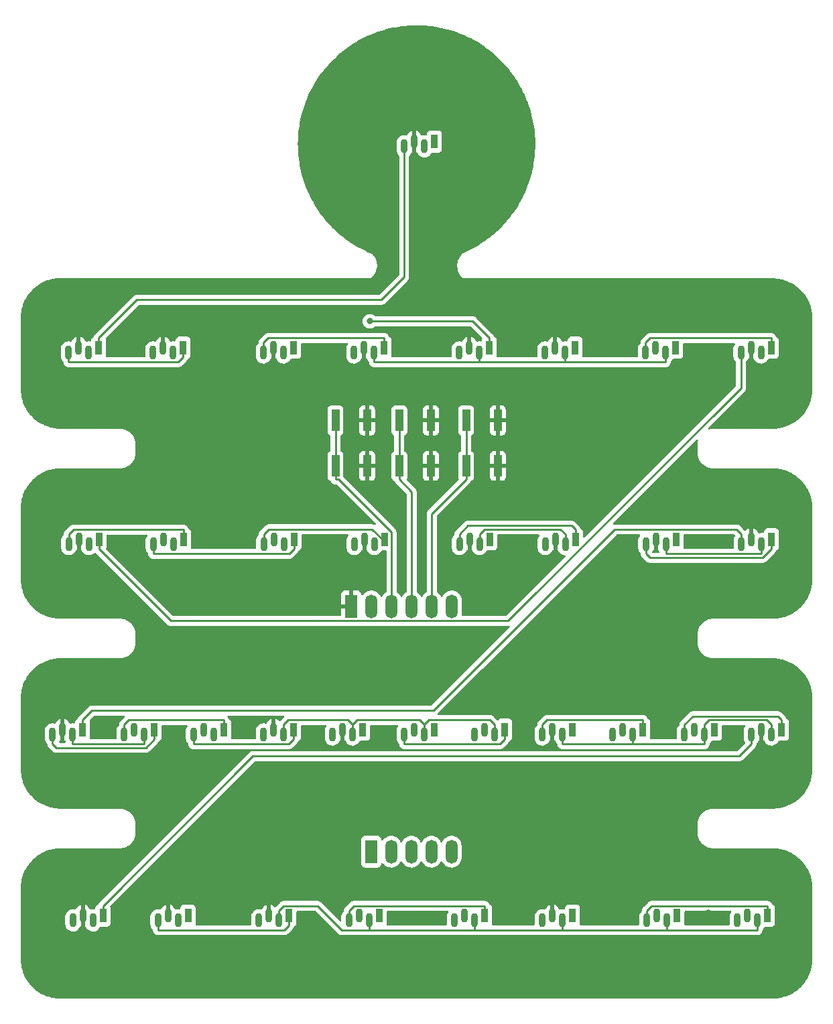
<source format=gbr>
%TF.GenerationSoftware,KiCad,Pcbnew,7.0.7*%
%TF.CreationDate,2024-10-22T18:38:38+02:00*%
%TF.ProjectId,FaceBerlinUhr,46616365-4265-4726-9c69-6e5568722e6b,rev?*%
%TF.SameCoordinates,Original*%
%TF.FileFunction,Copper,L2,Bot*%
%TF.FilePolarity,Positive*%
%FSLAX46Y46*%
G04 Gerber Fmt 4.6, Leading zero omitted, Abs format (unit mm)*
G04 Created by KiCad (PCBNEW 7.0.7) date 2024-10-22 18:38:38*
%MOMM*%
%LPD*%
G01*
G04 APERTURE LIST*
%TA.AperFunction,ComponentPad*%
%ADD10R,0.900000X1.800000*%
%TD*%
%TA.AperFunction,ComponentPad*%
%ADD11O,0.900000X1.800000*%
%TD*%
%TA.AperFunction,SMDPad,CuDef*%
%ADD12R,1.000000X2.750000*%
%TD*%
%TA.AperFunction,ComponentPad*%
%ADD13R,1.524000X3.000000*%
%TD*%
%TA.AperFunction,ComponentPad*%
%ADD14O,1.524000X3.000000*%
%TD*%
%TA.AperFunction,ViaPad*%
%ADD15C,0.800000*%
%TD*%
%TA.AperFunction,Conductor*%
%ADD16C,0.250000*%
%TD*%
G04 APERTURE END LIST*
D10*
%TO.P,D10,1,DIn*%
%TO.N,Net-(D10-DIn)*%
X137033000Y-91850000D03*
D11*
%TO.P,D10,2,Vcc*%
%TO.N,+5V*%
X135763000Y-92450000D03*
%TO.P,D10,3,GND*%
%TO.N,GND*%
X134493000Y-91850000D03*
%TO.P,D10,4,DOut*%
%TO.N,Net-(D10-DOut)*%
X133223000Y-92450000D03*
%TD*%
D10*
%TO.P,D9,1,DIn*%
%TO.N,Net-(D8-DOut)*%
X221953700Y-67645000D03*
D11*
%TO.P,D9,2,Vcc*%
%TO.N,+5V*%
X220683700Y-68245000D03*
%TO.P,D9,3,GND*%
%TO.N,GND*%
X219413700Y-67645000D03*
%TO.P,D9,4,DOut*%
%TO.N,Net-(D10-DIn)*%
X218143700Y-68245000D03*
%TD*%
D10*
%TO.P,D13,1,DIn*%
%TO.N,Net-(D12-DOut)*%
X173101000Y-91850000D03*
D11*
%TO.P,D13,2,Vcc*%
%TO.N,+5V*%
X171831000Y-92450000D03*
%TO.P,D13,3,GND*%
%TO.N,GND*%
X170561000Y-91850000D03*
%TO.P,D13,4,DOut*%
%TO.N,Net-(D13-DOut)*%
X169291000Y-92450000D03*
%TD*%
D10*
%TO.P,D20,1,DIn*%
%TO.N,Net-(D19-DOut)*%
X152781000Y-115905000D03*
D11*
%TO.P,D20,2,Vcc*%
%TO.N,+5V*%
X151511000Y-116505000D03*
%TO.P,D20,3,GND*%
%TO.N,GND*%
X150241000Y-115905000D03*
%TO.P,D20,4,DOut*%
%TO.N,Net-(D20-DOut)*%
X148971000Y-116505000D03*
%TD*%
D10*
%TO.P,D12,1,DIn*%
%TO.N,Net-(D11-DOut)*%
X161671000Y-91850000D03*
D11*
%TO.P,D12,2,Vcc*%
%TO.N,+5V*%
X160401000Y-92450000D03*
%TO.P,D12,3,GND*%
%TO.N,GND*%
X159131000Y-91850000D03*
%TO.P,D12,4,DOut*%
%TO.N,Net-(D12-DOut)*%
X157861000Y-92450000D03*
%TD*%
D10*
%TO.P,D15,1,DIn*%
%TO.N,Net-(D14-DOut)*%
X197231000Y-91850000D03*
D11*
%TO.P,D15,2,Vcc*%
%TO.N,+5V*%
X195961000Y-92450000D03*
%TO.P,D15,3,GND*%
%TO.N,GND*%
X194691000Y-91850000D03*
%TO.P,D15,4,DOut*%
%TO.N,Net-(D15-DOut)*%
X193421000Y-92450000D03*
%TD*%
D10*
%TO.P,D6,1,DIn*%
%TO.N,Net-(D5-DOut)*%
X186351300Y-67645000D03*
D11*
%TO.P,D6,2,Vcc*%
%TO.N,+5V*%
X185081300Y-68245000D03*
%TO.P,D6,3,GND*%
%TO.N,GND*%
X183811300Y-67645000D03*
%TO.P,D6,4,DOut*%
%TO.N,Net-(D6-DOut)*%
X182541300Y-68245000D03*
%TD*%
D10*
%TO.P,D18,1,DIn*%
%TO.N,Net-(D17-DOut)*%
X134958700Y-115905000D03*
D11*
%TO.P,D18,2,Vcc*%
%TO.N,+5V*%
X133688700Y-116505000D03*
%TO.P,D18,3,GND*%
%TO.N,GND*%
X132418700Y-115905000D03*
%TO.P,D18,4,DOut*%
%TO.N,Net-(D18-DOut)*%
X131148700Y-116505000D03*
%TD*%
D10*
%TO.P,D19,1,DIn*%
%TO.N,Net-(D18-DOut)*%
X144018000Y-115905000D03*
D11*
%TO.P,D19,2,Vcc*%
%TO.N,+5V*%
X142748000Y-116505000D03*
%TO.P,D19,3,GND*%
%TO.N,GND*%
X141478000Y-115905000D03*
%TO.P,D19,4,DOut*%
%TO.N,Net-(D19-DOut)*%
X140208000Y-116505000D03*
%TD*%
D10*
%TO.P,D31,1,DIn*%
%TO.N,Net-(D30-DOut)*%
X161036000Y-139400000D03*
D11*
%TO.P,D31,2,Vcc*%
%TO.N,+5V*%
X159766000Y-140000000D03*
%TO.P,D31,3,GND*%
%TO.N,GND*%
X158496000Y-139400000D03*
%TO.P,D31,4,DOut*%
%TO.N,Net-(D31-DOut)*%
X157226000Y-140000000D03*
%TD*%
D10*
%TO.P,D32,1,DIn*%
%TO.N,Net-(D31-DOut)*%
X172423700Y-139400000D03*
D11*
%TO.P,D32,2,Vcc*%
%TO.N,+5V*%
X171153700Y-140000000D03*
%TO.P,D32,3,GND*%
%TO.N,GND*%
X169883700Y-139400000D03*
%TO.P,D32,4,DOut*%
%TO.N,Net-(D32-DOut)*%
X168613700Y-140000000D03*
%TD*%
D10*
%TO.P,D35,1,DIn*%
%TO.N,Net-(D34-DOut)*%
X210058000Y-139400000D03*
D11*
%TO.P,D35,2,Vcc*%
%TO.N,+5V*%
X208788000Y-140000000D03*
%TO.P,D35,3,GND*%
%TO.N,GND*%
X207518000Y-139400000D03*
%TO.P,D35,4,DOut*%
%TO.N,Net-(D35-DOut)*%
X206248000Y-140000000D03*
%TD*%
D10*
%TO.P,D23,1,DIn*%
%TO.N,Net-(D22-DOut)*%
X179408700Y-115905000D03*
D11*
%TO.P,D23,2,Vcc*%
%TO.N,+5V*%
X178138700Y-116505000D03*
%TO.P,D23,3,GND*%
%TO.N,GND*%
X176868700Y-115905000D03*
%TO.P,D23,4,DOut*%
%TO.N,Net-(D23-DOut)*%
X175598700Y-116505000D03*
%TD*%
D10*
%TO.P,D25,1,DIn*%
%TO.N,Net-(D24-DOut)*%
X196850000Y-115905000D03*
D11*
%TO.P,D25,2,Vcc*%
%TO.N,+5V*%
X195580000Y-116505000D03*
%TO.P,D25,3,GND*%
%TO.N,GND*%
X194310000Y-115905000D03*
%TO.P,D25,4,DOut*%
%TO.N,Net-(D25-DOut)*%
X193040000Y-116505000D03*
%TD*%
D10*
%TO.P,D24,1,DIn*%
%TO.N,Net-(D23-DOut)*%
X188298700Y-115905000D03*
D11*
%TO.P,D24,2,Vcc*%
%TO.N,+5V*%
X187028700Y-116505000D03*
%TO.P,D24,3,GND*%
%TO.N,GND*%
X185758700Y-115905000D03*
%TO.P,D24,4,DOut*%
%TO.N,Net-(D24-DOut)*%
X184488700Y-116505000D03*
%TD*%
D10*
%TO.P,D36,1,DIn*%
%TO.N,Net-(D35-DOut)*%
X221488000Y-139400000D03*
D11*
%TO.P,D36,2,Vcc*%
%TO.N,+5V*%
X220218000Y-140000000D03*
%TO.P,D36,3,GND*%
%TO.N,GND*%
X218948000Y-139400000D03*
%TO.P,D36,4,DOut*%
%TO.N,unconnected-(D36-DOut-Pad4)*%
X217678000Y-140000000D03*
%TD*%
D10*
%TO.P,D27,1,DIn*%
%TO.N,Net-(D26-DOut)*%
X214799300Y-115905000D03*
D11*
%TO.P,D27,2,Vcc*%
%TO.N,+5V*%
X213529300Y-116505000D03*
%TO.P,D27,3,GND*%
%TO.N,GND*%
X212259300Y-115905000D03*
%TO.P,D27,4,DOut*%
%TO.N,Net-(D27-DOut)*%
X210989300Y-116505000D03*
%TD*%
D10*
%TO.P,D21,1,DIn*%
%TO.N,Net-(D20-DOut)*%
X161628700Y-115905000D03*
D11*
%TO.P,D21,2,Vcc*%
%TO.N,+5V*%
X160358700Y-116505000D03*
%TO.P,D21,3,GND*%
%TO.N,GND*%
X159088700Y-115905000D03*
%TO.P,D21,4,DOut*%
%TO.N,Net-(D21-DOut)*%
X157818700Y-116505000D03*
%TD*%
D10*
%TO.P,D14,1,DIn*%
%TO.N,Net-(D13-DOut)*%
X186393700Y-91850000D03*
D11*
%TO.P,D14,2,Vcc*%
%TO.N,+5V*%
X185123700Y-92450000D03*
%TO.P,D14,3,GND*%
%TO.N,GND*%
X183853700Y-91850000D03*
%TO.P,D14,4,DOut*%
%TO.N,Net-(D14-DOut)*%
X182583700Y-92450000D03*
%TD*%
D10*
%TO.P,D3,1,DIn*%
%TO.N,Net-(D2-DOut)*%
X147658700Y-67645000D03*
D11*
%TO.P,D3,2,Vcc*%
%TO.N,+5V*%
X146388700Y-68245000D03*
%TO.P,D3,3,GND*%
%TO.N,GND*%
X145118700Y-67645000D03*
%TO.P,D3,4,DOut*%
%TO.N,Net-(D3-DOut)*%
X143848700Y-68245000D03*
%TD*%
D10*
%TO.P,D16,1,DIn*%
%TO.N,Net-(D15-DOut)*%
X209931000Y-91850000D03*
D11*
%TO.P,D16,2,Vcc*%
%TO.N,+5V*%
X208661000Y-92450000D03*
%TO.P,D16,3,GND*%
%TO.N,GND*%
X207391000Y-91850000D03*
%TO.P,D16,4,DOut*%
%TO.N,Net-(D16-DOut)*%
X206121000Y-92450000D03*
%TD*%
D10*
%TO.P,D28,1,DIn*%
%TO.N,Net-(D27-DOut)*%
X223266000Y-115905000D03*
D11*
%TO.P,D28,2,Vcc*%
%TO.N,+5V*%
X221996000Y-116505000D03*
%TO.P,D28,3,GND*%
%TO.N,GND*%
X220726000Y-115905000D03*
%TO.P,D28,4,DOut*%
%TO.N,Net-(D28-DOut)*%
X219456000Y-116505000D03*
%TD*%
D10*
%TO.P,D34,1,DIn*%
%TO.N,Net-(D33-DOut)*%
X196850000Y-139400000D03*
D11*
%TO.P,D34,2,Vcc*%
%TO.N,+5V*%
X195580000Y-140000000D03*
%TO.P,D34,3,GND*%
%TO.N,GND*%
X194310000Y-139400000D03*
%TO.P,D34,4,DOut*%
%TO.N,Net-(D34-DOut)*%
X193040000Y-140000000D03*
%TD*%
D10*
%TO.P,D7,1,DIn*%
%TO.N,Net-(D6-DOut)*%
X197188700Y-67645000D03*
D11*
%TO.P,D7,2,Vcc*%
%TO.N,+5V*%
X195918700Y-68245000D03*
%TO.P,D7,3,GND*%
%TO.N,GND*%
X194648700Y-67645000D03*
%TO.P,D7,4,DOut*%
%TO.N,Net-(D7-DOut)*%
X193378700Y-68245000D03*
%TD*%
D10*
%TO.P,D33,1,DIn*%
%TO.N,Net-(D32-DOut)*%
X185758700Y-139400000D03*
D11*
%TO.P,D33,2,Vcc*%
%TO.N,+5V*%
X184488700Y-140000000D03*
%TO.P,D33,3,GND*%
%TO.N,GND*%
X183218700Y-139400000D03*
%TO.P,D33,4,DOut*%
%TO.N,Net-(D33-DOut)*%
X181948700Y-140000000D03*
%TD*%
D10*
%TO.P,D4,1,DIn*%
%TO.N,Net-(D3-DOut)*%
X161628700Y-67645000D03*
D11*
%TO.P,D4,2,Vcc*%
%TO.N,+5V*%
X160358700Y-68245000D03*
%TO.P,D4,3,GND*%
%TO.N,GND*%
X159088700Y-67645000D03*
%TO.P,D4,4,DOut*%
%TO.N,Net-(D4-DOut)*%
X157818700Y-68245000D03*
%TD*%
D10*
%TO.P,D17,1,DIn*%
%TO.N,Net-(D16-DOut)*%
X221996000Y-91850000D03*
D11*
%TO.P,D17,2,Vcc*%
%TO.N,+5V*%
X220726000Y-92450000D03*
%TO.P,D17,3,GND*%
%TO.N,GND*%
X219456000Y-91850000D03*
%TO.P,D17,4,DOut*%
%TO.N,Net-(D17-DOut)*%
X218186000Y-92450000D03*
%TD*%
D10*
%TO.P,D26,1,DIn*%
%TO.N,Net-(D25-DOut)*%
X205740000Y-115905000D03*
D11*
%TO.P,D26,2,Vcc*%
%TO.N,+5V*%
X204470000Y-116505000D03*
%TO.P,D26,3,GND*%
%TO.N,GND*%
X203200000Y-115905000D03*
%TO.P,D26,4,DOut*%
%TO.N,Net-(D26-DOut)*%
X201930000Y-116505000D03*
%TD*%
D10*
%TO.P,D1,1,DIn*%
%TO.N,/LEDD*%
X179401000Y-41610000D03*
D11*
%TO.P,D1,2,Vcc*%
%TO.N,+5V*%
X178131000Y-42210000D03*
%TO.P,D1,3,GND*%
%TO.N,GND*%
X176861000Y-41610000D03*
%TO.P,D1,4,DOut*%
%TO.N,Net-(D1-DOut)*%
X175591000Y-42210000D03*
%TD*%
D10*
%TO.P,D11,1,DIn*%
%TO.N,Net-(D10-DOut)*%
X147701000Y-91850000D03*
D11*
%TO.P,D11,2,Vcc*%
%TO.N,+5V*%
X146431000Y-92450000D03*
%TO.P,D11,3,GND*%
%TO.N,GND*%
X145161000Y-91850000D03*
%TO.P,D11,4,DOut*%
%TO.N,Net-(D11-DOut)*%
X143891000Y-92450000D03*
%TD*%
D10*
%TO.P,D2,1,DIn*%
%TO.N,Net-(D1-DOut)*%
X136990700Y-67645000D03*
D11*
%TO.P,D2,2,Vcc*%
%TO.N,+5V*%
X135720700Y-68245000D03*
%TO.P,D2,3,GND*%
%TO.N,GND*%
X134450700Y-67645000D03*
%TO.P,D2,4,DOut*%
%TO.N,Net-(D2-DOut)*%
X133180700Y-68245000D03*
%TD*%
D10*
%TO.P,D29,1,DIn*%
%TO.N,Net-(D28-DOut)*%
X137541000Y-139400000D03*
D11*
%TO.P,D29,2,Vcc*%
%TO.N,+5V*%
X136271000Y-140000000D03*
%TO.P,D29,3,GND*%
%TO.N,GND*%
X135001000Y-139400000D03*
%TO.P,D29,4,DOut*%
%TO.N,Net-(D29-DOut)*%
X133731000Y-140000000D03*
%TD*%
D10*
%TO.P,D8,1,DIn*%
%TO.N,Net-(D7-DOut)*%
X209888700Y-67645000D03*
D11*
%TO.P,D8,2,Vcc*%
%TO.N,+5V*%
X208618700Y-68245000D03*
%TO.P,D8,3,GND*%
%TO.N,GND*%
X207348700Y-67645000D03*
%TO.P,D8,4,DOut*%
%TO.N,Net-(D8-DOut)*%
X206078700Y-68245000D03*
%TD*%
D10*
%TO.P,D22,1,DIn*%
%TO.N,Net-(D21-DOut)*%
X170349300Y-115905000D03*
D11*
%TO.P,D22,2,Vcc*%
%TO.N,+5V*%
X169079300Y-116505000D03*
%TO.P,D22,3,GND*%
%TO.N,GND*%
X167809300Y-115905000D03*
%TO.P,D22,4,DOut*%
%TO.N,Net-(D22-DOut)*%
X166539300Y-116505000D03*
%TD*%
D10*
%TO.P,D5,1,DIn*%
%TO.N,Net-(D4-DOut)*%
X173058700Y-67645000D03*
D11*
%TO.P,D5,2,Vcc*%
%TO.N,+5V*%
X171788700Y-68245000D03*
%TO.P,D5,3,GND*%
%TO.N,GND*%
X170518700Y-67645000D03*
%TO.P,D5,4,DOut*%
%TO.N,Net-(D5-DOut)*%
X169248700Y-68245000D03*
%TD*%
D10*
%TO.P,D30,1,DIn*%
%TO.N,Net-(D29-DOut)*%
X148293700Y-139400000D03*
D11*
%TO.P,D30,2,Vcc*%
%TO.N,+5V*%
X147023700Y-140000000D03*
%TO.P,D30,3,GND*%
%TO.N,GND*%
X145753700Y-139400000D03*
%TO.P,D30,4,DOut*%
%TO.N,Net-(D30-DOut)*%
X144483700Y-140000000D03*
%TD*%
D12*
%TO.P,SW2,1,1*%
%TO.N,Net-(U1-BTNB)*%
X174975000Y-76835000D03*
X174975000Y-82585000D03*
%TO.P,SW2,2,2*%
%TO.N,GND*%
X178975000Y-76835000D03*
X178975000Y-82585000D03*
%TD*%
%TO.P,SW3,1,1*%
%TO.N,Net-(U1-BTNC)*%
X166910000Y-76835000D03*
X166910000Y-82585000D03*
%TO.P,SW3,2,2*%
%TO.N,GND*%
X170910000Y-76835000D03*
X170910000Y-82585000D03*
%TD*%
D13*
%TO.P,U1,1,GND*%
%TO.N,GND*%
X168910000Y-100330000D03*
D14*
%TO.P,U1,2,NC*%
%TO.N,unconnected-(U1-NC-Pad2)*%
X171450000Y-100330000D03*
%TO.P,U1,3,BTNC*%
%TO.N,Net-(U1-BTNC)*%
X173990000Y-100330000D03*
%TO.P,U1,4,BTNB*%
%TO.N,Net-(U1-BTNB)*%
X176530000Y-100330000D03*
%TO.P,U1,5,BTNA*%
%TO.N,Net-(U1-BTNA)*%
X179070000Y-100330000D03*
%TO.P,U1,6,+5*%
%TO.N,+5V*%
X181610000Y-100330000D03*
D13*
%TO.P,U1,7,WS2812D*%
%TO.N,/LEDD*%
X171418000Y-131318000D03*
D14*
%TO.P,U1,8,TM1637CLK*%
%TO.N,unconnected-(U1-TM1637CLK-Pad8)*%
X173958000Y-131318000D03*
%TO.P,U1,9,TM1637DIO*%
%TO.N,unconnected-(U1-TM1637DIO-Pad9)*%
X176498000Y-131318000D03*
%TO.P,U1,10,TIMEC*%
%TO.N,unconnected-(U1-TIMEC-Pad10)*%
X179038000Y-131318000D03*
%TO.P,U1,11,TIMED*%
%TO.N,unconnected-(U1-TIMED-Pad11)*%
X181578000Y-131318000D03*
%TD*%
D12*
%TO.P,SW1,1,1*%
%TO.N,Net-(U1-BTNA)*%
X183420000Y-76835000D03*
X183420000Y-82585000D03*
%TO.P,SW1,2,2*%
%TO.N,GND*%
X187420000Y-76835000D03*
X187420000Y-82585000D03*
%TD*%
D15*
%TO.N,GND*%
X173990000Y-73025000D03*
X213995000Y-139065000D03*
X203835000Y-92710000D03*
X177165000Y-139700000D03*
X213995000Y-92075000D03*
X189865000Y-116205000D03*
X201295000Y-99060000D03*
X137160000Y-115570000D03*
%TO.N,Net-(D5-DOut)*%
X171263000Y-64309400D03*
%TD*%
D16*
%TO.N,Net-(D1-DOut)*%
X175591000Y-58724000D02*
X175591000Y-41910000D01*
X172720000Y-61595000D02*
X175591000Y-58724000D01*
X141813800Y-61595000D02*
X172720000Y-61595000D01*
X136990700Y-67945000D02*
X136990700Y-66418100D01*
X136990700Y-66418100D02*
X141813800Y-61595000D01*
%TO.N,+5V*%
X220218000Y-139700000D02*
X220218000Y-141226900D01*
X142748000Y-117731900D02*
X133688700Y-117731900D01*
X213529300Y-117731900D02*
X204470000Y-117731900D01*
X178138700Y-115278100D02*
X177538700Y-114678100D01*
X221996000Y-115278100D02*
X221396000Y-114678100D01*
X178138700Y-115278100D02*
X178746100Y-114670700D01*
X195580000Y-139700000D02*
X195580000Y-141226900D01*
X178138700Y-116205000D02*
X178138700Y-115278100D01*
X208618700Y-67945000D02*
X208618700Y-69471900D01*
X178746100Y-114670700D02*
X186421300Y-114670700D01*
X208661000Y-93676900D02*
X220726000Y-93676900D01*
X169679300Y-114678100D02*
X169079300Y-115278100D01*
X159766000Y-138773100D02*
X160366000Y-138173100D01*
X195344900Y-90607000D02*
X195961000Y-91223100D01*
X221396000Y-114678100D02*
X214129300Y-114678100D01*
X142748000Y-116205000D02*
X142748000Y-117731900D01*
X195918700Y-67945000D02*
X195918700Y-69471900D01*
X164632100Y-138173100D02*
X167685900Y-141226900D01*
X160358700Y-116205000D02*
X160358700Y-115278100D01*
X171788700Y-67945000D02*
X171788700Y-69471900D01*
X185123700Y-92150000D02*
X185123700Y-91223100D01*
X160965800Y-114671000D02*
X168472200Y-114671000D01*
X184488700Y-141113500D02*
X184488700Y-141225400D01*
X185123700Y-91223100D02*
X185739800Y-90607000D01*
X195580000Y-116205000D02*
X195580000Y-117731900D01*
X184488700Y-139700000D02*
X184488700Y-141113500D01*
X185739800Y-90607000D02*
X195344900Y-90607000D01*
X184487900Y-141226900D02*
X171153700Y-141226900D01*
X208788000Y-139700000D02*
X208788000Y-141226900D01*
X204470000Y-117731900D02*
X195580000Y-117731900D01*
X184488700Y-141226100D02*
X184489500Y-141226900D01*
X168472200Y-114671000D02*
X169079300Y-115278100D01*
X169079300Y-116205000D02*
X169079300Y-115278100D01*
X221996000Y-116205000D02*
X221996000Y-115278100D01*
X187028700Y-116205000D02*
X187028700Y-115278100D01*
X204470000Y-116205000D02*
X204470000Y-117731900D01*
X214129300Y-114678100D02*
X213529300Y-115278100D01*
X220218000Y-141226900D02*
X208788000Y-141226900D01*
X195580000Y-141226900D02*
X208788000Y-141226900D01*
X213529300Y-116205000D02*
X213529300Y-117731900D01*
X184488700Y-141225400D02*
X184488700Y-141226100D01*
X167685900Y-141226900D02*
X171153700Y-141226900D01*
X195918700Y-69471900D02*
X185081300Y-69471900D01*
X171153700Y-139700000D02*
X171153700Y-141226900D01*
X213529300Y-116023600D02*
X213529300Y-115278100D01*
X160358700Y-115278100D02*
X160965800Y-114671000D01*
X184488700Y-141226100D02*
X184487900Y-141226900D01*
X220726000Y-92150000D02*
X220726000Y-93676900D01*
X213529300Y-116023600D02*
X213529300Y-116205000D01*
X159766000Y-139700000D02*
X159766000Y-138773100D01*
X133688700Y-116205000D02*
X133688700Y-117731900D01*
X186421300Y-114670700D02*
X187028700Y-115278100D01*
X177538700Y-114678100D02*
X169679300Y-114678100D01*
X208618700Y-69471900D02*
X195918700Y-69471900D01*
X185081300Y-69471900D02*
X171788700Y-69471900D01*
X195961000Y-92150000D02*
X195961000Y-91223100D01*
X185081300Y-67945000D02*
X185081300Y-69471900D01*
X184489500Y-141226900D02*
X195580000Y-141226900D01*
X160366000Y-138173100D02*
X164632100Y-138173100D01*
X208661000Y-92150000D02*
X208661000Y-93676900D01*
%TO.N,Net-(D2-DOut)*%
X133180700Y-69471900D02*
X147058700Y-69471900D01*
X147058700Y-69471900D02*
X147658700Y-68871900D01*
X147658700Y-67945000D02*
X147658700Y-68871900D01*
X133180700Y-67945000D02*
X133180700Y-69471900D01*
%TO.N,Net-(D4-DOut)*%
X158418700Y-66418100D02*
X157818700Y-67018100D01*
X157818700Y-67945000D02*
X157818700Y-67018100D01*
X173058700Y-67945000D02*
X173058700Y-66418100D01*
X173058700Y-66418100D02*
X158418700Y-66418100D01*
%TO.N,Net-(D5-DOut)*%
X184242600Y-64309400D02*
X186351300Y-66418100D01*
X186351300Y-67945000D02*
X186351300Y-66418100D01*
X171263000Y-64309400D02*
X184242600Y-64309400D01*
%TO.N,Net-(D10-DIn)*%
X218143700Y-67945000D02*
X218143700Y-72743600D01*
X137033000Y-92150000D02*
X137033000Y-93076900D01*
X188730400Y-102156900D02*
X146113000Y-102156900D01*
X146113000Y-102156900D02*
X137033000Y-93076900D01*
X218143700Y-72743600D02*
X188730400Y-102156900D01*
%TO.N,Net-(D10-DOut)*%
X133823000Y-90623100D02*
X133223000Y-91223100D01*
X147701000Y-90623100D02*
X133823000Y-90623100D01*
X147701000Y-92150000D02*
X147701000Y-90623100D01*
X133223000Y-92150000D02*
X133223000Y-91223100D01*
%TO.N,Net-(D11-DOut)*%
X143891000Y-93676900D02*
X161071000Y-93676900D01*
X161671000Y-92150000D02*
X161671000Y-93076900D01*
X161071000Y-93676900D02*
X161671000Y-93076900D01*
X143891000Y-92150000D02*
X143891000Y-93676900D01*
%TO.N,Net-(D12-DOut)*%
X157861000Y-92150000D02*
X157861000Y-91223100D01*
X171536000Y-90585000D02*
X173101000Y-92150000D01*
X157861000Y-91223100D02*
X158499100Y-90585000D01*
X158499100Y-90585000D02*
X171536000Y-90585000D01*
%TO.N,Net-(D16-DOut)*%
X206628200Y-94184100D02*
X220888800Y-94184100D01*
X206121000Y-93676900D02*
X206628200Y-94184100D01*
X206121000Y-92150000D02*
X206121000Y-93676900D01*
X221996000Y-92150000D02*
X221996000Y-93076900D01*
X220888800Y-94184100D02*
X221996000Y-93076900D01*
%TO.N,Net-(D17-DOut)*%
X134958700Y-116205000D02*
X134958700Y-114678100D01*
X136153100Y-113483700D02*
X134958700Y-114678100D01*
X218186000Y-92150000D02*
X218186000Y-91223100D01*
X202184000Y-90595900D02*
X179296200Y-113483700D01*
X218186000Y-91223100D02*
X217558800Y-90595900D01*
X217558800Y-90595900D02*
X202184000Y-90595900D01*
X179296200Y-113483700D02*
X136153100Y-113483700D01*
%TO.N,Net-(D18-DOut)*%
X131615700Y-118198900D02*
X131148700Y-117731900D01*
X142951000Y-118198900D02*
X131615700Y-118198900D01*
X144018000Y-117131900D02*
X142951000Y-118198900D01*
X131148700Y-116205000D02*
X131148700Y-117731900D01*
X144018000Y-116205000D02*
X144018000Y-117131900D01*
%TO.N,Net-(D20-DOut)*%
X161628700Y-117131900D02*
X161028700Y-117731900D01*
X161628700Y-116205000D02*
X161628700Y-117131900D01*
X161028700Y-117731900D02*
X148971000Y-117731900D01*
X148971000Y-116205000D02*
X148971000Y-117731900D01*
%TO.N,Net-(D23-DOut)*%
X175598700Y-116205000D02*
X175598700Y-117731900D01*
X188298700Y-117131900D02*
X187698700Y-117731900D01*
X188298700Y-116205000D02*
X188298700Y-117131900D01*
X187698700Y-117731900D02*
X175598700Y-117731900D01*
%TO.N,Net-(D8-DOut)*%
X221953700Y-67945000D02*
X221953700Y-66418100D01*
X206078700Y-67018100D02*
X206678700Y-66418100D01*
X206678700Y-66418100D02*
X221953700Y-66418100D01*
X206078700Y-67945000D02*
X206078700Y-67018100D01*
%TO.N,Net-(D14-DOut)*%
X197231000Y-92150000D02*
X197231000Y-90623100D01*
X196745500Y-90137600D02*
X183669200Y-90137600D01*
X197231000Y-90623100D02*
X196745500Y-90137600D01*
X182583700Y-92150000D02*
X182583700Y-91223100D01*
X183669200Y-90137600D02*
X182583700Y-91223100D01*
%TO.N,Net-(D19-DOut)*%
X140808000Y-114678100D02*
X152781000Y-114678100D01*
X152781000Y-116205000D02*
X152781000Y-114678100D01*
X140208000Y-115278100D02*
X140808000Y-114678100D01*
X140208000Y-116205000D02*
X140208000Y-115278100D01*
%TO.N,Net-(D25-DOut)*%
X193640000Y-114678100D02*
X193040000Y-115278100D01*
X205740000Y-116205000D02*
X205740000Y-114678100D01*
X205740000Y-114678100D02*
X193640000Y-114678100D01*
X193040000Y-116205000D02*
X193040000Y-115278100D01*
%TO.N,Net-(D27-DOut)*%
X223266000Y-116205000D02*
X223266000Y-114678100D01*
X222802100Y-114214200D02*
X212053200Y-114214200D01*
X212053200Y-114214200D02*
X210989300Y-115278100D01*
X223266000Y-114678100D02*
X222802100Y-114214200D01*
X210989300Y-116205000D02*
X210989300Y-115278100D01*
%TO.N,Net-(D28-DOut)*%
X137541000Y-139700000D02*
X137541000Y-138173100D01*
X219456000Y-116205000D02*
X219456000Y-117731900D01*
X156479700Y-119234400D02*
X217953500Y-119234400D01*
X137541000Y-138173100D02*
X156479700Y-119234400D01*
X217953500Y-119234400D02*
X219456000Y-117731900D01*
%TO.N,Net-(D30-DOut)*%
X161036000Y-139700000D02*
X161036000Y-140626900D01*
X160436000Y-141226900D02*
X144483700Y-141226900D01*
X161036000Y-140626900D02*
X160436000Y-141226900D01*
X144483700Y-139700000D02*
X144483700Y-141226900D01*
%TO.N,Net-(D32-DOut)*%
X168613700Y-139700000D02*
X168613700Y-138773100D01*
X169213700Y-138173100D02*
X185758700Y-138173100D01*
X168613700Y-138773100D02*
X169213700Y-138173100D01*
X185758700Y-139700000D02*
X185758700Y-138173100D01*
%TO.N,Net-(D35-DOut)*%
X221488000Y-138173100D02*
X206848000Y-138173100D01*
X221488000Y-139700000D02*
X221488000Y-138173100D01*
X206248000Y-139700000D02*
X206248000Y-138773100D01*
X206848000Y-138173100D02*
X206248000Y-138773100D01*
%TO.N,Net-(U1-BTNA)*%
X179070000Y-100330000D02*
X179070000Y-88636900D01*
X179070000Y-88636900D02*
X183420000Y-84286900D01*
X183420000Y-82585000D02*
X183420000Y-84286900D01*
X183420000Y-82585000D02*
X183420000Y-76835000D01*
%TO.N,Net-(U1-BTNB)*%
X174975000Y-82585000D02*
X174975000Y-84286900D01*
X174975000Y-82585000D02*
X174975000Y-76835000D01*
X176530000Y-85841900D02*
X174975000Y-84286900D01*
X176530000Y-100330000D02*
X176530000Y-85841900D01*
%TO.N,Net-(U1-BTNC)*%
X166910000Y-82585000D02*
X166910000Y-84286900D01*
X173990000Y-100330000D02*
X173990000Y-90953500D01*
X166910000Y-82585000D02*
X166910000Y-76835000D01*
X167323400Y-84286900D02*
X166910000Y-84286900D01*
X173990000Y-90953500D02*
X167323400Y-84286900D01*
%TD*%
%TA.AperFunction,Conductor*%
%TO.N,GND*%
G36*
X181143275Y-138818285D02*
G01*
X181189030Y-138871089D01*
X181198974Y-138940247D01*
X181178011Y-138993437D01*
X181113346Y-139086342D01*
X181037113Y-139263987D01*
X180998200Y-139453343D01*
X180998200Y-140477400D01*
X180978515Y-140544439D01*
X180925711Y-140590194D01*
X180874200Y-140601400D01*
X173474058Y-140601400D01*
X173407019Y-140581715D01*
X173361264Y-140528911D01*
X173351320Y-140459753D01*
X173357876Y-140434067D01*
X173367791Y-140407482D01*
X173374200Y-140347873D01*
X173374199Y-138922599D01*
X173393884Y-138855561D01*
X173446687Y-138809806D01*
X173498199Y-138798600D01*
X181076236Y-138798600D01*
X181143275Y-138818285D01*
G37*
%TD.AperFunction*%
%TA.AperFunction,Conductor*%
G36*
X216872575Y-138818285D02*
G01*
X216918330Y-138871089D01*
X216928274Y-138940247D01*
X216907311Y-138993437D01*
X216842646Y-139086342D01*
X216766413Y-139263987D01*
X216727500Y-139453343D01*
X216727500Y-140477400D01*
X216707815Y-140544439D01*
X216655011Y-140590194D01*
X216603500Y-140601400D01*
X211108358Y-140601400D01*
X211041319Y-140581715D01*
X210995564Y-140528911D01*
X210985620Y-140459753D01*
X210992176Y-140434067D01*
X211002091Y-140407482D01*
X211008500Y-140347873D01*
X211008499Y-138922599D01*
X211028184Y-138855561D01*
X211080987Y-138809806D01*
X211132499Y-138798600D01*
X216805536Y-138798600D01*
X216872575Y-138818285D01*
G37*
%TD.AperFunction*%
%TA.AperFunction,Conductor*%
G36*
X177605271Y-26920489D02*
G01*
X178025206Y-26938623D01*
X178377980Y-26963208D01*
X178796442Y-27002890D01*
X179147432Y-27045729D01*
X179563420Y-27106872D01*
X179878658Y-27162067D01*
X179911598Y-27167834D01*
X180323952Y-27250275D01*
X180668439Y-27329194D01*
X181076075Y-27432724D01*
X181415924Y-27529375D01*
X181817837Y-27653749D01*
X182152090Y-27767850D01*
X182299728Y-27821993D01*
X182547191Y-27912745D01*
X182596515Y-27932493D01*
X182874911Y-28043955D01*
X183100015Y-28139895D01*
X183262215Y-28209025D01*
X183582573Y-28356998D01*
X183961040Y-28541821D01*
X184017198Y-28571385D01*
X184273083Y-28706095D01*
X184487759Y-28824958D01*
X184641741Y-28910216D01*
X184944661Y-29090339D01*
X185302599Y-29313285D01*
X185595454Y-29508661D01*
X185941732Y-29749884D01*
X186115730Y-29879489D01*
X186223852Y-29960026D01*
X186557500Y-30218887D01*
X186828107Y-30443178D01*
X187148252Y-30719038D01*
X187406608Y-30956822D01*
X187712425Y-31249018D01*
X187957819Y-31499586D01*
X188248520Y-31807419D01*
X188480274Y-32070016D01*
X188755082Y-32392731D01*
X188972619Y-32666628D01*
X189230772Y-33003408D01*
X189433532Y-33287819D01*
X189674308Y-33637794D01*
X189861764Y-33931892D01*
X190084559Y-34294286D01*
X190256182Y-34597125D01*
X190460363Y-34971024D01*
X190615784Y-35281818D01*
X190800765Y-35666290D01*
X190939560Y-35984031D01*
X191104843Y-36378200D01*
X191226691Y-36701955D01*
X191371781Y-37104853D01*
X191476415Y-37433664D01*
X191548054Y-37670046D01*
X191600873Y-37844326D01*
X191688081Y-38177225D01*
X191791496Y-38594607D01*
X191861139Y-38930679D01*
X191943156Y-39353748D01*
X191995114Y-39691901D01*
X192055446Y-40119726D01*
X192089674Y-40458876D01*
X192128062Y-40890491D01*
X192144591Y-41229567D01*
X192160809Y-41663985D01*
X192159739Y-42001964D01*
X192153599Y-42438129D01*
X192135095Y-42773983D01*
X192106452Y-43210877D01*
X192070749Y-43543541D01*
X192019491Y-43980176D01*
X191966900Y-44308581D01*
X191892953Y-44743948D01*
X191823852Y-45067087D01*
X191727167Y-45500188D01*
X191642037Y-45816955D01*
X191522578Y-46246874D01*
X191422012Y-46556110D01*
X191279721Y-46982036D01*
X191164417Y-47282615D01*
X190999258Y-47703669D01*
X190869987Y-47994573D01*
X190682497Y-48408618D01*
X190681294Y-48411124D01*
X190539659Y-48689921D01*
X190329212Y-49097538D01*
X190327867Y-49100005D01*
X190174402Y-49366849D01*
X189940847Y-49767315D01*
X189939360Y-49769735D01*
X189775341Y-50023503D01*
X189518441Y-50416152D01*
X189516815Y-50418517D01*
X189343849Y-50657916D01*
X189063113Y-51042336D01*
X189061348Y-51044637D01*
X188881406Y-51268277D01*
X188576056Y-51644218D01*
X188574155Y-51646449D01*
X188389753Y-51852744D01*
X188058602Y-52220151D01*
X188056568Y-52222303D01*
X187870979Y-52409420D01*
X187512109Y-52768623D01*
X187509945Y-52770688D01*
X187327558Y-52936431D01*
X186938054Y-53288153D01*
X186935764Y-53290122D01*
X186763006Y-53431478D01*
X186337932Y-53777389D01*
X186335519Y-53779256D01*
X186183112Y-53891287D01*
X185713345Y-54235019D01*
X185710814Y-54236776D01*
X185597477Y-54311356D01*
X185065975Y-54659808D01*
X185063331Y-54661448D01*
X185029126Y-54681495D01*
X184399811Y-55049302D01*
X184397020Y-55050839D01*
X183715314Y-55403596D01*
X183712447Y-55404988D01*
X183040604Y-55709965D01*
X183016232Y-55714472D01*
X183003544Y-55723147D01*
X182989772Y-55742677D01*
X182908926Y-55814474D01*
X182908921Y-55814479D01*
X182798122Y-55942437D01*
X182795602Y-55945177D01*
X182742507Y-55999528D01*
X182732076Y-56018712D01*
X182728558Y-56022774D01*
X182617158Y-56191834D01*
X182615420Y-56194336D01*
X182581232Y-56241050D01*
X182578468Y-56249079D01*
X182578720Y-56249202D01*
X182577707Y-56251289D01*
X182577508Y-56251869D01*
X182576952Y-56252846D01*
X182492231Y-56427510D01*
X182468230Y-56476995D01*
X182456477Y-56499037D01*
X182455678Y-56503839D01*
X182391102Y-56698319D01*
X182390799Y-56698755D01*
X182390122Y-56701270D01*
X182369862Y-56762287D01*
X182368838Y-56766214D01*
X182368637Y-56766161D01*
X182367077Y-56771826D01*
X182366891Y-56777775D01*
X182328143Y-56979725D01*
X182327633Y-56980715D01*
X182327001Y-56985673D01*
X182317942Y-57032885D01*
X182317184Y-57045826D01*
X182315779Y-57056383D01*
X182316280Y-57061252D01*
X182304230Y-57266840D01*
X182303654Y-57268444D01*
X182303723Y-57275476D01*
X182301820Y-57307949D01*
X182304175Y-57340388D01*
X182304201Y-57346520D01*
X182304800Y-57349009D01*
X182319713Y-57554420D01*
X182319028Y-57557582D01*
X182320832Y-57569832D01*
X182321770Y-57582759D01*
X182321771Y-57582765D01*
X182331482Y-57629828D01*
X182332101Y-57634201D01*
X182332707Y-57635761D01*
X182374264Y-57837161D01*
X182373942Y-57841075D01*
X182376175Y-57848765D01*
X182376377Y-57848710D01*
X182377453Y-57852614D01*
X182398558Y-57913338D01*
X182399191Y-57915565D01*
X182399573Y-57916257D01*
X182466855Y-58109832D01*
X182467027Y-58113365D01*
X182479781Y-58136504D01*
X182504470Y-58185649D01*
X182504474Y-58185659D01*
X182545947Y-58268215D01*
X182591605Y-58359102D01*
X182591610Y-58359109D01*
X182592174Y-58360070D01*
X182592256Y-58360398D01*
X182593429Y-58362733D01*
X182592906Y-58362995D01*
X182594283Y-58368494D01*
X182630864Y-58417048D01*
X182632637Y-58419525D01*
X182746398Y-58587045D01*
X182746402Y-58587050D01*
X182749973Y-58591060D01*
X182757471Y-58606908D01*
X182814521Y-58663708D01*
X182817064Y-58666396D01*
X182929652Y-58792821D01*
X183031801Y-58881022D01*
X183034147Y-58883198D01*
X183034306Y-58883186D01*
X183034307Y-58883187D01*
X183034307Y-58883186D01*
X183034856Y-58883147D01*
X183039374Y-58882982D01*
X222164499Y-58882982D01*
X222164999Y-58882982D01*
X222382642Y-58891983D01*
X222580917Y-58900640D01*
X222585860Y-58901055D01*
X222801672Y-58927956D01*
X223002323Y-58954372D01*
X223006879Y-58955149D01*
X223219186Y-58999665D01*
X223417522Y-59043635D01*
X223421772Y-59044737D01*
X223629534Y-59106590D01*
X223823679Y-59167804D01*
X223827521Y-59169157D01*
X224029477Y-59247961D01*
X224217759Y-59325950D01*
X224221243Y-59327521D01*
X224416027Y-59422745D01*
X224597027Y-59516968D01*
X224600118Y-59518692D01*
X224786396Y-59629689D01*
X224958711Y-59739466D01*
X224961334Y-59741236D01*
X225137927Y-59867321D01*
X225238725Y-59944665D01*
X225300097Y-59991758D01*
X225302425Y-59993635D01*
X225468069Y-60133927D01*
X225619904Y-60273058D01*
X225774428Y-60427581D01*
X225913564Y-60579421D01*
X226053836Y-60745038D01*
X226055713Y-60747366D01*
X226180169Y-60909560D01*
X226306240Y-61086132D01*
X226308041Y-61088801D01*
X226363358Y-61175631D01*
X226417806Y-61261097D01*
X226528791Y-61447352D01*
X226530525Y-61450461D01*
X226624763Y-61631489D01*
X226719956Y-61826207D01*
X226721536Y-61829712D01*
X226799551Y-62018056D01*
X226878319Y-62219919D01*
X226879691Y-62223814D01*
X226940905Y-62417957D01*
X227002753Y-62625697D01*
X227003861Y-62629970D01*
X227047818Y-62828240D01*
X227092343Y-63040586D01*
X227093132Y-63045219D01*
X227119538Y-63245787D01*
X227146438Y-63461590D01*
X227146856Y-63466559D01*
X227155700Y-63669312D01*
X227164499Y-63882034D01*
X227164499Y-72882482D01*
X227155514Y-73099729D01*
X227146840Y-73298400D01*
X227146423Y-73303366D01*
X227119527Y-73519150D01*
X227093117Y-73719750D01*
X227092328Y-73724382D01*
X227047811Y-73936700D01*
X227003849Y-74134999D01*
X227002741Y-74139272D01*
X226940897Y-74347007D01*
X226879686Y-74541143D01*
X226878314Y-74545037D01*
X226799543Y-74746913D01*
X226721532Y-74935248D01*
X226719951Y-74938753D01*
X226624763Y-75133467D01*
X226530523Y-75314500D01*
X226528789Y-75317609D01*
X226417809Y-75503861D01*
X226308037Y-75676168D01*
X226306205Y-75678883D01*
X226180168Y-75855409D01*
X226055726Y-76017585D01*
X226053849Y-76019912D01*
X225913558Y-76185556D01*
X225774427Y-76337391D01*
X225619904Y-76491915D01*
X225468065Y-76631049D01*
X225302438Y-76771329D01*
X225300110Y-76773206D01*
X225137930Y-76897652D01*
X224961368Y-77023715D01*
X224958653Y-77025547D01*
X224786373Y-77135302D01*
X224600122Y-77246282D01*
X224597014Y-77248015D01*
X224415985Y-77342253D01*
X224221278Y-77437441D01*
X224217773Y-77439021D01*
X224029432Y-77517035D01*
X223861666Y-77582498D01*
X223827598Y-77595792D01*
X223827554Y-77595809D01*
X223823659Y-77597181D01*
X223629535Y-77658388D01*
X223421784Y-77720237D01*
X223417512Y-77721345D01*
X223219238Y-77765303D01*
X223006892Y-77809827D01*
X223002265Y-77810616D01*
X222928510Y-77820325D01*
X222801687Y-77837022D01*
X222585890Y-77863920D01*
X222580921Y-77864338D01*
X222378661Y-77873161D01*
X222199884Y-77880555D01*
X222165392Y-77881982D01*
X214693833Y-77881982D01*
X214689554Y-77880725D01*
X214674196Y-77881824D01*
X214669772Y-77881982D01*
X214652763Y-77881982D01*
X214652591Y-77881999D01*
X214533880Y-77881999D01*
X214533874Y-77881999D01*
X214533870Y-77882000D01*
X214386780Y-77901365D01*
X214386564Y-77901331D01*
X214385110Y-77901585D01*
X214371736Y-77903345D01*
X214368067Y-77903718D01*
X214292600Y-77909115D01*
X214277685Y-77914502D01*
X214277871Y-77915436D01*
X214273895Y-77916226D01*
X214273886Y-77916228D01*
X214273877Y-77916230D01*
X214273879Y-77916230D01*
X214149583Y-77949534D01*
X214079734Y-77947871D01*
X214021871Y-77908708D01*
X213994368Y-77844479D01*
X214005955Y-77775577D01*
X214029807Y-77742081D01*
X218527486Y-73244402D01*
X218539748Y-73234580D01*
X218539565Y-73234359D01*
X218545567Y-73229392D01*
X218545577Y-73229386D01*
X218592941Y-73178948D01*
X218613820Y-73158070D01*
X218618073Y-73152586D01*
X218621850Y-73148163D01*
X218653762Y-73114182D01*
X218663414Y-73096623D01*
X218674089Y-73080372D01*
X218686374Y-73064536D01*
X218704886Y-73021752D01*
X218707442Y-73016535D01*
X218729897Y-72975692D01*
X218734880Y-72956280D01*
X218741177Y-72937891D01*
X218749138Y-72919495D01*
X218756429Y-72873453D01*
X218757608Y-72867762D01*
X218769200Y-72822619D01*
X218769200Y-72802582D01*
X218770727Y-72783182D01*
X218773860Y-72763404D01*
X218769475Y-72717015D01*
X218769200Y-72711177D01*
X218769200Y-69465040D01*
X218788885Y-69398001D01*
X218807769Y-69375165D01*
X218868617Y-69317325D01*
X218868617Y-69317324D01*
X218868619Y-69317323D01*
X218979053Y-69158658D01*
X219012336Y-69081098D01*
X219056862Y-69027255D01*
X219123431Y-69006031D01*
X219157366Y-69009956D01*
X219163699Y-69011595D01*
X219163700Y-68402898D01*
X219183385Y-68335859D01*
X219236189Y-68290104D01*
X219305347Y-68280160D01*
X219327959Y-68285615D01*
X219355295Y-68295000D01*
X219442704Y-68295000D01*
X219442705Y-68295000D01*
X219519290Y-68282220D01*
X219588655Y-68290602D01*
X219642477Y-68335155D01*
X219663668Y-68401733D01*
X219663700Y-68404529D01*
X219663700Y-69015470D01*
X219666822Y-69017643D01*
X219725467Y-69013585D01*
X219786713Y-69047211D01*
X219807249Y-69074513D01*
X219899539Y-69240788D01*
X219899542Y-69240793D01*
X220025458Y-69387466D01*
X220025459Y-69387468D01*
X220178324Y-69505794D01*
X220178327Y-69505796D01*
X220351884Y-69590930D01*
X220351888Y-69590931D01*
X220351886Y-69590931D01*
X220539017Y-69639383D01*
X220539020Y-69639383D01*
X220539026Y-69639385D01*
X220732090Y-69649176D01*
X220923174Y-69619903D01*
X221104453Y-69552764D01*
X221268507Y-69450509D01*
X221408619Y-69317323D01*
X221519053Y-69158658D01*
X221535384Y-69120600D01*
X221579911Y-69066756D01*
X221646479Y-69045532D01*
X221649336Y-69045499D01*
X222451571Y-69045499D01*
X222451572Y-69045499D01*
X222511183Y-69039091D01*
X222646031Y-68988796D01*
X222761246Y-68902546D01*
X222847496Y-68787331D01*
X222897791Y-68652483D01*
X222904200Y-68592873D01*
X222904199Y-66697128D01*
X222897791Y-66637517D01*
X222887198Y-66609117D01*
X222847497Y-66502671D01*
X222847493Y-66502664D01*
X222761247Y-66387455D01*
X222761244Y-66387452D01*
X222646034Y-66301205D01*
X222646032Y-66301204D01*
X222620406Y-66291646D01*
X222564473Y-66249774D01*
X222548451Y-66221118D01*
X222543220Y-66207906D01*
X222541911Y-66204270D01*
X222524167Y-66149659D01*
X222519789Y-66142761D01*
X222509195Y-66121968D01*
X222506186Y-66114368D01*
X222477079Y-66074306D01*
X222472436Y-66067915D01*
X222470245Y-66064692D01*
X222439486Y-66016223D01*
X222433533Y-66010633D01*
X222418098Y-65993125D01*
X222413294Y-65986513D01*
X222413291Y-65986511D01*
X222413291Y-65986510D01*
X222369061Y-65949920D01*
X222366138Y-65947343D01*
X222324285Y-65908040D01*
X222324277Y-65908034D01*
X222317115Y-65904097D01*
X222297814Y-65890980D01*
X222291524Y-65885776D01*
X222239578Y-65861332D01*
X222236117Y-65859569D01*
X222185792Y-65831903D01*
X222185789Y-65831902D01*
X222185785Y-65831900D01*
X222177874Y-65829869D01*
X222155922Y-65821966D01*
X222148525Y-65818485D01*
X222148521Y-65818484D01*
X222092144Y-65807730D01*
X222088344Y-65806880D01*
X222032723Y-65792600D01*
X222032719Y-65792600D01*
X222024547Y-65792600D01*
X222001315Y-65790404D01*
X221993288Y-65788873D01*
X221993286Y-65788873D01*
X221984333Y-65789436D01*
X221935975Y-65792478D01*
X221932103Y-65792600D01*
X206761438Y-65792600D01*
X206745821Y-65790876D01*
X206745794Y-65791162D01*
X206738032Y-65790427D01*
X206668904Y-65792600D01*
X206639350Y-65792600D01*
X206638629Y-65792690D01*
X206632457Y-65793469D01*
X206626645Y-65793926D01*
X206580073Y-65795390D01*
X206580072Y-65795390D01*
X206560829Y-65800981D01*
X206541779Y-65804925D01*
X206521911Y-65807434D01*
X206521909Y-65807435D01*
X206478584Y-65824588D01*
X206473057Y-65826480D01*
X206428310Y-65839481D01*
X206428309Y-65839482D01*
X206411067Y-65849679D01*
X206393599Y-65858237D01*
X206374969Y-65865613D01*
X206374967Y-65865614D01*
X206337276Y-65892998D01*
X206332394Y-65896205D01*
X206292279Y-65919930D01*
X206278108Y-65934100D01*
X206263323Y-65946728D01*
X206247112Y-65958507D01*
X206217409Y-65994410D01*
X206213477Y-65998731D01*
X205694908Y-66517299D01*
X205682651Y-66527120D01*
X205682834Y-66527341D01*
X205676823Y-66532313D01*
X205629472Y-66582736D01*
X205608589Y-66603618D01*
X205608577Y-66603632D01*
X205604321Y-66609117D01*
X205600537Y-66613547D01*
X205568637Y-66647518D01*
X205568636Y-66647520D01*
X205558984Y-66665076D01*
X205548310Y-66681326D01*
X205536029Y-66697161D01*
X205536024Y-66697168D01*
X205517515Y-66739938D01*
X205514945Y-66745184D01*
X205492503Y-66786006D01*
X205487522Y-66805407D01*
X205481221Y-66823810D01*
X205473262Y-66842202D01*
X205473261Y-66842205D01*
X205465971Y-66888227D01*
X205464787Y-66893946D01*
X205453201Y-66939072D01*
X205453200Y-66939082D01*
X205453200Y-66959116D01*
X205451673Y-66978515D01*
X205448540Y-66998294D01*
X205448539Y-66998297D01*
X205450179Y-67015640D01*
X205436890Y-67084234D01*
X205412162Y-67117181D01*
X205353781Y-67172677D01*
X205243346Y-67331342D01*
X205167113Y-67508987D01*
X205128200Y-67698343D01*
X205128200Y-68722400D01*
X205108515Y-68789439D01*
X205055711Y-68835194D01*
X205004200Y-68846400D01*
X198239058Y-68846400D01*
X198172019Y-68826715D01*
X198126264Y-68773911D01*
X198116320Y-68704753D01*
X198122876Y-68679067D01*
X198132791Y-68652482D01*
X198139200Y-68592873D01*
X198139199Y-66697128D01*
X198132791Y-66637517D01*
X198122198Y-66609117D01*
X198082497Y-66502671D01*
X198082493Y-66502664D01*
X197996247Y-66387455D01*
X197996244Y-66387452D01*
X197881035Y-66301206D01*
X197881028Y-66301202D01*
X197746182Y-66250908D01*
X197746183Y-66250908D01*
X197686583Y-66244501D01*
X197686581Y-66244500D01*
X197686573Y-66244500D01*
X197686564Y-66244500D01*
X196690829Y-66244500D01*
X196690823Y-66244501D01*
X196631216Y-66250908D01*
X196496371Y-66301202D01*
X196496364Y-66301206D01*
X196381155Y-66387452D01*
X196381152Y-66387455D01*
X196294906Y-66502664D01*
X196294902Y-66502671D01*
X196244608Y-66637517D01*
X196238201Y-66697116D01*
X196238201Y-66697123D01*
X196238200Y-66697135D01*
X196238200Y-66735685D01*
X196218515Y-66802724D01*
X196165711Y-66848479D01*
X196096553Y-66858423D01*
X196083122Y-66855727D01*
X196063382Y-66850616D01*
X196063376Y-66850615D01*
X195934664Y-66844087D01*
X195870310Y-66840824D01*
X195870309Y-66840824D01*
X195870307Y-66840824D01*
X195679233Y-66870095D01*
X195679218Y-66870099D01*
X195675912Y-66871324D01*
X195673971Y-66871458D01*
X195673142Y-66871673D01*
X195673101Y-66871518D01*
X195606209Y-66876146D01*
X195544964Y-66842519D01*
X195524430Y-66815220D01*
X195432448Y-66649501D01*
X195432443Y-66649494D01*
X195306592Y-66502894D01*
X195153809Y-66384631D01*
X195153805Y-66384629D01*
X194980342Y-66299542D01*
X194980343Y-66299542D01*
X194898700Y-66278403D01*
X194898700Y-67487101D01*
X194879015Y-67554140D01*
X194826211Y-67599895D01*
X194757053Y-67609839D01*
X194734438Y-67604383D01*
X194707106Y-67595000D01*
X194707105Y-67595000D01*
X194619695Y-67595000D01*
X194619694Y-67595000D01*
X194543108Y-67607779D01*
X194473743Y-67599396D01*
X194419922Y-67554843D01*
X194398731Y-67488264D01*
X194398700Y-67485470D01*
X194398700Y-66274528D01*
X194228172Y-66337685D01*
X194228168Y-66337687D01*
X194064196Y-66439892D01*
X193924165Y-66573002D01*
X193924164Y-66573003D01*
X193813785Y-66731588D01*
X193813784Y-66731589D01*
X193780752Y-66808563D01*
X193736225Y-66862407D01*
X193669656Y-66883629D01*
X193635721Y-66879704D01*
X193603356Y-66871324D01*
X193523374Y-66850615D01*
X193523376Y-66850615D01*
X193394664Y-66844087D01*
X193330310Y-66840824D01*
X193330309Y-66840824D01*
X193330307Y-66840824D01*
X193139233Y-66870095D01*
X193139221Y-66870098D01*
X192957951Y-66937234D01*
X192957942Y-66937238D01*
X192793896Y-67039488D01*
X192653780Y-67172677D01*
X192543346Y-67331342D01*
X192467113Y-67508987D01*
X192428200Y-67698343D01*
X192428200Y-68722400D01*
X192408515Y-68789439D01*
X192355711Y-68835194D01*
X192304200Y-68846400D01*
X187401658Y-68846400D01*
X187334619Y-68826715D01*
X187288864Y-68773911D01*
X187278920Y-68704753D01*
X187285476Y-68679067D01*
X187295391Y-68652482D01*
X187301800Y-68592873D01*
X187301799Y-66697128D01*
X187295391Y-66637517D01*
X187284798Y-66609117D01*
X187245097Y-66502671D01*
X187245093Y-66502664D01*
X187158847Y-66387455D01*
X187158844Y-66387452D01*
X187043634Y-66301205D01*
X187043632Y-66301204D01*
X187018006Y-66291646D01*
X186962073Y-66249774D01*
X186945997Y-66220981D01*
X186944776Y-66217888D01*
X186942909Y-66212424D01*
X186929919Y-66167712D01*
X186919718Y-66150463D01*
X186911160Y-66132994D01*
X186903786Y-66114368D01*
X186903783Y-66114364D01*
X186903783Y-66114363D01*
X186876398Y-66076671D01*
X186873190Y-66071787D01*
X186849472Y-66031682D01*
X186849463Y-66031671D01*
X186835305Y-66017513D01*
X186822670Y-66002720D01*
X186810893Y-65986512D01*
X186774993Y-65956813D01*
X186770681Y-65952890D01*
X184743402Y-63925611D01*
X184733580Y-63913350D01*
X184733359Y-63913534D01*
X184728386Y-63907523D01*
X184701720Y-63882482D01*
X184677964Y-63860173D01*
X184667519Y-63849728D01*
X184657075Y-63839283D01*
X184651586Y-63835025D01*
X184647161Y-63831247D01*
X184613182Y-63799338D01*
X184613180Y-63799336D01*
X184613177Y-63799335D01*
X184595629Y-63789688D01*
X184579363Y-63779004D01*
X184563533Y-63766725D01*
X184520768Y-63748218D01*
X184515522Y-63745648D01*
X184474693Y-63723203D01*
X184474692Y-63723202D01*
X184455293Y-63718222D01*
X184436881Y-63711918D01*
X184418498Y-63703962D01*
X184418492Y-63703960D01*
X184372474Y-63696672D01*
X184366752Y-63695487D01*
X184321621Y-63683900D01*
X184321619Y-63683900D01*
X184301584Y-63683900D01*
X184282186Y-63682373D01*
X184274762Y-63681197D01*
X184262405Y-63679240D01*
X184262404Y-63679240D01*
X184216016Y-63683625D01*
X184210178Y-63683900D01*
X171966748Y-63683900D01*
X171899709Y-63664215D01*
X171874600Y-63642874D01*
X171868873Y-63636514D01*
X171868869Y-63636510D01*
X171715734Y-63525251D01*
X171715729Y-63525248D01*
X171542807Y-63448257D01*
X171542802Y-63448255D01*
X171397001Y-63417265D01*
X171357646Y-63408900D01*
X171168354Y-63408900D01*
X171135897Y-63415798D01*
X170983197Y-63448255D01*
X170983192Y-63448257D01*
X170810270Y-63525248D01*
X170810265Y-63525251D01*
X170657129Y-63636511D01*
X170530466Y-63777185D01*
X170435821Y-63941115D01*
X170435818Y-63941122D01*
X170377327Y-64121140D01*
X170377326Y-64121144D01*
X170357540Y-64309400D01*
X170377326Y-64497656D01*
X170377327Y-64497659D01*
X170435818Y-64677677D01*
X170435821Y-64677684D01*
X170530467Y-64841616D01*
X170632185Y-64954585D01*
X170657129Y-64982288D01*
X170810265Y-65093548D01*
X170810270Y-65093551D01*
X170983192Y-65170542D01*
X170983197Y-65170544D01*
X171168354Y-65209900D01*
X171168355Y-65209900D01*
X171357644Y-65209900D01*
X171357646Y-65209900D01*
X171542803Y-65170544D01*
X171715730Y-65093551D01*
X171868871Y-64982288D01*
X171871788Y-64979047D01*
X171874600Y-64975926D01*
X171934087Y-64939279D01*
X171966748Y-64934900D01*
X183932148Y-64934900D01*
X183999187Y-64954585D01*
X184019829Y-64971219D01*
X185426628Y-66378018D01*
X185460113Y-66439341D01*
X185455129Y-66509031D01*
X185407209Y-66637514D01*
X185407208Y-66637516D01*
X185400801Y-66697116D01*
X185400801Y-66697123D01*
X185400800Y-66697135D01*
X185400800Y-66735685D01*
X185381115Y-66802724D01*
X185328311Y-66848479D01*
X185259153Y-66858423D01*
X185245722Y-66855727D01*
X185225982Y-66850616D01*
X185225976Y-66850615D01*
X185097264Y-66844087D01*
X185032910Y-66840824D01*
X185032909Y-66840824D01*
X185032907Y-66840824D01*
X184841833Y-66870095D01*
X184841818Y-66870099D01*
X184838512Y-66871324D01*
X184836571Y-66871458D01*
X184835742Y-66871673D01*
X184835701Y-66871518D01*
X184768809Y-66876146D01*
X184707564Y-66842519D01*
X184687030Y-66815220D01*
X184595048Y-66649501D01*
X184595043Y-66649494D01*
X184469192Y-66502894D01*
X184316409Y-66384631D01*
X184316405Y-66384629D01*
X184142942Y-66299542D01*
X184142943Y-66299542D01*
X184061300Y-66278403D01*
X184061300Y-67487101D01*
X184041615Y-67554140D01*
X183988811Y-67599895D01*
X183919653Y-67609839D01*
X183897038Y-67604383D01*
X183869706Y-67595000D01*
X183869705Y-67595000D01*
X183782295Y-67595000D01*
X183782294Y-67595000D01*
X183705708Y-67607779D01*
X183636343Y-67599396D01*
X183582522Y-67554843D01*
X183561331Y-67488264D01*
X183561300Y-67485470D01*
X183561300Y-66274528D01*
X183390772Y-66337685D01*
X183390768Y-66337687D01*
X183226796Y-66439892D01*
X183086765Y-66573002D01*
X183086764Y-66573003D01*
X182976385Y-66731588D01*
X182976384Y-66731589D01*
X182943352Y-66808563D01*
X182898825Y-66862407D01*
X182832256Y-66883629D01*
X182798321Y-66879704D01*
X182765956Y-66871324D01*
X182685974Y-66850615D01*
X182685976Y-66850615D01*
X182557264Y-66844087D01*
X182492910Y-66840824D01*
X182492909Y-66840824D01*
X182492907Y-66840824D01*
X182301833Y-66870095D01*
X182301821Y-66870098D01*
X182120551Y-66937234D01*
X182120542Y-66937238D01*
X181956496Y-67039488D01*
X181816380Y-67172677D01*
X181705946Y-67331342D01*
X181629713Y-67508987D01*
X181590800Y-67698343D01*
X181590800Y-68722400D01*
X181571115Y-68789439D01*
X181518311Y-68835194D01*
X181466800Y-68846400D01*
X174109058Y-68846400D01*
X174042019Y-68826715D01*
X173996264Y-68773911D01*
X173986320Y-68704753D01*
X173992876Y-68679067D01*
X174002791Y-68652482D01*
X174009200Y-68592873D01*
X174009199Y-66697128D01*
X174002791Y-66637517D01*
X173992198Y-66609117D01*
X173952497Y-66502671D01*
X173952493Y-66502664D01*
X173866247Y-66387455D01*
X173866244Y-66387452D01*
X173751034Y-66301205D01*
X173751032Y-66301204D01*
X173725406Y-66291646D01*
X173669473Y-66249774D01*
X173653451Y-66221118D01*
X173648220Y-66207906D01*
X173646911Y-66204270D01*
X173629167Y-66149659D01*
X173624789Y-66142761D01*
X173614195Y-66121968D01*
X173611186Y-66114368D01*
X173582079Y-66074306D01*
X173577436Y-66067915D01*
X173575245Y-66064692D01*
X173544486Y-66016223D01*
X173538533Y-66010633D01*
X173523098Y-65993125D01*
X173518294Y-65986513D01*
X173518291Y-65986511D01*
X173518291Y-65986510D01*
X173474061Y-65949920D01*
X173471138Y-65947343D01*
X173429285Y-65908040D01*
X173429277Y-65908034D01*
X173422115Y-65904097D01*
X173402814Y-65890980D01*
X173396524Y-65885776D01*
X173344578Y-65861332D01*
X173341117Y-65859569D01*
X173290792Y-65831903D01*
X173290789Y-65831902D01*
X173290785Y-65831900D01*
X173282874Y-65829869D01*
X173260922Y-65821966D01*
X173253525Y-65818485D01*
X173253521Y-65818484D01*
X173197144Y-65807730D01*
X173193344Y-65806880D01*
X173137723Y-65792600D01*
X173137719Y-65792600D01*
X173129547Y-65792600D01*
X173106315Y-65790404D01*
X173098288Y-65788873D01*
X173098286Y-65788873D01*
X173089333Y-65789436D01*
X173040975Y-65792478D01*
X173037103Y-65792600D01*
X158501438Y-65792600D01*
X158485821Y-65790876D01*
X158485794Y-65791162D01*
X158478032Y-65790427D01*
X158408904Y-65792600D01*
X158379350Y-65792600D01*
X158378629Y-65792690D01*
X158372457Y-65793469D01*
X158366645Y-65793926D01*
X158320073Y-65795390D01*
X158320072Y-65795390D01*
X158300829Y-65800981D01*
X158281779Y-65804925D01*
X158261911Y-65807434D01*
X158261909Y-65807435D01*
X158218584Y-65824588D01*
X158213057Y-65826480D01*
X158168310Y-65839481D01*
X158168309Y-65839482D01*
X158151067Y-65849679D01*
X158133599Y-65858237D01*
X158114969Y-65865613D01*
X158114967Y-65865614D01*
X158077276Y-65892998D01*
X158072394Y-65896205D01*
X158032279Y-65919930D01*
X158018108Y-65934100D01*
X158003323Y-65946728D01*
X157987112Y-65958507D01*
X157957409Y-65994410D01*
X157953477Y-65998731D01*
X157434908Y-66517299D01*
X157422651Y-66527120D01*
X157422834Y-66527341D01*
X157416823Y-66532313D01*
X157369472Y-66582736D01*
X157348589Y-66603619D01*
X157348577Y-66603632D01*
X157344321Y-66609117D01*
X157340537Y-66613547D01*
X157308637Y-66647518D01*
X157308636Y-66647520D01*
X157298984Y-66665076D01*
X157288310Y-66681326D01*
X157276029Y-66697161D01*
X157276024Y-66697168D01*
X157257515Y-66739938D01*
X157254945Y-66745184D01*
X157232503Y-66786006D01*
X157227522Y-66805407D01*
X157221221Y-66823810D01*
X157213262Y-66842202D01*
X157213261Y-66842205D01*
X157205971Y-66888227D01*
X157204787Y-66893946D01*
X157193201Y-66939072D01*
X157193200Y-66939082D01*
X157193200Y-66959116D01*
X157191673Y-66978515D01*
X157188540Y-66998294D01*
X157188539Y-66998297D01*
X157190179Y-67015640D01*
X157176890Y-67084234D01*
X157152162Y-67117181D01*
X157093781Y-67172677D01*
X156983346Y-67331342D01*
X156907113Y-67508987D01*
X156868200Y-67698343D01*
X156868200Y-68743207D01*
X156882854Y-68887322D01*
X156940722Y-69071759D01*
X156940729Y-69071774D01*
X157034539Y-69240788D01*
X157034542Y-69240793D01*
X157160458Y-69387466D01*
X157160459Y-69387468D01*
X157313324Y-69505794D01*
X157313327Y-69505796D01*
X157486884Y-69590930D01*
X157486888Y-69590931D01*
X157486886Y-69590931D01*
X157674017Y-69639383D01*
X157674020Y-69639383D01*
X157674026Y-69639385D01*
X157867090Y-69649176D01*
X158058174Y-69619903D01*
X158239453Y-69552764D01*
X158403507Y-69450509D01*
X158543619Y-69317323D01*
X158654053Y-69158658D01*
X158687336Y-69081098D01*
X158731862Y-69027255D01*
X158798431Y-69006031D01*
X158832366Y-69009956D01*
X158838700Y-69011595D01*
X158838700Y-68402898D01*
X158858385Y-68335859D01*
X158911189Y-68290104D01*
X158980347Y-68280160D01*
X159002959Y-68285615D01*
X159030295Y-68295000D01*
X159117704Y-68295000D01*
X159117705Y-68295000D01*
X159194290Y-68282220D01*
X159263655Y-68290602D01*
X159317477Y-68335155D01*
X159338668Y-68401733D01*
X159338700Y-68404529D01*
X159338700Y-69015470D01*
X159341822Y-69017643D01*
X159400467Y-69013585D01*
X159461713Y-69047211D01*
X159482249Y-69074513D01*
X159574539Y-69240788D01*
X159574542Y-69240793D01*
X159700458Y-69387466D01*
X159700459Y-69387468D01*
X159853324Y-69505794D01*
X159853327Y-69505796D01*
X160026884Y-69590930D01*
X160026888Y-69590931D01*
X160026886Y-69590931D01*
X160214017Y-69639383D01*
X160214020Y-69639383D01*
X160214026Y-69639385D01*
X160407090Y-69649176D01*
X160598174Y-69619903D01*
X160779453Y-69552764D01*
X160943507Y-69450509D01*
X161083619Y-69317323D01*
X161194053Y-69158658D01*
X161210384Y-69120600D01*
X161254911Y-69066756D01*
X161321479Y-69045532D01*
X161324336Y-69045499D01*
X162126571Y-69045499D01*
X162126572Y-69045499D01*
X162186183Y-69039091D01*
X162321031Y-68988796D01*
X162436246Y-68902546D01*
X162522496Y-68787331D01*
X162572791Y-68652483D01*
X162579200Y-68592873D01*
X162579199Y-67167599D01*
X162598884Y-67100561D01*
X162651687Y-67054806D01*
X162703199Y-67043600D01*
X168376236Y-67043600D01*
X168443275Y-67063285D01*
X168489030Y-67116089D01*
X168498974Y-67185247D01*
X168478011Y-67238437D01*
X168413346Y-67331342D01*
X168337113Y-67508987D01*
X168298200Y-67698343D01*
X168298200Y-68743207D01*
X168312854Y-68887322D01*
X168370722Y-69071759D01*
X168370729Y-69071774D01*
X168464539Y-69240788D01*
X168464542Y-69240793D01*
X168590458Y-69387466D01*
X168590459Y-69387468D01*
X168743324Y-69505794D01*
X168743327Y-69505796D01*
X168916884Y-69590930D01*
X168916888Y-69590931D01*
X168916886Y-69590931D01*
X169104017Y-69639383D01*
X169104020Y-69639383D01*
X169104026Y-69639385D01*
X169297090Y-69649176D01*
X169488174Y-69619903D01*
X169669453Y-69552764D01*
X169833507Y-69450509D01*
X169973619Y-69317323D01*
X170084053Y-69158658D01*
X170117336Y-69081098D01*
X170161862Y-69027255D01*
X170228431Y-69006031D01*
X170262366Y-69009956D01*
X170268700Y-69011595D01*
X170268700Y-68402898D01*
X170288385Y-68335859D01*
X170341189Y-68290104D01*
X170410347Y-68280160D01*
X170432959Y-68285615D01*
X170460295Y-68295000D01*
X170547704Y-68295000D01*
X170547705Y-68295000D01*
X170624290Y-68282220D01*
X170693655Y-68290602D01*
X170747477Y-68335155D01*
X170768668Y-68401733D01*
X170768700Y-68404529D01*
X170768700Y-69015470D01*
X170771822Y-69017643D01*
X170830467Y-69013585D01*
X170891713Y-69047211D01*
X170912249Y-69074513D01*
X170995737Y-69224930D01*
X171004541Y-69240791D01*
X171130460Y-69387468D01*
X171130462Y-69387470D01*
X171131662Y-69388867D01*
X171160394Y-69452556D01*
X171161331Y-69461850D01*
X171163078Y-69489624D01*
X171163200Y-69493496D01*
X171163200Y-69511256D01*
X171165425Y-69528868D01*
X171165790Y-69532737D01*
X171167051Y-69552764D01*
X171169396Y-69590038D01*
X171171922Y-69597814D01*
X171177009Y-69620572D01*
X171178034Y-69628684D01*
X171178036Y-69628692D01*
X171199169Y-69682070D01*
X171200488Y-69685733D01*
X171218232Y-69740340D01*
X171222607Y-69747233D01*
X171233203Y-69768029D01*
X171236211Y-69775626D01*
X171236213Y-69775631D01*
X171269965Y-69822087D01*
X171272155Y-69825309D01*
X171302913Y-69873776D01*
X171308864Y-69879364D01*
X171324304Y-69896878D01*
X171329103Y-69903485D01*
X171373347Y-69940087D01*
X171376267Y-69942661D01*
X171418118Y-69981962D01*
X171425278Y-69985898D01*
X171444579Y-69999014D01*
X171450877Y-70004224D01*
X171450878Y-70004224D01*
X171450879Y-70004225D01*
X171502825Y-70028669D01*
X171506292Y-70030435D01*
X171508705Y-70031762D01*
X171556603Y-70058095D01*
X171556605Y-70058095D01*
X171556608Y-70058097D01*
X171561905Y-70059456D01*
X171564514Y-70060127D01*
X171586477Y-70068033D01*
X171593874Y-70071514D01*
X171650276Y-70082273D01*
X171654062Y-70083119D01*
X171709681Y-70097400D01*
X171717853Y-70097400D01*
X171741085Y-70099596D01*
X171742689Y-70099901D01*
X171749112Y-70101127D01*
X171806424Y-70097521D01*
X171810297Y-70097400D01*
X185002281Y-70097400D01*
X185010453Y-70097400D01*
X185033685Y-70099596D01*
X185035289Y-70099901D01*
X185041712Y-70101127D01*
X185099024Y-70097521D01*
X185102897Y-70097400D01*
X195839681Y-70097400D01*
X195847853Y-70097400D01*
X195871085Y-70099596D01*
X195872689Y-70099901D01*
X195879112Y-70101127D01*
X195936424Y-70097521D01*
X195940297Y-70097400D01*
X208547853Y-70097400D01*
X208571085Y-70099596D01*
X208572689Y-70099901D01*
X208579112Y-70101127D01*
X208636424Y-70097521D01*
X208640297Y-70097400D01*
X208658042Y-70097400D01*
X208658050Y-70097400D01*
X208675690Y-70095171D01*
X208679507Y-70094810D01*
X208736838Y-70091204D01*
X208744605Y-70088680D01*
X208767380Y-70083588D01*
X208775492Y-70082564D01*
X208828895Y-70061419D01*
X208832535Y-70060109D01*
X208887141Y-70042367D01*
X208894037Y-70037990D01*
X208914833Y-70027394D01*
X208922432Y-70024386D01*
X208968891Y-69990630D01*
X208972090Y-69988455D01*
X209020577Y-69957686D01*
X209026166Y-69951733D01*
X209043679Y-69936294D01*
X209050287Y-69931494D01*
X209086890Y-69887247D01*
X209089436Y-69884357D01*
X209128762Y-69842482D01*
X209132698Y-69835321D01*
X209145819Y-69816014D01*
X209151024Y-69809723D01*
X209167066Y-69775631D01*
X209175469Y-69757774D01*
X209177228Y-69754319D01*
X209204897Y-69703992D01*
X209206927Y-69696081D01*
X209214835Y-69674118D01*
X209218314Y-69666726D01*
X209229077Y-69610301D01*
X209229910Y-69606570D01*
X209244200Y-69550919D01*
X209244200Y-69542744D01*
X209246397Y-69519506D01*
X209247927Y-69511488D01*
X209245435Y-69471884D01*
X209260870Y-69403743D01*
X209283759Y-69374224D01*
X209343617Y-69317325D01*
X209343617Y-69317324D01*
X209343619Y-69317323D01*
X209454053Y-69158658D01*
X209470384Y-69120600D01*
X209514911Y-69066756D01*
X209581479Y-69045532D01*
X209584336Y-69045499D01*
X210386571Y-69045499D01*
X210386572Y-69045499D01*
X210446183Y-69039091D01*
X210581031Y-68988796D01*
X210696246Y-68902546D01*
X210782496Y-68787331D01*
X210832791Y-68652483D01*
X210839200Y-68592873D01*
X210839199Y-67167599D01*
X210858884Y-67100561D01*
X210911687Y-67054806D01*
X210963199Y-67043600D01*
X217271236Y-67043600D01*
X217338275Y-67063285D01*
X217384030Y-67116089D01*
X217393974Y-67185247D01*
X217373011Y-67238437D01*
X217308346Y-67331342D01*
X217232113Y-67508987D01*
X217193200Y-67698343D01*
X217193200Y-68743207D01*
X217207854Y-68887322D01*
X217265722Y-69071759D01*
X217265729Y-69071774D01*
X217345988Y-69216374D01*
X217359541Y-69240791D01*
X217485460Y-69387468D01*
X217485461Y-69387469D01*
X217488285Y-69390758D01*
X217517018Y-69454447D01*
X217518200Y-69471529D01*
X217518200Y-72433146D01*
X217498515Y-72500185D01*
X217481881Y-72520827D01*
X198393180Y-91609528D01*
X198331857Y-91643013D01*
X198262165Y-91638029D01*
X198206232Y-91596157D01*
X198181815Y-91530693D01*
X198181499Y-91521847D01*
X198181499Y-90902129D01*
X198181498Y-90902123D01*
X198181497Y-90902116D01*
X198175091Y-90842517D01*
X198165057Y-90815615D01*
X198124797Y-90707671D01*
X198124793Y-90707664D01*
X198038547Y-90592455D01*
X198038544Y-90592452D01*
X197923334Y-90506205D01*
X197923332Y-90506204D01*
X197897706Y-90496646D01*
X197841773Y-90454774D01*
X197825757Y-90426133D01*
X197824503Y-90422965D01*
X197822623Y-90417473D01*
X197809618Y-90372710D01*
X197809617Y-90372709D01*
X197809617Y-90372707D01*
X197809616Y-90372706D01*
X197799423Y-90355471D01*
X197790861Y-90337994D01*
X197783487Y-90319370D01*
X197783482Y-90319363D01*
X197756079Y-90281645D01*
X197752888Y-90276786D01*
X197749664Y-90271335D01*
X197729170Y-90236680D01*
X197729168Y-90236678D01*
X197729165Y-90236674D01*
X197715006Y-90222515D01*
X197702368Y-90207719D01*
X197690594Y-90191513D01*
X197690590Y-90191510D01*
X197654688Y-90161809D01*
X197650376Y-90157886D01*
X197246306Y-89753816D01*
X197236481Y-89741552D01*
X197236260Y-89741736D01*
X197231285Y-89735721D01*
X197204537Y-89710604D01*
X197180864Y-89688373D01*
X197170419Y-89677928D01*
X197159975Y-89667483D01*
X197154486Y-89663225D01*
X197150061Y-89659447D01*
X197116082Y-89627538D01*
X197116080Y-89627536D01*
X197116077Y-89627535D01*
X197098529Y-89617888D01*
X197082263Y-89607204D01*
X197066433Y-89594925D01*
X197023668Y-89576418D01*
X197018422Y-89573848D01*
X196977593Y-89551403D01*
X196977592Y-89551402D01*
X196958193Y-89546422D01*
X196939781Y-89540118D01*
X196921398Y-89532162D01*
X196921392Y-89532160D01*
X196875374Y-89524872D01*
X196869652Y-89523687D01*
X196824521Y-89512100D01*
X196824519Y-89512100D01*
X196804484Y-89512100D01*
X196785086Y-89510573D01*
X196777662Y-89509397D01*
X196765305Y-89507440D01*
X196765304Y-89507440D01*
X196718916Y-89511825D01*
X196713078Y-89512100D01*
X183751943Y-89512100D01*
X183736322Y-89510375D01*
X183736296Y-89510661D01*
X183728534Y-89509927D01*
X183728533Y-89509927D01*
X183659386Y-89512100D01*
X183629849Y-89512100D01*
X183622966Y-89512969D01*
X183617149Y-89513426D01*
X183570573Y-89514890D01*
X183551329Y-89520481D01*
X183532279Y-89524425D01*
X183512411Y-89526934D01*
X183469084Y-89544088D01*
X183463558Y-89545979D01*
X183418814Y-89558979D01*
X183418810Y-89558981D01*
X183401566Y-89569179D01*
X183384105Y-89577733D01*
X183365474Y-89585110D01*
X183365462Y-89585117D01*
X183327770Y-89612502D01*
X183322887Y-89615709D01*
X183282780Y-89639429D01*
X183268614Y-89653595D01*
X183253824Y-89666227D01*
X183237614Y-89678004D01*
X183237611Y-89678007D01*
X183207910Y-89713909D01*
X183203977Y-89718231D01*
X182199908Y-90722299D01*
X182187651Y-90732120D01*
X182187834Y-90732341D01*
X182181823Y-90737313D01*
X182134472Y-90787736D01*
X182113589Y-90808618D01*
X182113577Y-90808632D01*
X182109321Y-90814117D01*
X182105537Y-90818547D01*
X182073637Y-90852518D01*
X182073636Y-90852520D01*
X182063984Y-90870076D01*
X182053310Y-90886326D01*
X182041029Y-90902161D01*
X182041024Y-90902168D01*
X182022515Y-90944938D01*
X182019945Y-90950184D01*
X181997503Y-90991006D01*
X181992522Y-91010407D01*
X181986221Y-91028810D01*
X181978262Y-91047202D01*
X181978261Y-91047205D01*
X181970971Y-91093227D01*
X181969787Y-91098946D01*
X181958201Y-91144072D01*
X181958200Y-91144082D01*
X181958200Y-91164116D01*
X181956673Y-91183515D01*
X181953540Y-91203294D01*
X181953539Y-91203297D01*
X181955179Y-91220640D01*
X181941890Y-91289234D01*
X181917162Y-91322181D01*
X181858781Y-91377677D01*
X181748346Y-91536342D01*
X181672113Y-91713987D01*
X181633200Y-91903343D01*
X181633200Y-92948207D01*
X181647854Y-93092322D01*
X181705722Y-93276759D01*
X181705729Y-93276774D01*
X181799539Y-93445788D01*
X181799542Y-93445793D01*
X181925458Y-93592466D01*
X181925459Y-93592468D01*
X182078324Y-93710794D01*
X182078327Y-93710796D01*
X182251884Y-93795930D01*
X182251888Y-93795931D01*
X182251886Y-93795931D01*
X182439017Y-93844383D01*
X182439020Y-93844383D01*
X182439026Y-93844385D01*
X182632090Y-93854176D01*
X182823174Y-93824903D01*
X183004453Y-93757764D01*
X183168507Y-93655509D01*
X183308619Y-93522323D01*
X183419053Y-93363658D01*
X183452336Y-93286098D01*
X183496862Y-93232255D01*
X183563431Y-93211031D01*
X183597366Y-93214956D01*
X183603700Y-93216595D01*
X183603700Y-92607898D01*
X183623385Y-92540859D01*
X183676189Y-92495104D01*
X183745347Y-92485160D01*
X183767959Y-92490615D01*
X183795295Y-92500000D01*
X183882704Y-92500000D01*
X183882705Y-92500000D01*
X183959290Y-92487220D01*
X184028655Y-92495602D01*
X184082477Y-92540155D01*
X184103668Y-92606733D01*
X184103700Y-92609529D01*
X184103700Y-93220470D01*
X184106822Y-93222643D01*
X184165467Y-93218585D01*
X184226713Y-93252211D01*
X184247249Y-93279513D01*
X184339539Y-93445788D01*
X184339542Y-93445793D01*
X184465458Y-93592466D01*
X184465459Y-93592468D01*
X184618324Y-93710794D01*
X184618327Y-93710796D01*
X184791884Y-93795930D01*
X184791888Y-93795931D01*
X184791886Y-93795931D01*
X184979017Y-93844383D01*
X184979020Y-93844383D01*
X184979026Y-93844385D01*
X185172090Y-93854176D01*
X185363174Y-93824903D01*
X185544453Y-93757764D01*
X185708507Y-93655509D01*
X185848619Y-93522323D01*
X185959053Y-93363658D01*
X185975384Y-93325600D01*
X186019911Y-93271756D01*
X186086479Y-93250532D01*
X186089336Y-93250499D01*
X186891571Y-93250499D01*
X186891572Y-93250499D01*
X186951183Y-93244091D01*
X187086031Y-93193796D01*
X187201246Y-93107546D01*
X187287496Y-92992331D01*
X187337791Y-92857483D01*
X187344200Y-92797873D01*
X187344199Y-91356499D01*
X187363884Y-91289461D01*
X187416687Y-91243706D01*
X187468199Y-91232500D01*
X192559742Y-91232500D01*
X192626781Y-91252185D01*
X192672536Y-91304989D01*
X192682480Y-91374147D01*
X192661517Y-91427337D01*
X192585646Y-91536342D01*
X192509413Y-91713987D01*
X192470500Y-91903343D01*
X192470500Y-92948207D01*
X192485154Y-93092322D01*
X192543022Y-93276759D01*
X192543029Y-93276774D01*
X192636839Y-93445788D01*
X192636842Y-93445793D01*
X192762758Y-93592466D01*
X192762759Y-93592468D01*
X192915624Y-93710794D01*
X192915627Y-93710796D01*
X193089184Y-93795930D01*
X193089188Y-93795931D01*
X193089186Y-93795931D01*
X193276317Y-93844383D01*
X193276320Y-93844383D01*
X193276326Y-93844385D01*
X193469390Y-93854176D01*
X193660474Y-93824903D01*
X193841753Y-93757764D01*
X194005807Y-93655509D01*
X194145919Y-93522323D01*
X194256353Y-93363658D01*
X194289636Y-93286098D01*
X194334162Y-93232255D01*
X194400731Y-93211031D01*
X194434666Y-93214956D01*
X194441000Y-93216595D01*
X194441000Y-92607898D01*
X194460685Y-92540859D01*
X194513489Y-92495104D01*
X194582647Y-92485160D01*
X194605259Y-92490615D01*
X194632595Y-92500000D01*
X194720004Y-92500000D01*
X194720005Y-92500000D01*
X194796590Y-92487220D01*
X194865955Y-92495602D01*
X194919777Y-92540155D01*
X194940968Y-92606733D01*
X194941000Y-92609529D01*
X194941000Y-93220470D01*
X194944122Y-93222643D01*
X195002767Y-93218585D01*
X195064013Y-93252211D01*
X195084549Y-93279513D01*
X195176839Y-93445788D01*
X195176842Y-93445793D01*
X195302758Y-93592466D01*
X195302759Y-93592468D01*
X195455624Y-93710794D01*
X195455627Y-93710796D01*
X195629184Y-93795930D01*
X195629188Y-93795931D01*
X195629186Y-93795931D01*
X195816317Y-93844383D01*
X195816320Y-93844383D01*
X195816326Y-93844385D01*
X195863032Y-93846753D01*
X195928988Y-93869808D01*
X195972009Y-93924861D01*
X195978438Y-93994435D01*
X195946231Y-94056439D01*
X195944432Y-94058275D01*
X188507628Y-101495081D01*
X188446305Y-101528566D01*
X188419947Y-101531400D01*
X182957554Y-101531400D01*
X182890515Y-101511715D01*
X182844760Y-101458911D01*
X182834816Y-101389753D01*
X182835547Y-101385259D01*
X182872500Y-101181630D01*
X182872500Y-99535306D01*
X182872500Y-99535301D01*
X182857232Y-99365661D01*
X182857232Y-99365659D01*
X182796778Y-99146607D01*
X182796772Y-99146592D01*
X182698175Y-98941853D01*
X182698171Y-98941845D01*
X182564600Y-98758000D01*
X182564594Y-98757992D01*
X182400339Y-98600949D01*
X182400338Y-98600948D01*
X182351507Y-98568715D01*
X182210680Y-98475755D01*
X182158807Y-98453584D01*
X182001711Y-98386438D01*
X182001704Y-98386436D01*
X182001700Y-98386435D01*
X181780159Y-98335870D01*
X181780155Y-98335869D01*
X181780154Y-98335869D01*
X181780153Y-98335868D01*
X181780148Y-98335868D01*
X181553132Y-98325673D01*
X181553131Y-98325673D01*
X181553129Y-98325673D01*
X181440530Y-98340925D01*
X181327929Y-98356178D01*
X181111797Y-98426405D01*
X180911679Y-98534093D01*
X180734006Y-98675782D01*
X180584493Y-98846915D01*
X180584487Y-98846923D01*
X180467932Y-99042001D01*
X180467928Y-99042009D01*
X180455321Y-99075600D01*
X180413335Y-99131447D01*
X180347820Y-99155729D01*
X180279578Y-99140736D01*
X180230274Y-99091229D01*
X180227519Y-99085849D01*
X180158175Y-98941853D01*
X180158175Y-98941852D01*
X180158171Y-98941845D01*
X180024600Y-98758000D01*
X180024594Y-98757992D01*
X179860339Y-98600949D01*
X179860338Y-98600948D01*
X179759053Y-98534090D01*
X179751189Y-98528899D01*
X179706084Y-98475539D01*
X179695500Y-98425412D01*
X179695500Y-88947352D01*
X179715185Y-88880313D01*
X179731819Y-88859671D01*
X181763250Y-86828240D01*
X183803788Y-84787701D01*
X183816042Y-84777886D01*
X183815859Y-84777664D01*
X183821866Y-84772692D01*
X183821877Y-84772686D01*
X183852775Y-84739782D01*
X183869227Y-84722264D01*
X183879671Y-84711818D01*
X183890120Y-84701371D01*
X183894379Y-84695878D01*
X183898152Y-84691461D01*
X183930062Y-84657482D01*
X183939715Y-84639920D01*
X183950389Y-84623670D01*
X183962673Y-84607836D01*
X183981180Y-84565067D01*
X183983749Y-84559824D01*
X183996137Y-84537290D01*
X184006197Y-84518992D01*
X184006266Y-84518721D01*
X184006378Y-84518532D01*
X184009067Y-84511742D01*
X184010162Y-84512175D01*
X184041999Y-84458683D01*
X184083039Y-84433370D01*
X184098568Y-84427578D01*
X184162331Y-84403796D01*
X184277546Y-84317546D01*
X184363796Y-84202331D01*
X184414091Y-84067483D01*
X184420500Y-84007873D01*
X184420499Y-82835000D01*
X186420000Y-82835000D01*
X186420000Y-84007844D01*
X186426401Y-84067372D01*
X186426403Y-84067379D01*
X186476645Y-84202086D01*
X186476649Y-84202093D01*
X186562809Y-84317187D01*
X186562812Y-84317190D01*
X186677906Y-84403350D01*
X186677913Y-84403354D01*
X186812620Y-84453596D01*
X186812627Y-84453598D01*
X186872155Y-84459999D01*
X186872172Y-84460000D01*
X187170000Y-84460000D01*
X187170000Y-82835000D01*
X187670000Y-82835000D01*
X187670000Y-84460000D01*
X187967828Y-84460000D01*
X187967844Y-84459999D01*
X188027372Y-84453598D01*
X188027379Y-84453596D01*
X188162086Y-84403354D01*
X188162093Y-84403350D01*
X188277187Y-84317190D01*
X188277190Y-84317187D01*
X188363350Y-84202093D01*
X188363354Y-84202086D01*
X188413596Y-84067379D01*
X188413598Y-84067372D01*
X188419999Y-84007844D01*
X188420000Y-84007827D01*
X188420000Y-82835000D01*
X187670000Y-82835000D01*
X187170000Y-82835000D01*
X186420000Y-82835000D01*
X184420499Y-82835000D01*
X184420499Y-82335000D01*
X186420000Y-82335000D01*
X187170000Y-82335000D01*
X187170000Y-80710000D01*
X187670000Y-80710000D01*
X187670000Y-82335000D01*
X188420000Y-82335000D01*
X188420000Y-81162172D01*
X188419999Y-81162155D01*
X188413598Y-81102627D01*
X188413596Y-81102620D01*
X188363354Y-80967913D01*
X188363350Y-80967906D01*
X188277190Y-80852812D01*
X188277187Y-80852809D01*
X188162093Y-80766649D01*
X188162086Y-80766645D01*
X188027379Y-80716403D01*
X188027372Y-80716401D01*
X187967844Y-80710000D01*
X187670000Y-80710000D01*
X187170000Y-80710000D01*
X186872155Y-80710000D01*
X186812627Y-80716401D01*
X186812620Y-80716403D01*
X186677913Y-80766645D01*
X186677906Y-80766649D01*
X186562812Y-80852809D01*
X186562809Y-80852812D01*
X186476649Y-80967906D01*
X186476645Y-80967913D01*
X186426403Y-81102620D01*
X186426401Y-81102627D01*
X186420000Y-81162155D01*
X186420000Y-82335000D01*
X184420499Y-82335000D01*
X184420499Y-81162128D01*
X184414091Y-81102517D01*
X184380931Y-81013611D01*
X184363797Y-80967671D01*
X184363793Y-80967664D01*
X184277547Y-80852455D01*
X184277544Y-80852452D01*
X184162334Y-80766205D01*
X184126164Y-80752714D01*
X184070231Y-80710841D01*
X184045816Y-80645376D01*
X184045500Y-80636533D01*
X184045500Y-78783466D01*
X184065185Y-78716427D01*
X184117989Y-78670672D01*
X184126156Y-78667288D01*
X184162331Y-78653796D01*
X184277546Y-78567546D01*
X184363796Y-78452331D01*
X184414091Y-78317483D01*
X184420500Y-78257873D01*
X184420499Y-77085000D01*
X186420000Y-77085000D01*
X186420000Y-78257844D01*
X186426401Y-78317372D01*
X186426403Y-78317379D01*
X186476645Y-78452086D01*
X186476649Y-78452093D01*
X186562809Y-78567187D01*
X186562812Y-78567190D01*
X186677906Y-78653350D01*
X186677913Y-78653354D01*
X186812620Y-78703596D01*
X186812627Y-78703598D01*
X186872155Y-78709999D01*
X186872172Y-78710000D01*
X187170000Y-78710000D01*
X187170000Y-77085000D01*
X187670000Y-77085000D01*
X187670000Y-78710000D01*
X187967828Y-78710000D01*
X187967844Y-78709999D01*
X188027372Y-78703598D01*
X188027379Y-78703596D01*
X188162086Y-78653354D01*
X188162093Y-78653350D01*
X188277187Y-78567190D01*
X188277190Y-78567187D01*
X188363350Y-78452093D01*
X188363354Y-78452086D01*
X188413596Y-78317379D01*
X188413598Y-78317372D01*
X188419999Y-78257844D01*
X188420000Y-78257827D01*
X188420000Y-77085000D01*
X187670000Y-77085000D01*
X187170000Y-77085000D01*
X186420000Y-77085000D01*
X184420499Y-77085000D01*
X184420499Y-76585000D01*
X186420000Y-76585000D01*
X187170000Y-76585000D01*
X187170000Y-74960000D01*
X187670000Y-74960000D01*
X187670000Y-76585000D01*
X188420000Y-76585000D01*
X188420000Y-75412172D01*
X188419999Y-75412155D01*
X188413598Y-75352627D01*
X188413596Y-75352620D01*
X188363354Y-75217913D01*
X188363350Y-75217906D01*
X188277190Y-75102812D01*
X188277187Y-75102809D01*
X188162093Y-75016649D01*
X188162086Y-75016645D01*
X188027379Y-74966403D01*
X188027372Y-74966401D01*
X187967844Y-74960000D01*
X187670000Y-74960000D01*
X187170000Y-74960000D01*
X186872155Y-74960000D01*
X186812627Y-74966401D01*
X186812620Y-74966403D01*
X186677913Y-75016645D01*
X186677906Y-75016649D01*
X186562812Y-75102809D01*
X186562809Y-75102812D01*
X186476649Y-75217906D01*
X186476645Y-75217913D01*
X186426403Y-75352620D01*
X186426401Y-75352627D01*
X186420000Y-75412155D01*
X186420000Y-76585000D01*
X184420499Y-76585000D01*
X184420499Y-75412128D01*
X184414091Y-75352517D01*
X184401071Y-75317609D01*
X184363797Y-75217671D01*
X184363793Y-75217664D01*
X184277547Y-75102455D01*
X184277544Y-75102452D01*
X184162335Y-75016206D01*
X184162328Y-75016202D01*
X184027482Y-74965908D01*
X184027483Y-74965908D01*
X183967883Y-74959501D01*
X183967881Y-74959500D01*
X183967873Y-74959500D01*
X183967864Y-74959500D01*
X182872129Y-74959500D01*
X182872123Y-74959501D01*
X182812516Y-74965908D01*
X182677671Y-75016202D01*
X182677664Y-75016206D01*
X182562455Y-75102452D01*
X182562452Y-75102455D01*
X182476206Y-75217664D01*
X182476202Y-75217671D01*
X182425908Y-75352517D01*
X182419501Y-75412116D01*
X182419501Y-75412123D01*
X182419500Y-75412135D01*
X182419500Y-78257870D01*
X182419501Y-78257876D01*
X182425908Y-78317483D01*
X182476202Y-78452328D01*
X182476206Y-78452335D01*
X182562452Y-78567544D01*
X182562455Y-78567547D01*
X182677664Y-78653793D01*
X182677669Y-78653796D01*
X182713832Y-78667284D01*
X182769766Y-78709154D01*
X182794184Y-78774618D01*
X182794500Y-78783466D01*
X182794500Y-80636533D01*
X182774815Y-80703572D01*
X182722011Y-80749327D01*
X182713836Y-80752714D01*
X182677665Y-80766205D01*
X182562455Y-80852452D01*
X182562452Y-80852455D01*
X182476206Y-80967664D01*
X182476202Y-80967671D01*
X182425908Y-81102517D01*
X182419523Y-81161916D01*
X182419501Y-81162123D01*
X182419500Y-81162135D01*
X182419500Y-84007870D01*
X182419501Y-84007876D01*
X182425908Y-84067483D01*
X182476202Y-84202327D01*
X182480452Y-84210109D01*
X182478149Y-84211366D01*
X182497782Y-84263998D01*
X182482932Y-84332272D01*
X182461779Y-84360529D01*
X178686208Y-88136099D01*
X178673951Y-88145920D01*
X178674134Y-88146141D01*
X178668123Y-88151113D01*
X178620772Y-88201536D01*
X178599889Y-88222419D01*
X178599877Y-88222432D01*
X178595621Y-88227917D01*
X178591837Y-88232347D01*
X178559937Y-88266318D01*
X178559936Y-88266320D01*
X178550284Y-88283876D01*
X178539610Y-88300126D01*
X178527329Y-88315961D01*
X178527324Y-88315968D01*
X178508815Y-88358738D01*
X178506245Y-88363984D01*
X178483803Y-88404806D01*
X178478822Y-88424207D01*
X178472521Y-88442610D01*
X178464562Y-88461002D01*
X178464561Y-88461005D01*
X178457271Y-88507027D01*
X178456087Y-88512746D01*
X178444501Y-88557872D01*
X178444499Y-88557884D01*
X178444499Y-88577920D01*
X178442973Y-88597311D01*
X178439840Y-88617094D01*
X178439840Y-88617095D01*
X178444225Y-88663483D01*
X178444500Y-88669321D01*
X178444500Y-98420819D01*
X178424815Y-98487858D01*
X178379264Y-98530011D01*
X178371683Y-98534090D01*
X178371680Y-98534092D01*
X178194006Y-98675782D01*
X178044493Y-98846915D01*
X178044487Y-98846923D01*
X177927932Y-99042001D01*
X177927928Y-99042009D01*
X177915321Y-99075600D01*
X177873335Y-99131447D01*
X177807820Y-99155729D01*
X177739578Y-99140736D01*
X177690274Y-99091229D01*
X177687519Y-99085849D01*
X177618175Y-98941853D01*
X177618175Y-98941852D01*
X177618171Y-98941845D01*
X177484600Y-98758000D01*
X177484594Y-98757992D01*
X177320339Y-98600949D01*
X177320338Y-98600948D01*
X177219053Y-98534090D01*
X177211189Y-98528899D01*
X177166084Y-98475539D01*
X177155500Y-98425412D01*
X177155500Y-85924638D01*
X177157224Y-85909024D01*
X177156938Y-85908997D01*
X177157672Y-85901234D01*
X177155500Y-85832103D01*
X177155500Y-85802551D01*
X177155500Y-85802550D01*
X177154629Y-85795659D01*
X177154172Y-85789845D01*
X177152709Y-85743272D01*
X177147122Y-85724044D01*
X177143174Y-85704984D01*
X177140663Y-85685104D01*
X177123512Y-85641787D01*
X177121619Y-85636258D01*
X177108618Y-85591509D01*
X177108616Y-85591506D01*
X177098423Y-85574271D01*
X177089861Y-85556794D01*
X177082487Y-85538170D01*
X177082486Y-85538168D01*
X177055079Y-85500445D01*
X177051888Y-85495586D01*
X177028172Y-85455483D01*
X177028165Y-85455474D01*
X177014006Y-85441315D01*
X177001368Y-85426519D01*
X176989594Y-85410313D01*
X176953688Y-85380609D01*
X176949376Y-85376686D01*
X175933220Y-84360529D01*
X175899735Y-84299206D01*
X175904719Y-84229514D01*
X175915141Y-84210432D01*
X175914548Y-84210109D01*
X175918793Y-84202335D01*
X175918796Y-84202331D01*
X175969091Y-84067483D01*
X175975500Y-84007873D01*
X175975499Y-82835000D01*
X177975000Y-82835000D01*
X177975000Y-84007844D01*
X177981401Y-84067372D01*
X177981403Y-84067379D01*
X178031645Y-84202086D01*
X178031649Y-84202093D01*
X178117809Y-84317187D01*
X178117812Y-84317190D01*
X178232906Y-84403350D01*
X178232913Y-84403354D01*
X178367620Y-84453596D01*
X178367627Y-84453598D01*
X178427155Y-84459999D01*
X178427172Y-84460000D01*
X178725000Y-84460000D01*
X178725000Y-82835000D01*
X179225000Y-82835000D01*
X179225000Y-84460000D01*
X179522828Y-84460000D01*
X179522844Y-84459999D01*
X179582372Y-84453598D01*
X179582379Y-84453596D01*
X179717086Y-84403354D01*
X179717093Y-84403350D01*
X179832187Y-84317190D01*
X179832190Y-84317187D01*
X179918350Y-84202093D01*
X179918354Y-84202086D01*
X179968596Y-84067379D01*
X179968598Y-84067372D01*
X179974999Y-84007844D01*
X179975000Y-84007827D01*
X179975000Y-82835000D01*
X179225000Y-82835000D01*
X178725000Y-82835000D01*
X177975000Y-82835000D01*
X175975499Y-82835000D01*
X175975499Y-82335000D01*
X177975000Y-82335000D01*
X178725000Y-82335000D01*
X178725000Y-80710000D01*
X179225000Y-80710000D01*
X179225000Y-82335000D01*
X179975000Y-82335000D01*
X179975000Y-81162172D01*
X179974999Y-81162155D01*
X179968598Y-81102627D01*
X179968596Y-81102620D01*
X179918354Y-80967913D01*
X179918350Y-80967906D01*
X179832190Y-80852812D01*
X179832187Y-80852809D01*
X179717093Y-80766649D01*
X179717086Y-80766645D01*
X179582379Y-80716403D01*
X179582372Y-80716401D01*
X179522844Y-80710000D01*
X179225000Y-80710000D01*
X178725000Y-80710000D01*
X178427155Y-80710000D01*
X178367627Y-80716401D01*
X178367620Y-80716403D01*
X178232913Y-80766645D01*
X178232906Y-80766649D01*
X178117812Y-80852809D01*
X178117809Y-80852812D01*
X178031649Y-80967906D01*
X178031645Y-80967913D01*
X177981403Y-81102620D01*
X177981401Y-81102627D01*
X177975000Y-81162155D01*
X177975000Y-82335000D01*
X175975499Y-82335000D01*
X175975499Y-81162128D01*
X175969091Y-81102517D01*
X175935931Y-81013611D01*
X175918797Y-80967671D01*
X175918793Y-80967664D01*
X175832547Y-80852455D01*
X175832544Y-80852452D01*
X175717334Y-80766205D01*
X175681164Y-80752714D01*
X175625231Y-80710841D01*
X175600816Y-80645376D01*
X175600500Y-80636533D01*
X175600500Y-78783466D01*
X175620185Y-78716427D01*
X175672989Y-78670672D01*
X175681156Y-78667288D01*
X175717331Y-78653796D01*
X175832546Y-78567546D01*
X175918796Y-78452331D01*
X175969091Y-78317483D01*
X175975500Y-78257873D01*
X175975499Y-77085000D01*
X177975000Y-77085000D01*
X177975000Y-78257844D01*
X177981401Y-78317372D01*
X177981403Y-78317379D01*
X178031645Y-78452086D01*
X178031649Y-78452093D01*
X178117809Y-78567187D01*
X178117812Y-78567190D01*
X178232906Y-78653350D01*
X178232913Y-78653354D01*
X178367620Y-78703596D01*
X178367627Y-78703598D01*
X178427155Y-78709999D01*
X178427172Y-78710000D01*
X178725000Y-78710000D01*
X178725000Y-77085000D01*
X179225000Y-77085000D01*
X179225000Y-78710000D01*
X179522828Y-78710000D01*
X179522844Y-78709999D01*
X179582372Y-78703598D01*
X179582379Y-78703596D01*
X179717086Y-78653354D01*
X179717093Y-78653350D01*
X179832187Y-78567190D01*
X179832190Y-78567187D01*
X179918350Y-78452093D01*
X179918354Y-78452086D01*
X179968596Y-78317379D01*
X179968598Y-78317372D01*
X179974999Y-78257844D01*
X179975000Y-78257827D01*
X179975000Y-77085000D01*
X179225000Y-77085000D01*
X178725000Y-77085000D01*
X177975000Y-77085000D01*
X175975499Y-77085000D01*
X175975499Y-76585000D01*
X177975000Y-76585000D01*
X178725000Y-76585000D01*
X178725000Y-74960000D01*
X179225000Y-74960000D01*
X179225000Y-76585000D01*
X179975000Y-76585000D01*
X179975000Y-75412172D01*
X179974999Y-75412155D01*
X179968598Y-75352627D01*
X179968596Y-75352620D01*
X179918354Y-75217913D01*
X179918350Y-75217906D01*
X179832190Y-75102812D01*
X179832187Y-75102809D01*
X179717093Y-75016649D01*
X179717086Y-75016645D01*
X179582379Y-74966403D01*
X179582372Y-74966401D01*
X179522844Y-74960000D01*
X179225000Y-74960000D01*
X178725000Y-74960000D01*
X178427155Y-74960000D01*
X178367627Y-74966401D01*
X178367620Y-74966403D01*
X178232913Y-75016645D01*
X178232906Y-75016649D01*
X178117812Y-75102809D01*
X178117809Y-75102812D01*
X178031649Y-75217906D01*
X178031645Y-75217913D01*
X177981403Y-75352620D01*
X177981401Y-75352627D01*
X177975000Y-75412155D01*
X177975000Y-76585000D01*
X175975499Y-76585000D01*
X175975499Y-75412128D01*
X175969091Y-75352517D01*
X175956071Y-75317609D01*
X175918797Y-75217671D01*
X175918793Y-75217664D01*
X175832547Y-75102455D01*
X175832544Y-75102452D01*
X175717335Y-75016206D01*
X175717328Y-75016202D01*
X175582482Y-74965908D01*
X175582483Y-74965908D01*
X175522883Y-74959501D01*
X175522881Y-74959500D01*
X175522873Y-74959500D01*
X175522864Y-74959500D01*
X174427129Y-74959500D01*
X174427123Y-74959501D01*
X174367516Y-74965908D01*
X174232671Y-75016202D01*
X174232664Y-75016206D01*
X174117455Y-75102452D01*
X174117452Y-75102455D01*
X174031206Y-75217664D01*
X174031202Y-75217671D01*
X173980908Y-75352517D01*
X173974501Y-75412116D01*
X173974501Y-75412123D01*
X173974500Y-75412135D01*
X173974500Y-78257870D01*
X173974501Y-78257876D01*
X173980908Y-78317483D01*
X174031202Y-78452328D01*
X174031206Y-78452335D01*
X174117452Y-78567544D01*
X174117455Y-78567547D01*
X174232664Y-78653793D01*
X174232669Y-78653796D01*
X174268832Y-78667284D01*
X174324766Y-78709154D01*
X174349184Y-78774618D01*
X174349500Y-78783466D01*
X174349500Y-80636533D01*
X174329815Y-80703572D01*
X174277011Y-80749327D01*
X174268836Y-80752714D01*
X174232665Y-80766205D01*
X174117455Y-80852452D01*
X174117452Y-80852455D01*
X174031206Y-80967664D01*
X174031202Y-80967671D01*
X173980908Y-81102517D01*
X173974523Y-81161916D01*
X173974501Y-81162123D01*
X173974500Y-81162135D01*
X173974500Y-84007870D01*
X173974501Y-84007876D01*
X173980908Y-84067483D01*
X174031202Y-84202328D01*
X174031206Y-84202335D01*
X174117452Y-84317544D01*
X174117455Y-84317547D01*
X174232664Y-84403793D01*
X174232673Y-84403798D01*
X174314414Y-84434285D01*
X174370348Y-84476155D01*
X174390157Y-84515869D01*
X174396379Y-84537286D01*
X174406580Y-84554534D01*
X174415136Y-84572000D01*
X174422514Y-84590632D01*
X174446506Y-84623655D01*
X174449898Y-84628323D01*
X174453106Y-84633207D01*
X174476827Y-84673316D01*
X174476833Y-84673324D01*
X174490990Y-84687480D01*
X174503627Y-84702275D01*
X174506261Y-84705900D01*
X174515404Y-84718485D01*
X174515406Y-84718487D01*
X174547514Y-84745049D01*
X174551309Y-84748188D01*
X174555620Y-84752110D01*
X175213821Y-85410311D01*
X175868181Y-86064671D01*
X175901666Y-86125994D01*
X175904500Y-86152352D01*
X175904500Y-98420819D01*
X175884815Y-98487858D01*
X175839264Y-98530011D01*
X175831683Y-98534090D01*
X175831680Y-98534092D01*
X175654006Y-98675782D01*
X175504493Y-98846915D01*
X175504487Y-98846923D01*
X175387932Y-99042001D01*
X175387928Y-99042009D01*
X175375321Y-99075600D01*
X175333335Y-99131447D01*
X175267820Y-99155729D01*
X175199578Y-99140736D01*
X175150274Y-99091229D01*
X175147519Y-99085849D01*
X175078175Y-98941853D01*
X175078175Y-98941852D01*
X175078171Y-98941845D01*
X174944600Y-98758000D01*
X174944594Y-98757992D01*
X174780339Y-98600949D01*
X174780338Y-98600948D01*
X174679053Y-98534090D01*
X174671189Y-98528899D01*
X174626084Y-98475539D01*
X174615500Y-98425412D01*
X174615500Y-91036238D01*
X174617224Y-91020624D01*
X174616938Y-91020597D01*
X174617672Y-91012834D01*
X174615500Y-90943703D01*
X174615500Y-90914151D01*
X174615500Y-90914150D01*
X174614629Y-90907259D01*
X174614172Y-90901445D01*
X174613476Y-90879303D01*
X174612709Y-90854873D01*
X174612025Y-90852520D01*
X174607122Y-90835644D01*
X174603174Y-90816584D01*
X174603052Y-90815615D01*
X174600664Y-90796708D01*
X174583507Y-90753375D01*
X174581619Y-90747859D01*
X174568619Y-90703112D01*
X174558418Y-90685863D01*
X174549860Y-90668394D01*
X174542486Y-90649768D01*
X174542483Y-90649764D01*
X174542483Y-90649763D01*
X174515098Y-90612071D01*
X174511890Y-90607187D01*
X174488172Y-90567082D01*
X174488163Y-90567071D01*
X174474005Y-90552913D01*
X174461370Y-90538120D01*
X174449593Y-90521912D01*
X174413693Y-90492213D01*
X174409381Y-90488290D01*
X167946818Y-84025727D01*
X167913333Y-83964404D01*
X167910499Y-83938046D01*
X167910499Y-82835000D01*
X169910000Y-82835000D01*
X169910000Y-84007844D01*
X169916401Y-84067372D01*
X169916403Y-84067379D01*
X169966645Y-84202086D01*
X169966649Y-84202093D01*
X170052809Y-84317187D01*
X170052812Y-84317190D01*
X170167906Y-84403350D01*
X170167913Y-84403354D01*
X170302620Y-84453596D01*
X170302627Y-84453598D01*
X170362155Y-84459999D01*
X170362172Y-84460000D01*
X170660000Y-84460000D01*
X170660000Y-82835000D01*
X171160000Y-82835000D01*
X171160000Y-84460000D01*
X171457828Y-84460000D01*
X171457844Y-84459999D01*
X171517372Y-84453598D01*
X171517379Y-84453596D01*
X171652086Y-84403354D01*
X171652093Y-84403350D01*
X171767187Y-84317190D01*
X171767190Y-84317187D01*
X171853350Y-84202093D01*
X171853354Y-84202086D01*
X171903596Y-84067379D01*
X171903598Y-84067372D01*
X171909999Y-84007844D01*
X171910000Y-84007827D01*
X171910000Y-82835000D01*
X171160000Y-82835000D01*
X170660000Y-82835000D01*
X169910000Y-82835000D01*
X167910499Y-82835000D01*
X167910499Y-82335000D01*
X169910000Y-82335000D01*
X170660000Y-82335000D01*
X170660000Y-80710000D01*
X171160000Y-80710000D01*
X171160000Y-82335000D01*
X171910000Y-82335000D01*
X171910000Y-81162172D01*
X171909999Y-81162155D01*
X171903598Y-81102627D01*
X171903596Y-81102620D01*
X171853354Y-80967913D01*
X171853350Y-80967906D01*
X171767190Y-80852812D01*
X171767187Y-80852809D01*
X171652093Y-80766649D01*
X171652086Y-80766645D01*
X171517379Y-80716403D01*
X171517372Y-80716401D01*
X171457844Y-80710000D01*
X171160000Y-80710000D01*
X170660000Y-80710000D01*
X170362155Y-80710000D01*
X170302627Y-80716401D01*
X170302620Y-80716403D01*
X170167913Y-80766645D01*
X170167906Y-80766649D01*
X170052812Y-80852809D01*
X170052809Y-80852812D01*
X169966649Y-80967906D01*
X169966645Y-80967913D01*
X169916403Y-81102620D01*
X169916401Y-81102627D01*
X169910000Y-81162155D01*
X169910000Y-82335000D01*
X167910499Y-82335000D01*
X167910499Y-81162129D01*
X167910498Y-81162123D01*
X167910497Y-81162116D01*
X167904091Y-81102517D01*
X167870931Y-81013611D01*
X167853797Y-80967671D01*
X167853793Y-80967664D01*
X167767547Y-80852455D01*
X167767544Y-80852452D01*
X167652334Y-80766205D01*
X167616164Y-80752714D01*
X167560231Y-80710841D01*
X167535816Y-80645376D01*
X167535500Y-80636533D01*
X167535500Y-78783466D01*
X167555185Y-78716427D01*
X167607989Y-78670672D01*
X167616156Y-78667288D01*
X167652331Y-78653796D01*
X167767546Y-78567546D01*
X167853796Y-78452331D01*
X167904091Y-78317483D01*
X167910500Y-78257873D01*
X167910499Y-77085000D01*
X169910000Y-77085000D01*
X169910000Y-78257844D01*
X169916401Y-78317372D01*
X169916403Y-78317379D01*
X169966645Y-78452086D01*
X169966649Y-78452093D01*
X170052809Y-78567187D01*
X170052812Y-78567190D01*
X170167906Y-78653350D01*
X170167913Y-78653354D01*
X170302620Y-78703596D01*
X170302627Y-78703598D01*
X170362155Y-78709999D01*
X170362172Y-78710000D01*
X170660000Y-78710000D01*
X170660000Y-77085000D01*
X171160000Y-77085000D01*
X171160000Y-78710000D01*
X171457828Y-78710000D01*
X171457844Y-78709999D01*
X171517372Y-78703598D01*
X171517379Y-78703596D01*
X171652086Y-78653354D01*
X171652093Y-78653350D01*
X171767187Y-78567190D01*
X171767190Y-78567187D01*
X171853350Y-78452093D01*
X171853354Y-78452086D01*
X171903596Y-78317379D01*
X171903598Y-78317372D01*
X171909999Y-78257844D01*
X171910000Y-78257827D01*
X171910000Y-77085000D01*
X171160000Y-77085000D01*
X170660000Y-77085000D01*
X169910000Y-77085000D01*
X167910499Y-77085000D01*
X167910499Y-76585000D01*
X169910000Y-76585000D01*
X170660000Y-76585000D01*
X170660000Y-74960000D01*
X171160000Y-74960000D01*
X171160000Y-76585000D01*
X171910000Y-76585000D01*
X171910000Y-75412172D01*
X171909999Y-75412155D01*
X171903598Y-75352627D01*
X171903596Y-75352620D01*
X171853354Y-75217913D01*
X171853350Y-75217906D01*
X171767190Y-75102812D01*
X171767187Y-75102809D01*
X171652093Y-75016649D01*
X171652086Y-75016645D01*
X171517379Y-74966403D01*
X171517372Y-74966401D01*
X171457844Y-74960000D01*
X171160000Y-74960000D01*
X170660000Y-74960000D01*
X170362155Y-74960000D01*
X170302627Y-74966401D01*
X170302620Y-74966403D01*
X170167913Y-75016645D01*
X170167906Y-75016649D01*
X170052812Y-75102809D01*
X170052809Y-75102812D01*
X169966649Y-75217906D01*
X169966645Y-75217913D01*
X169916403Y-75352620D01*
X169916401Y-75352627D01*
X169910000Y-75412155D01*
X169910000Y-76585000D01*
X167910499Y-76585000D01*
X167910499Y-75412128D01*
X167904091Y-75352517D01*
X167891071Y-75317609D01*
X167853797Y-75217671D01*
X167853793Y-75217664D01*
X167767547Y-75102455D01*
X167767544Y-75102452D01*
X167652335Y-75016206D01*
X167652328Y-75016202D01*
X167517482Y-74965908D01*
X167517483Y-74965908D01*
X167457883Y-74959501D01*
X167457881Y-74959500D01*
X167457873Y-74959500D01*
X167457864Y-74959500D01*
X166362129Y-74959500D01*
X166362123Y-74959501D01*
X166302516Y-74965908D01*
X166167671Y-75016202D01*
X166167664Y-75016206D01*
X166052455Y-75102452D01*
X166052452Y-75102455D01*
X165966206Y-75217664D01*
X165966202Y-75217671D01*
X165915908Y-75352517D01*
X165909501Y-75412116D01*
X165909501Y-75412123D01*
X165909500Y-75412135D01*
X165909500Y-78257870D01*
X165909501Y-78257876D01*
X165915908Y-78317483D01*
X165966202Y-78452328D01*
X165966206Y-78452335D01*
X166052452Y-78567544D01*
X166052455Y-78567547D01*
X166167664Y-78653793D01*
X166167669Y-78653796D01*
X166203832Y-78667284D01*
X166259766Y-78709154D01*
X166284184Y-78774618D01*
X166284500Y-78783466D01*
X166284500Y-80636533D01*
X166264815Y-80703572D01*
X166212011Y-80749327D01*
X166203836Y-80752714D01*
X166167665Y-80766205D01*
X166052455Y-80852452D01*
X166052452Y-80852455D01*
X165966206Y-80967664D01*
X165966202Y-80967671D01*
X165915908Y-81102517D01*
X165909523Y-81161916D01*
X165909501Y-81162123D01*
X165909500Y-81162135D01*
X165909500Y-84007870D01*
X165909501Y-84007876D01*
X165915908Y-84067483D01*
X165966202Y-84202328D01*
X165966206Y-84202335D01*
X166052452Y-84317544D01*
X166052455Y-84317547D01*
X166167664Y-84403793D01*
X166167673Y-84403798D01*
X166226647Y-84425793D01*
X166251104Y-84434915D01*
X166307038Y-84476785D01*
X166325702Y-84512777D01*
X166339532Y-84555339D01*
X166343907Y-84562233D01*
X166354503Y-84583029D01*
X166357511Y-84590626D01*
X166357513Y-84590631D01*
X166391265Y-84637087D01*
X166393455Y-84640309D01*
X166414404Y-84673320D01*
X166424214Y-84688777D01*
X166427058Y-84691448D01*
X166430164Y-84694364D01*
X166445604Y-84711878D01*
X166450403Y-84718485D01*
X166494647Y-84755087D01*
X166497567Y-84757661D01*
X166539418Y-84796962D01*
X166546578Y-84800898D01*
X166565879Y-84814014D01*
X166572177Y-84819224D01*
X166572178Y-84819224D01*
X166572179Y-84819225D01*
X166624125Y-84843669D01*
X166627597Y-84845438D01*
X166677903Y-84873095D01*
X166677905Y-84873095D01*
X166677908Y-84873097D01*
X166683205Y-84874456D01*
X166685814Y-84875127D01*
X166707777Y-84883033D01*
X166715174Y-84886514D01*
X166771576Y-84897273D01*
X166775362Y-84898119D01*
X166830981Y-84912400D01*
X166839153Y-84912400D01*
X166862385Y-84914596D01*
X166863989Y-84914901D01*
X166870412Y-84916127D01*
X166927724Y-84912521D01*
X166931597Y-84912400D01*
X167012948Y-84912400D01*
X167079987Y-84932085D01*
X167100629Y-84948719D01*
X171991906Y-89839997D01*
X172025391Y-89901320D01*
X172020407Y-89971012D01*
X171978535Y-90026945D01*
X171913071Y-90051362D01*
X171854976Y-90041479D01*
X171814169Y-90023818D01*
X171808922Y-90021248D01*
X171768093Y-89998803D01*
X171768092Y-89998802D01*
X171748693Y-89993822D01*
X171730281Y-89987518D01*
X171711898Y-89979562D01*
X171711892Y-89979560D01*
X171665874Y-89972272D01*
X171660152Y-89971087D01*
X171615021Y-89959500D01*
X171615019Y-89959500D01*
X171594984Y-89959500D01*
X171575586Y-89957973D01*
X171568162Y-89956797D01*
X171555805Y-89954840D01*
X171555804Y-89954840D01*
X171509416Y-89959225D01*
X171503578Y-89959500D01*
X158581843Y-89959500D01*
X158566222Y-89957775D01*
X158566195Y-89958061D01*
X158558433Y-89957326D01*
X158489272Y-89959500D01*
X158459749Y-89959500D01*
X158452878Y-89960367D01*
X158447059Y-89960825D01*
X158400474Y-89962289D01*
X158400468Y-89962290D01*
X158381226Y-89967880D01*
X158362187Y-89971823D01*
X158342317Y-89974334D01*
X158342303Y-89974337D01*
X158298983Y-89991488D01*
X158293458Y-89993380D01*
X158248713Y-90006380D01*
X158248710Y-90006381D01*
X158231466Y-90016579D01*
X158214005Y-90025133D01*
X158195374Y-90032510D01*
X158195362Y-90032517D01*
X158157670Y-90059902D01*
X158152787Y-90063109D01*
X158112680Y-90086829D01*
X158098514Y-90100995D01*
X158083724Y-90113627D01*
X158067514Y-90125404D01*
X158067511Y-90125407D01*
X158037810Y-90161309D01*
X158033877Y-90165631D01*
X157477208Y-90722299D01*
X157464951Y-90732120D01*
X157465134Y-90732341D01*
X157459123Y-90737313D01*
X157411772Y-90787736D01*
X157390889Y-90808619D01*
X157390877Y-90808632D01*
X157386621Y-90814117D01*
X157382837Y-90818547D01*
X157350937Y-90852518D01*
X157350936Y-90852520D01*
X157341284Y-90870076D01*
X157330610Y-90886326D01*
X157318329Y-90902161D01*
X157318324Y-90902168D01*
X157299815Y-90944938D01*
X157297245Y-90950184D01*
X157274803Y-90991006D01*
X157269822Y-91010407D01*
X157263521Y-91028810D01*
X157255562Y-91047202D01*
X157255561Y-91047205D01*
X157248271Y-91093227D01*
X157247087Y-91098946D01*
X157235501Y-91144072D01*
X157235500Y-91144082D01*
X157235500Y-91164116D01*
X157233973Y-91183515D01*
X157230840Y-91203294D01*
X157230839Y-91203297D01*
X157232479Y-91220640D01*
X157219190Y-91289234D01*
X157194462Y-91322181D01*
X157136081Y-91377677D01*
X157025646Y-91536342D01*
X156949413Y-91713987D01*
X156910500Y-91903343D01*
X156910500Y-92927400D01*
X156890815Y-92994439D01*
X156838011Y-93040194D01*
X156786500Y-93051400D01*
X148751358Y-93051400D01*
X148684319Y-93031715D01*
X148638564Y-92978911D01*
X148628620Y-92909753D01*
X148635176Y-92884067D01*
X148645091Y-92857482D01*
X148651500Y-92797873D01*
X148651499Y-90902128D01*
X148645091Y-90842517D01*
X148635057Y-90815615D01*
X148594797Y-90707671D01*
X148594793Y-90707664D01*
X148508547Y-90592455D01*
X148508544Y-90592452D01*
X148393334Y-90506205D01*
X148393332Y-90506204D01*
X148367706Y-90496646D01*
X148311773Y-90454774D01*
X148295751Y-90426118D01*
X148290520Y-90412906D01*
X148289211Y-90409270D01*
X148271467Y-90354659D01*
X148267089Y-90347761D01*
X148256495Y-90326968D01*
X148253486Y-90319368D01*
X148219736Y-90272915D01*
X148217545Y-90269692D01*
X148186785Y-90221222D01*
X148180834Y-90215634D01*
X148165398Y-90198125D01*
X148160594Y-90191513D01*
X148160591Y-90191511D01*
X148160591Y-90191510D01*
X148116361Y-90154920D01*
X148113438Y-90152343D01*
X148071585Y-90113040D01*
X148071577Y-90113034D01*
X148064415Y-90109097D01*
X148045114Y-90095980D01*
X148038824Y-90090776D01*
X147986878Y-90066332D01*
X147983417Y-90064569D01*
X147933092Y-90036903D01*
X147933089Y-90036902D01*
X147933085Y-90036900D01*
X147925174Y-90034869D01*
X147903222Y-90026966D01*
X147895825Y-90023485D01*
X147895821Y-90023484D01*
X147839444Y-90012730D01*
X147835644Y-90011880D01*
X147780023Y-89997600D01*
X147780019Y-89997600D01*
X147771847Y-89997600D01*
X147748615Y-89995404D01*
X147740588Y-89993873D01*
X147740586Y-89993873D01*
X147731633Y-89994436D01*
X147683275Y-89997478D01*
X147679403Y-89997600D01*
X133905738Y-89997600D01*
X133890121Y-89995876D01*
X133890094Y-89996162D01*
X133882332Y-89995427D01*
X133813204Y-89997600D01*
X133783650Y-89997600D01*
X133782929Y-89997690D01*
X133776757Y-89998469D01*
X133770945Y-89998926D01*
X133724373Y-90000390D01*
X133724372Y-90000390D01*
X133705129Y-90005981D01*
X133686079Y-90009925D01*
X133666211Y-90012434D01*
X133666209Y-90012435D01*
X133622884Y-90029588D01*
X133617357Y-90031480D01*
X133572610Y-90044481D01*
X133572609Y-90044482D01*
X133555367Y-90054679D01*
X133537899Y-90063237D01*
X133519269Y-90070613D01*
X133519267Y-90070614D01*
X133481576Y-90097998D01*
X133476694Y-90101205D01*
X133436579Y-90124930D01*
X133422408Y-90139100D01*
X133407623Y-90151728D01*
X133391412Y-90163507D01*
X133361709Y-90199410D01*
X133357777Y-90203731D01*
X132839208Y-90722299D01*
X132826951Y-90732120D01*
X132827134Y-90732341D01*
X132821123Y-90737313D01*
X132773772Y-90787736D01*
X132752889Y-90808619D01*
X132752877Y-90808632D01*
X132748621Y-90814117D01*
X132744837Y-90818547D01*
X132712937Y-90852518D01*
X132712936Y-90852520D01*
X132703284Y-90870076D01*
X132692610Y-90886326D01*
X132680329Y-90902161D01*
X132680324Y-90902168D01*
X132661815Y-90944938D01*
X132659245Y-90950184D01*
X132636803Y-90991006D01*
X132631822Y-91010407D01*
X132625521Y-91028810D01*
X132617562Y-91047202D01*
X132617561Y-91047205D01*
X132610271Y-91093227D01*
X132609087Y-91098946D01*
X132597501Y-91144072D01*
X132597500Y-91144082D01*
X132597500Y-91164116D01*
X132595973Y-91183515D01*
X132592840Y-91203294D01*
X132592839Y-91203297D01*
X132594479Y-91220640D01*
X132581190Y-91289234D01*
X132556462Y-91322181D01*
X132498081Y-91377677D01*
X132387646Y-91536342D01*
X132311413Y-91713987D01*
X132272500Y-91903343D01*
X132272500Y-92948207D01*
X132287154Y-93092322D01*
X132345022Y-93276759D01*
X132345029Y-93276774D01*
X132438839Y-93445788D01*
X132438842Y-93445793D01*
X132564758Y-93592466D01*
X132564759Y-93592468D01*
X132717624Y-93710794D01*
X132717627Y-93710796D01*
X132891184Y-93795930D01*
X132891188Y-93795931D01*
X132891186Y-93795931D01*
X133078317Y-93844383D01*
X133078320Y-93844383D01*
X133078326Y-93844385D01*
X133271390Y-93854176D01*
X133462474Y-93824903D01*
X133643753Y-93757764D01*
X133807807Y-93655509D01*
X133947919Y-93522323D01*
X134058353Y-93363658D01*
X134091636Y-93286098D01*
X134136162Y-93232255D01*
X134202731Y-93211031D01*
X134236666Y-93214956D01*
X134243000Y-93216595D01*
X134243000Y-92607898D01*
X134262685Y-92540859D01*
X134315489Y-92495104D01*
X134384647Y-92485160D01*
X134407259Y-92490615D01*
X134434595Y-92500000D01*
X134522004Y-92500000D01*
X134522005Y-92500000D01*
X134598590Y-92487220D01*
X134667955Y-92495602D01*
X134721777Y-92540155D01*
X134742968Y-92606733D01*
X134743000Y-92609529D01*
X134743000Y-93220470D01*
X134746122Y-93222643D01*
X134804767Y-93218585D01*
X134866013Y-93252211D01*
X134886549Y-93279513D01*
X134978839Y-93445788D01*
X134978842Y-93445793D01*
X135104758Y-93592466D01*
X135104759Y-93592468D01*
X135257624Y-93710794D01*
X135257627Y-93710796D01*
X135431184Y-93795930D01*
X135431188Y-93795931D01*
X135431186Y-93795931D01*
X135618317Y-93844383D01*
X135618320Y-93844383D01*
X135618326Y-93844385D01*
X135811390Y-93854176D01*
X136002474Y-93824903D01*
X136183753Y-93757764D01*
X136347807Y-93655509D01*
X136454593Y-93554001D01*
X136516743Y-93522081D01*
X136586287Y-93528829D01*
X136627705Y-93556195D01*
X145612197Y-102540688D01*
X145622022Y-102552951D01*
X145622243Y-102552769D01*
X145627214Y-102558778D01*
X145648043Y-102578337D01*
X145677635Y-102606126D01*
X145698529Y-102627020D01*
X145704011Y-102631273D01*
X145708443Y-102635057D01*
X145742418Y-102666962D01*
X145759976Y-102676614D01*
X145776235Y-102687295D01*
X145792064Y-102699573D01*
X145834838Y-102718082D01*
X145840056Y-102720638D01*
X145880908Y-102743097D01*
X145900316Y-102748080D01*
X145918717Y-102754380D01*
X145937104Y-102762337D01*
X145977241Y-102768694D01*
X145983119Y-102769625D01*
X145988839Y-102770809D01*
X146033981Y-102782400D01*
X146054016Y-102782400D01*
X146073414Y-102783926D01*
X146093194Y-102787059D01*
X146093195Y-102787060D01*
X146093195Y-102787059D01*
X146093196Y-102787060D01*
X146139583Y-102782675D01*
X146145422Y-102782400D01*
X188647657Y-102782400D01*
X188663277Y-102784124D01*
X188663304Y-102783839D01*
X188671060Y-102784571D01*
X188671067Y-102784573D01*
X188740214Y-102782400D01*
X188769750Y-102782400D01*
X188776630Y-102781530D01*
X188782436Y-102781072D01*
X188811969Y-102780144D01*
X188879591Y-102797713D01*
X188926982Y-102849053D01*
X188939094Y-102917865D01*
X188912080Y-102982301D01*
X188903543Y-102991764D01*
X179073428Y-112821881D01*
X179012105Y-112855366D01*
X178985747Y-112858200D01*
X136235843Y-112858200D01*
X136220222Y-112856475D01*
X136220195Y-112856761D01*
X136212433Y-112856026D01*
X136143272Y-112858200D01*
X136113749Y-112858200D01*
X136106878Y-112859067D01*
X136101059Y-112859525D01*
X136054474Y-112860989D01*
X136054468Y-112860990D01*
X136035226Y-112866580D01*
X136016187Y-112870523D01*
X135996317Y-112873034D01*
X135996303Y-112873037D01*
X135952983Y-112890188D01*
X135947458Y-112892080D01*
X135902713Y-112905080D01*
X135902710Y-112905081D01*
X135885466Y-112915279D01*
X135868005Y-112923833D01*
X135849374Y-112931210D01*
X135849362Y-112931217D01*
X135811670Y-112958602D01*
X135806787Y-112961809D01*
X135766680Y-112985529D01*
X135752514Y-112999695D01*
X135737724Y-113012327D01*
X135721514Y-113024104D01*
X135721511Y-113024107D01*
X135691810Y-113060009D01*
X135687877Y-113064331D01*
X134574908Y-114177299D01*
X134562651Y-114187120D01*
X134562834Y-114187341D01*
X134556823Y-114192313D01*
X134509472Y-114242736D01*
X134488589Y-114263619D01*
X134488577Y-114263632D01*
X134484321Y-114269117D01*
X134480537Y-114273547D01*
X134448637Y-114307518D01*
X134448636Y-114307520D01*
X134438984Y-114325076D01*
X134428310Y-114341326D01*
X134416029Y-114357161D01*
X134416024Y-114357168D01*
X134397515Y-114399938D01*
X134394945Y-114405184D01*
X134372503Y-114446006D01*
X134367522Y-114465407D01*
X134361217Y-114483819D01*
X134360515Y-114485441D01*
X134315822Y-114539147D01*
X134290054Y-114552369D01*
X134266367Y-114561204D01*
X134266365Y-114561205D01*
X134151155Y-114647452D01*
X134151152Y-114647455D01*
X134064906Y-114762664D01*
X134064902Y-114762671D01*
X134014608Y-114897517D01*
X134008201Y-114957116D01*
X134008201Y-114957123D01*
X134008200Y-114957135D01*
X134008200Y-114995685D01*
X133988515Y-115062724D01*
X133935711Y-115108479D01*
X133866553Y-115118423D01*
X133853122Y-115115727D01*
X133833382Y-115110616D01*
X133833376Y-115110615D01*
X133704664Y-115104087D01*
X133640310Y-115100824D01*
X133640309Y-115100824D01*
X133640307Y-115100824D01*
X133449233Y-115130095D01*
X133449218Y-115130099D01*
X133445912Y-115131324D01*
X133443971Y-115131458D01*
X133443142Y-115131673D01*
X133443101Y-115131518D01*
X133376209Y-115136146D01*
X133314964Y-115102519D01*
X133294430Y-115075220D01*
X133202448Y-114909501D01*
X133202443Y-114909494D01*
X133076592Y-114762894D01*
X132923809Y-114644631D01*
X132923805Y-114644629D01*
X132750337Y-114559539D01*
X132668699Y-114538403D01*
X132668700Y-115655000D01*
X132668700Y-115747101D01*
X132649015Y-115814140D01*
X132596211Y-115859895D01*
X132527053Y-115869839D01*
X132504438Y-115864383D01*
X132477106Y-115855000D01*
X132477105Y-115855000D01*
X132389695Y-115855000D01*
X132389694Y-115855000D01*
X132313107Y-115867779D01*
X132243742Y-115859396D01*
X132189921Y-115814843D01*
X132168730Y-115748264D01*
X132168699Y-115745470D01*
X132168699Y-114534529D01*
X132168698Y-114534529D01*
X131998172Y-114597685D01*
X131998168Y-114597687D01*
X131834196Y-114699892D01*
X131694165Y-114833002D01*
X131694164Y-114833003D01*
X131583785Y-114991588D01*
X131583784Y-114991589D01*
X131550752Y-115068563D01*
X131506225Y-115122407D01*
X131439656Y-115143629D01*
X131405721Y-115139704D01*
X131373356Y-115131324D01*
X131293374Y-115110615D01*
X131293376Y-115110615D01*
X131164664Y-115104087D01*
X131100310Y-115100824D01*
X131100309Y-115100824D01*
X131100307Y-115100824D01*
X130909233Y-115130095D01*
X130909221Y-115130098D01*
X130727951Y-115197234D01*
X130727942Y-115197238D01*
X130563896Y-115299488D01*
X130423780Y-115432677D01*
X130313346Y-115591342D01*
X130237113Y-115768987D01*
X130198199Y-115958343D01*
X130198200Y-117003207D01*
X130212854Y-117147322D01*
X130270722Y-117331759D01*
X130270729Y-117331774D01*
X130350988Y-117476374D01*
X130364541Y-117500791D01*
X130490460Y-117647468D01*
X130490464Y-117647471D01*
X130492890Y-117650297D01*
X130521622Y-117713986D01*
X130522743Y-117727171D01*
X130523200Y-117741713D01*
X130523200Y-117771243D01*
X130523201Y-117771260D01*
X130524068Y-117778131D01*
X130524526Y-117783950D01*
X130525990Y-117830524D01*
X130525991Y-117830527D01*
X130531580Y-117849767D01*
X130535524Y-117868811D01*
X130538035Y-117888684D01*
X130538036Y-117888691D01*
X130555190Y-117932019D01*
X130557082Y-117937547D01*
X130570081Y-117982288D01*
X130580280Y-117999534D01*
X130588836Y-118017000D01*
X130596214Y-118035632D01*
X130620979Y-118069719D01*
X130623598Y-118073323D01*
X130626806Y-118078207D01*
X130650527Y-118118316D01*
X130650533Y-118118324D01*
X130664690Y-118132480D01*
X130677327Y-118147275D01*
X130679961Y-118150900D01*
X130689105Y-118163486D01*
X130689106Y-118163487D01*
X130725009Y-118193188D01*
X130729320Y-118197110D01*
X131104791Y-118572581D01*
X131114894Y-118582684D01*
X131124719Y-118594948D01*
X131124940Y-118594766D01*
X131129910Y-118600773D01*
X131129913Y-118600776D01*
X131129914Y-118600777D01*
X131180351Y-118648141D01*
X131201230Y-118669020D01*
X131206704Y-118673266D01*
X131211142Y-118677056D01*
X131245118Y-118708962D01*
X131262673Y-118718613D01*
X131278931Y-118729292D01*
X131294764Y-118741574D01*
X131315161Y-118750400D01*
X131337537Y-118760083D01*
X131342781Y-118762652D01*
X131383608Y-118785097D01*
X131403012Y-118790079D01*
X131421410Y-118796378D01*
X131439805Y-118804338D01*
X131485829Y-118811626D01*
X131491532Y-118812807D01*
X131536681Y-118824400D01*
X131556716Y-118824400D01*
X131576113Y-118825926D01*
X131595896Y-118829060D01*
X131642283Y-118824675D01*
X131648122Y-118824400D01*
X142868257Y-118824400D01*
X142883877Y-118826124D01*
X142883904Y-118825839D01*
X142891660Y-118826571D01*
X142891667Y-118826573D01*
X142960814Y-118824400D01*
X142990350Y-118824400D01*
X142997228Y-118823530D01*
X143003041Y-118823072D01*
X143049627Y-118821609D01*
X143068869Y-118816017D01*
X143087912Y-118812074D01*
X143107792Y-118809564D01*
X143151122Y-118792407D01*
X143156646Y-118790517D01*
X143160396Y-118789427D01*
X143201390Y-118777518D01*
X143218629Y-118767322D01*
X143236103Y-118758762D01*
X143254727Y-118751388D01*
X143254727Y-118751387D01*
X143254732Y-118751386D01*
X143292449Y-118723982D01*
X143297305Y-118720792D01*
X143337420Y-118697070D01*
X143351589Y-118682899D01*
X143366379Y-118670268D01*
X143382587Y-118658494D01*
X143412299Y-118622576D01*
X143416212Y-118618276D01*
X144401787Y-117632702D01*
X144414042Y-117622886D01*
X144413859Y-117622664D01*
X144419866Y-117617692D01*
X144419877Y-117617686D01*
X144450775Y-117584782D01*
X144467227Y-117567264D01*
X144477671Y-117556818D01*
X144488120Y-117546371D01*
X144492379Y-117540878D01*
X144496152Y-117536461D01*
X144528062Y-117502482D01*
X144537715Y-117484920D01*
X144548389Y-117468670D01*
X144560673Y-117452836D01*
X144579180Y-117410067D01*
X144581749Y-117404824D01*
X144604196Y-117363993D01*
X144604197Y-117363992D01*
X144609178Y-117344589D01*
X144615481Y-117326181D01*
X144616188Y-117324547D01*
X144660884Y-117270846D01*
X144686645Y-117257629D01*
X144710331Y-117248796D01*
X144825546Y-117162546D01*
X144911796Y-117047331D01*
X144962091Y-116912483D01*
X144968500Y-116852873D01*
X144968499Y-115427599D01*
X144988184Y-115360561D01*
X145040987Y-115314806D01*
X145092499Y-115303600D01*
X148098536Y-115303600D01*
X148165575Y-115323285D01*
X148211330Y-115376089D01*
X148221274Y-115445247D01*
X148200311Y-115498437D01*
X148135646Y-115591342D01*
X148059413Y-115768987D01*
X148020500Y-115958343D01*
X148020500Y-117003207D01*
X148035154Y-117147322D01*
X148093022Y-117331759D01*
X148093029Y-117331774D01*
X148173288Y-117476374D01*
X148186841Y-117500791D01*
X148312760Y-117647468D01*
X148312762Y-117647470D01*
X148313962Y-117648867D01*
X148342694Y-117712556D01*
X148343631Y-117721850D01*
X148345378Y-117749624D01*
X148345500Y-117753496D01*
X148345500Y-117771256D01*
X148347725Y-117788868D01*
X148348090Y-117792737D01*
X148349351Y-117812764D01*
X148351696Y-117850038D01*
X148354222Y-117857814D01*
X148359309Y-117880572D01*
X148360334Y-117888684D01*
X148360336Y-117888692D01*
X148381469Y-117942070D01*
X148382788Y-117945733D01*
X148400532Y-118000340D01*
X148404907Y-118007233D01*
X148415503Y-118028029D01*
X148418511Y-118035626D01*
X148418513Y-118035631D01*
X148452265Y-118082087D01*
X148454455Y-118085309D01*
X148475404Y-118118320D01*
X148485214Y-118133777D01*
X148488058Y-118136448D01*
X148491164Y-118139364D01*
X148506604Y-118156878D01*
X148511403Y-118163485D01*
X148555647Y-118200087D01*
X148558567Y-118202661D01*
X148600418Y-118241962D01*
X148607578Y-118245898D01*
X148626879Y-118259014D01*
X148633177Y-118264224D01*
X148633178Y-118264224D01*
X148633179Y-118264225D01*
X148685125Y-118288669D01*
X148688592Y-118290435D01*
X148691005Y-118291762D01*
X148738903Y-118318095D01*
X148738905Y-118318095D01*
X148738908Y-118318097D01*
X148744205Y-118319456D01*
X148746814Y-118320127D01*
X148768777Y-118328033D01*
X148776174Y-118331514D01*
X148832576Y-118342273D01*
X148836362Y-118343119D01*
X148891981Y-118357400D01*
X148900153Y-118357400D01*
X148923385Y-118359596D01*
X148924989Y-118359901D01*
X148931412Y-118361127D01*
X148988724Y-118357521D01*
X148992597Y-118357400D01*
X160945957Y-118357400D01*
X160961577Y-118359124D01*
X160961604Y-118358839D01*
X160969360Y-118359571D01*
X160969367Y-118359573D01*
X161038514Y-118357400D01*
X161068050Y-118357400D01*
X161074928Y-118356530D01*
X161080741Y-118356072D01*
X161127327Y-118354609D01*
X161146569Y-118349017D01*
X161165612Y-118345074D01*
X161185492Y-118342564D01*
X161228822Y-118325407D01*
X161234346Y-118323517D01*
X161241557Y-118321422D01*
X161279090Y-118310518D01*
X161296329Y-118300322D01*
X161313803Y-118291762D01*
X161332427Y-118284388D01*
X161332427Y-118284387D01*
X161332432Y-118284386D01*
X161370149Y-118256982D01*
X161375005Y-118253792D01*
X161415120Y-118230070D01*
X161429289Y-118215899D01*
X161444079Y-118203268D01*
X161460287Y-118191494D01*
X161489999Y-118155576D01*
X161493912Y-118151276D01*
X162012487Y-117632702D01*
X162024742Y-117622886D01*
X162024559Y-117622664D01*
X162030566Y-117617692D01*
X162030577Y-117617686D01*
X162061475Y-117584782D01*
X162077927Y-117567264D01*
X162088371Y-117556818D01*
X162098820Y-117546371D01*
X162103079Y-117540878D01*
X162106852Y-117536461D01*
X162138762Y-117502482D01*
X162148413Y-117484924D01*
X162159096Y-117468661D01*
X162171373Y-117452836D01*
X162189885Y-117410053D01*
X162192438Y-117404841D01*
X162214897Y-117363992D01*
X162219880Y-117344580D01*
X162226192Y-117326153D01*
X162226895Y-117324529D01*
X162271601Y-117270835D01*
X162297348Y-117257628D01*
X162321031Y-117248796D01*
X162321031Y-117248795D01*
X162321033Y-117248795D01*
X162321033Y-117248794D01*
X162436246Y-117162546D01*
X162522496Y-117047331D01*
X162572791Y-116912483D01*
X162579200Y-116852873D01*
X162579199Y-115420499D01*
X162598884Y-115353461D01*
X162651687Y-115307706D01*
X162703199Y-115296500D01*
X165671778Y-115296500D01*
X165738817Y-115316185D01*
X165784572Y-115368989D01*
X165794516Y-115438147D01*
X165773553Y-115491335D01*
X165768611Y-115498437D01*
X165703946Y-115591342D01*
X165627713Y-115768987D01*
X165588800Y-115958343D01*
X165588799Y-117003207D01*
X165603454Y-117147322D01*
X165661322Y-117331759D01*
X165661329Y-117331774D01*
X165755139Y-117500788D01*
X165755142Y-117500793D01*
X165881058Y-117647466D01*
X165881059Y-117647468D01*
X166033924Y-117765794D01*
X166033927Y-117765796D01*
X166207484Y-117850930D01*
X166207488Y-117850931D01*
X166207486Y-117850931D01*
X166394617Y-117899383D01*
X166394620Y-117899383D01*
X166394626Y-117899385D01*
X166587690Y-117909176D01*
X166778774Y-117879903D01*
X166960053Y-117812764D01*
X167124107Y-117710509D01*
X167264219Y-117577323D01*
X167374653Y-117418658D01*
X167407936Y-117341098D01*
X167452462Y-117287255D01*
X167519031Y-117266031D01*
X167552966Y-117269956D01*
X167559300Y-117271595D01*
X167559300Y-116662898D01*
X167578985Y-116595859D01*
X167631789Y-116550104D01*
X167700947Y-116540160D01*
X167723559Y-116545615D01*
X167750895Y-116555000D01*
X167838304Y-116555000D01*
X167838305Y-116555000D01*
X167914890Y-116542220D01*
X167984255Y-116550602D01*
X168038077Y-116595155D01*
X168059268Y-116661733D01*
X168059300Y-116664529D01*
X168059300Y-117275470D01*
X168062422Y-117277643D01*
X168121067Y-117273585D01*
X168182313Y-117307211D01*
X168202849Y-117334513D01*
X168295139Y-117500788D01*
X168295142Y-117500793D01*
X168421058Y-117647466D01*
X168421059Y-117647468D01*
X168573924Y-117765794D01*
X168573927Y-117765796D01*
X168747484Y-117850930D01*
X168747488Y-117850931D01*
X168747486Y-117850931D01*
X168934617Y-117899383D01*
X168934620Y-117899383D01*
X168934626Y-117899385D01*
X169127690Y-117909176D01*
X169318774Y-117879903D01*
X169500053Y-117812764D01*
X169664107Y-117710509D01*
X169804219Y-117577323D01*
X169914653Y-117418658D01*
X169930984Y-117380600D01*
X169975511Y-117326756D01*
X170042079Y-117305532D01*
X170044936Y-117305499D01*
X170847171Y-117305499D01*
X170847172Y-117305499D01*
X170906783Y-117299091D01*
X171041631Y-117248796D01*
X171156846Y-117162546D01*
X171243096Y-117047331D01*
X171293391Y-116912483D01*
X171299800Y-116852873D01*
X171299799Y-115427599D01*
X171319484Y-115360561D01*
X171372287Y-115314806D01*
X171423799Y-115303600D01*
X174726236Y-115303600D01*
X174793275Y-115323285D01*
X174839030Y-115376089D01*
X174848974Y-115445247D01*
X174828011Y-115498437D01*
X174763346Y-115591342D01*
X174687113Y-115768987D01*
X174648200Y-115958343D01*
X174648200Y-117003207D01*
X174662854Y-117147322D01*
X174720722Y-117331759D01*
X174720729Y-117331774D01*
X174800988Y-117476374D01*
X174814541Y-117500791D01*
X174940460Y-117647468D01*
X174940462Y-117647470D01*
X174941662Y-117648867D01*
X174970394Y-117712556D01*
X174971331Y-117721850D01*
X174973078Y-117749624D01*
X174973200Y-117753496D01*
X174973200Y-117771256D01*
X174975425Y-117788868D01*
X174975790Y-117792737D01*
X174977051Y-117812764D01*
X174979396Y-117850038D01*
X174981922Y-117857814D01*
X174987009Y-117880572D01*
X174988034Y-117888684D01*
X174988036Y-117888692D01*
X175009169Y-117942070D01*
X175010488Y-117945733D01*
X175028232Y-118000340D01*
X175032607Y-118007233D01*
X175043203Y-118028029D01*
X175046211Y-118035626D01*
X175046213Y-118035631D01*
X175079965Y-118082087D01*
X175082155Y-118085309D01*
X175103104Y-118118320D01*
X175112914Y-118133777D01*
X175115758Y-118136448D01*
X175118864Y-118139364D01*
X175134304Y-118156878D01*
X175139103Y-118163485D01*
X175183347Y-118200087D01*
X175186267Y-118202661D01*
X175228118Y-118241962D01*
X175235278Y-118245898D01*
X175254579Y-118259014D01*
X175260877Y-118264224D01*
X175260878Y-118264224D01*
X175260879Y-118264225D01*
X175312825Y-118288669D01*
X175316292Y-118290435D01*
X175318705Y-118291762D01*
X175366603Y-118318095D01*
X175366605Y-118318095D01*
X175366608Y-118318097D01*
X175371905Y-118319456D01*
X175374514Y-118320127D01*
X175396477Y-118328033D01*
X175403874Y-118331514D01*
X175460276Y-118342273D01*
X175464062Y-118343119D01*
X175519681Y-118357400D01*
X175527853Y-118357400D01*
X175551085Y-118359596D01*
X175552689Y-118359901D01*
X175559112Y-118361127D01*
X175559113Y-118361126D01*
X175559114Y-118361127D01*
X175568066Y-118360563D01*
X175616424Y-118357521D01*
X175620297Y-118357400D01*
X187615957Y-118357400D01*
X187631577Y-118359124D01*
X187631604Y-118358839D01*
X187639360Y-118359571D01*
X187639367Y-118359573D01*
X187708514Y-118357400D01*
X187738050Y-118357400D01*
X187744928Y-118356530D01*
X187750741Y-118356072D01*
X187797327Y-118354609D01*
X187816569Y-118349017D01*
X187835612Y-118345074D01*
X187855492Y-118342564D01*
X187898822Y-118325407D01*
X187904346Y-118323517D01*
X187911557Y-118321422D01*
X187949090Y-118310518D01*
X187966329Y-118300322D01*
X187983803Y-118291762D01*
X188002427Y-118284388D01*
X188002427Y-118284387D01*
X188002432Y-118284386D01*
X188040149Y-118256982D01*
X188045005Y-118253792D01*
X188085120Y-118230070D01*
X188099289Y-118215899D01*
X188114079Y-118203268D01*
X188130287Y-118191494D01*
X188159999Y-118155576D01*
X188163912Y-118151276D01*
X188682487Y-117632702D01*
X188694742Y-117622886D01*
X188694559Y-117622664D01*
X188700566Y-117617692D01*
X188700577Y-117617686D01*
X188731475Y-117584782D01*
X188747927Y-117567264D01*
X188758371Y-117556818D01*
X188768820Y-117546371D01*
X188773079Y-117540878D01*
X188776852Y-117536461D01*
X188808762Y-117502482D01*
X188818413Y-117484924D01*
X188829096Y-117468661D01*
X188841373Y-117452836D01*
X188859885Y-117410053D01*
X188862438Y-117404841D01*
X188884897Y-117363992D01*
X188889880Y-117344580D01*
X188896192Y-117326153D01*
X188896895Y-117324529D01*
X188941601Y-117270835D01*
X188967348Y-117257628D01*
X188991031Y-117248796D01*
X188991031Y-117248795D01*
X188991033Y-117248795D01*
X188991033Y-117248794D01*
X189106246Y-117162546D01*
X189192496Y-117047331D01*
X189242791Y-116912483D01*
X189249200Y-116852873D01*
X189249199Y-114957128D01*
X189242791Y-114897517D01*
X189232198Y-114869117D01*
X189192497Y-114762671D01*
X189192493Y-114762664D01*
X189106247Y-114647455D01*
X189106244Y-114647452D01*
X188991035Y-114561206D01*
X188991028Y-114561202D01*
X188856182Y-114510908D01*
X188856183Y-114510908D01*
X188796583Y-114504501D01*
X188796581Y-114504500D01*
X188796573Y-114504500D01*
X188796564Y-114504500D01*
X187800829Y-114504500D01*
X187800823Y-114504501D01*
X187741216Y-114510908D01*
X187606371Y-114561202D01*
X187606364Y-114561206D01*
X187491155Y-114647452D01*
X187491154Y-114647453D01*
X187487642Y-114652145D01*
X187431705Y-114694012D01*
X187362013Y-114698991D01*
X187300699Y-114665508D01*
X186922103Y-114286912D01*
X186912280Y-114274650D01*
X186912059Y-114274834D01*
X186907086Y-114268823D01*
X186896339Y-114258731D01*
X186856664Y-114221473D01*
X186841919Y-114206728D01*
X186835775Y-114200583D01*
X186830286Y-114196325D01*
X186825861Y-114192547D01*
X186794153Y-114162770D01*
X186791880Y-114160636D01*
X186791877Y-114160635D01*
X186774329Y-114150988D01*
X186758063Y-114140304D01*
X186743342Y-114128885D01*
X186742236Y-114128027D01*
X186742235Y-114128026D01*
X186742233Y-114128025D01*
X186699468Y-114109518D01*
X186694222Y-114106948D01*
X186653393Y-114084503D01*
X186653392Y-114084502D01*
X186633993Y-114079522D01*
X186615581Y-114073218D01*
X186597198Y-114065262D01*
X186597192Y-114065260D01*
X186551174Y-114057972D01*
X186545452Y-114056787D01*
X186500321Y-114045200D01*
X186500319Y-114045200D01*
X186480284Y-114045200D01*
X186460886Y-114043673D01*
X186453462Y-114042497D01*
X186441105Y-114040540D01*
X186441104Y-114040540D01*
X186394716Y-114044925D01*
X186388878Y-114045200D01*
X179918651Y-114045200D01*
X179851612Y-114025515D01*
X179805857Y-113972711D01*
X179795913Y-113903553D01*
X179824938Y-113839997D01*
X179830970Y-113833519D01*
X185460248Y-108204242D01*
X202406771Y-91257719D01*
X202468095Y-91224234D01*
X202494453Y-91221400D01*
X205267468Y-91221400D01*
X205334507Y-91241085D01*
X205380262Y-91293889D01*
X205390206Y-91363047D01*
X205369243Y-91416235D01*
X205361517Y-91427337D01*
X205285646Y-91536342D01*
X205209413Y-91713987D01*
X205170500Y-91903343D01*
X205170500Y-92948207D01*
X205185154Y-93092322D01*
X205243022Y-93276759D01*
X205243029Y-93276774D01*
X205323288Y-93421374D01*
X205336841Y-93445791D01*
X205462760Y-93592468D01*
X205462764Y-93592471D01*
X205465190Y-93595297D01*
X205493922Y-93658986D01*
X205495043Y-93672171D01*
X205495500Y-93686713D01*
X205495500Y-93716243D01*
X205495501Y-93716260D01*
X205496368Y-93723131D01*
X205496826Y-93728950D01*
X205498290Y-93775524D01*
X205498291Y-93775527D01*
X205503880Y-93794767D01*
X205507824Y-93813811D01*
X205509744Y-93829003D01*
X205510336Y-93833691D01*
X205527490Y-93877019D01*
X205529382Y-93882547D01*
X205542381Y-93927288D01*
X205552580Y-93944534D01*
X205561138Y-93962003D01*
X205568514Y-93980632D01*
X205595898Y-94018323D01*
X205599106Y-94023207D01*
X205622827Y-94063316D01*
X205622833Y-94063324D01*
X205636990Y-94077480D01*
X205649627Y-94092275D01*
X205652261Y-94095900D01*
X205661405Y-94108486D01*
X205661406Y-94108487D01*
X205697309Y-94138188D01*
X205701620Y-94142110D01*
X206127394Y-94567883D01*
X206127394Y-94567884D01*
X206137217Y-94580145D01*
X206137439Y-94579963D01*
X206142412Y-94585975D01*
X206192836Y-94633327D01*
X206213723Y-94654215D01*
X206213727Y-94654218D01*
X206213729Y-94654220D01*
X206219211Y-94658473D01*
X206223643Y-94662257D01*
X206257618Y-94694162D01*
X206275176Y-94703814D01*
X206291435Y-94714495D01*
X206307264Y-94726773D01*
X206350038Y-94745282D01*
X206355256Y-94747838D01*
X206396108Y-94770297D01*
X206415516Y-94775280D01*
X206433917Y-94781580D01*
X206452304Y-94789537D01*
X206495688Y-94796408D01*
X206498319Y-94796825D01*
X206504039Y-94798009D01*
X206549181Y-94809600D01*
X206569216Y-94809600D01*
X206588614Y-94811126D01*
X206608394Y-94814259D01*
X206608395Y-94814260D01*
X206608395Y-94814259D01*
X206608396Y-94814260D01*
X206654783Y-94809875D01*
X206660622Y-94809600D01*
X220806057Y-94809600D01*
X220821677Y-94811324D01*
X220821704Y-94811039D01*
X220829460Y-94811771D01*
X220829467Y-94811773D01*
X220898614Y-94809600D01*
X220928150Y-94809600D01*
X220935028Y-94808730D01*
X220940841Y-94808272D01*
X220987427Y-94806809D01*
X221006669Y-94801217D01*
X221025712Y-94797274D01*
X221045592Y-94794764D01*
X221088922Y-94777607D01*
X221094446Y-94775717D01*
X221098196Y-94774627D01*
X221139190Y-94762718D01*
X221156429Y-94752522D01*
X221173903Y-94743962D01*
X221192527Y-94736588D01*
X221192527Y-94736587D01*
X221192532Y-94736586D01*
X221230249Y-94709182D01*
X221235105Y-94705992D01*
X221275220Y-94682270D01*
X221289389Y-94668099D01*
X221304179Y-94655468D01*
X221320387Y-94643694D01*
X221350099Y-94607776D01*
X221354012Y-94603476D01*
X222379787Y-93577702D01*
X222392042Y-93567886D01*
X222391859Y-93567664D01*
X222397866Y-93562692D01*
X222397877Y-93562686D01*
X222435781Y-93522322D01*
X222445227Y-93512264D01*
X222455671Y-93501818D01*
X222466120Y-93491371D01*
X222470379Y-93485878D01*
X222474152Y-93481461D01*
X222506062Y-93447482D01*
X222515713Y-93429924D01*
X222526396Y-93413661D01*
X222538673Y-93397836D01*
X222557185Y-93355053D01*
X222559738Y-93349841D01*
X222582197Y-93308992D01*
X222587180Y-93289580D01*
X222593492Y-93271153D01*
X222594195Y-93269529D01*
X222638901Y-93215835D01*
X222664648Y-93202628D01*
X222688331Y-93193796D01*
X222688331Y-93193795D01*
X222688333Y-93193795D01*
X222688333Y-93193794D01*
X222803546Y-93107546D01*
X222889796Y-92992331D01*
X222940091Y-92857483D01*
X222946500Y-92797873D01*
X222946499Y-90902128D01*
X222940091Y-90842517D01*
X222930057Y-90815615D01*
X222889797Y-90707671D01*
X222889793Y-90707664D01*
X222803547Y-90592455D01*
X222803544Y-90592452D01*
X222688335Y-90506206D01*
X222688328Y-90506202D01*
X222553482Y-90455908D01*
X222553483Y-90455908D01*
X222493883Y-90449501D01*
X222493881Y-90449500D01*
X222493873Y-90449500D01*
X222493864Y-90449500D01*
X221498129Y-90449500D01*
X221498123Y-90449501D01*
X221438516Y-90455908D01*
X221303671Y-90506202D01*
X221303664Y-90506206D01*
X221188455Y-90592452D01*
X221188452Y-90592455D01*
X221102206Y-90707664D01*
X221102202Y-90707671D01*
X221051908Y-90842517D01*
X221045573Y-90901445D01*
X221045501Y-90902123D01*
X221045500Y-90902135D01*
X221045500Y-90940685D01*
X221025815Y-91007724D01*
X220973011Y-91053479D01*
X220903853Y-91063423D01*
X220890422Y-91060727D01*
X220870682Y-91055616D01*
X220870676Y-91055615D01*
X220741964Y-91049087D01*
X220677610Y-91045824D01*
X220677609Y-91045824D01*
X220677607Y-91045824D01*
X220486533Y-91075095D01*
X220486518Y-91075099D01*
X220483212Y-91076324D01*
X220481271Y-91076458D01*
X220480442Y-91076673D01*
X220480401Y-91076518D01*
X220413509Y-91081146D01*
X220352264Y-91047519D01*
X220331730Y-91020220D01*
X220239748Y-90854501D01*
X220239743Y-90854494D01*
X220113892Y-90707894D01*
X219961109Y-90589631D01*
X219961105Y-90589629D01*
X219787642Y-90504542D01*
X219787643Y-90504542D01*
X219706000Y-90483403D01*
X219706000Y-91692101D01*
X219686315Y-91759140D01*
X219633511Y-91804895D01*
X219564353Y-91814839D01*
X219541738Y-91809383D01*
X219514406Y-91800000D01*
X219514405Y-91800000D01*
X219426995Y-91800000D01*
X219426994Y-91800000D01*
X219350408Y-91812779D01*
X219281043Y-91804396D01*
X219227222Y-91759843D01*
X219206031Y-91693264D01*
X219206000Y-91690470D01*
X219206000Y-90479528D01*
X219035472Y-90542685D01*
X219035468Y-90542687D01*
X218871496Y-90644892D01*
X218764760Y-90746352D01*
X218702608Y-90778272D01*
X218633065Y-90771523D01*
X218591648Y-90744158D01*
X218327018Y-90479528D01*
X218059603Y-90212112D01*
X218049780Y-90199850D01*
X218049559Y-90200034D01*
X218044586Y-90194023D01*
X218032979Y-90183123D01*
X217994164Y-90146673D01*
X217983264Y-90135773D01*
X217973275Y-90125783D01*
X217967786Y-90121525D01*
X217963361Y-90117747D01*
X217929382Y-90085838D01*
X217929380Y-90085836D01*
X217929377Y-90085835D01*
X217911829Y-90076188D01*
X217895563Y-90065504D01*
X217879736Y-90053227D01*
X217879735Y-90053226D01*
X217879733Y-90053225D01*
X217836968Y-90034718D01*
X217831722Y-90032148D01*
X217790893Y-90009703D01*
X217790892Y-90009702D01*
X217771493Y-90004722D01*
X217753081Y-89998418D01*
X217734698Y-89990462D01*
X217734692Y-89990460D01*
X217688674Y-89983172D01*
X217682952Y-89981987D01*
X217637821Y-89970400D01*
X217637819Y-89970400D01*
X217617784Y-89970400D01*
X217598386Y-89968873D01*
X217590962Y-89967697D01*
X217578605Y-89965740D01*
X217578604Y-89965740D01*
X217532216Y-89970125D01*
X217526378Y-89970400D01*
X202266738Y-89970400D01*
X202251121Y-89968676D01*
X202251094Y-89968962D01*
X202243332Y-89968227D01*
X202174204Y-89970400D01*
X202144650Y-89970400D01*
X202143929Y-89970490D01*
X202137757Y-89971269D01*
X202131943Y-89971726D01*
X202102430Y-89972654D01*
X202034806Y-89955085D01*
X201987414Y-89903744D01*
X201975303Y-89834932D01*
X202002317Y-89770496D01*
X202010844Y-89761044D01*
X212524581Y-79247307D01*
X212585902Y-79213824D01*
X212655594Y-79218808D01*
X212711527Y-79260680D01*
X212735944Y-79326144D01*
X212732035Y-79367084D01*
X212698732Y-79491369D01*
X212697940Y-79495353D01*
X212696599Y-79495086D01*
X212691932Y-79505633D01*
X212686220Y-79585556D01*
X212685847Y-79589230D01*
X212684086Y-79602607D01*
X212683845Y-79603985D01*
X212683861Y-79604310D01*
X212664500Y-79751361D01*
X212664499Y-79882382D01*
X212664499Y-79887248D01*
X212664341Y-79891669D01*
X212663271Y-79906636D01*
X212664499Y-79913381D01*
X212664499Y-80853976D01*
X212663261Y-80858192D01*
X212664341Y-80873293D01*
X212664499Y-80877717D01*
X212664499Y-80894080D01*
X212664517Y-80894272D01*
X212664517Y-81013603D01*
X212683895Y-81160806D01*
X212683863Y-81161006D01*
X212684104Y-81162386D01*
X212685858Y-81175712D01*
X212686230Y-81179378D01*
X212691629Y-81254879D01*
X212697024Y-81269810D01*
X212697662Y-81269683D01*
X212697693Y-81269675D01*
X212697693Y-81269676D01*
X212697955Y-81269625D01*
X212698747Y-81273609D01*
X212742160Y-81435634D01*
X212742149Y-81436062D01*
X212742926Y-81438491D01*
X212750302Y-81466020D01*
X212750998Y-81468888D01*
X212761771Y-81518417D01*
X212765945Y-81525287D01*
X212836745Y-81696217D01*
X212836851Y-81697209D01*
X212839129Y-81701971D01*
X212862921Y-81759411D01*
X212868155Y-81773445D01*
X212872617Y-81778964D01*
X212932243Y-81882239D01*
X212965732Y-81940245D01*
X212966143Y-81941940D01*
X212966407Y-81942293D01*
X212970470Y-81948452D01*
X212998080Y-81996275D01*
X212998091Y-81996292D01*
X212999701Y-81998390D01*
X213007727Y-82010718D01*
X213012941Y-82015645D01*
X213126665Y-82163855D01*
X213127629Y-82166351D01*
X213128842Y-82167563D01*
X213134195Y-82173668D01*
X213157724Y-82204332D01*
X213157728Y-82204336D01*
X213170702Y-82217310D01*
X213179504Y-82227468D01*
X213184322Y-82230931D01*
X213316548Y-82363156D01*
X213318432Y-82366607D01*
X213330172Y-82376780D01*
X213343154Y-82389763D01*
X213371387Y-82411427D01*
X213373812Y-82413288D01*
X213379916Y-82418641D01*
X213380348Y-82419073D01*
X213383627Y-82420819D01*
X213494823Y-82506144D01*
X213531835Y-82534545D01*
X213534626Y-82538367D01*
X213549092Y-82547787D01*
X213551201Y-82549405D01*
X213599030Y-82577019D01*
X213604902Y-82580892D01*
X213607242Y-82581761D01*
X213768530Y-82674881D01*
X213772083Y-82678607D01*
X213788080Y-82684573D01*
X213845510Y-82708362D01*
X213849790Y-82710410D01*
X213851246Y-82710738D01*
X213897213Y-82729778D01*
X214020582Y-82780879D01*
X214020586Y-82780880D01*
X214022194Y-82781546D01*
X214026751Y-82785218D01*
X214078596Y-82796496D01*
X214081456Y-82797190D01*
X214109004Y-82804572D01*
X214111184Y-82805268D01*
X214111809Y-82805323D01*
X214273885Y-82848752D01*
X214273891Y-82848752D01*
X214273892Y-82848753D01*
X214277867Y-82849544D01*
X214277600Y-82850885D01*
X214288160Y-82855554D01*
X214368106Y-82861267D01*
X214371760Y-82861637D01*
X214385117Y-82863396D01*
X214386366Y-82863614D01*
X214386664Y-82863600D01*
X214513834Y-82880342D01*
X214526413Y-82881999D01*
X214533880Y-82882982D01*
X214664900Y-82882982D01*
X214669777Y-82882982D01*
X214674197Y-82883140D01*
X214689050Y-82884201D01*
X214695747Y-82882982D01*
X222164499Y-82882982D01*
X222164999Y-82882982D01*
X222382642Y-82891983D01*
X222580917Y-82900640D01*
X222585860Y-82901055D01*
X222801672Y-82927956D01*
X223002323Y-82954372D01*
X223006879Y-82955149D01*
X223219186Y-82999665D01*
X223417522Y-83043635D01*
X223421772Y-83044737D01*
X223629534Y-83106590D01*
X223823679Y-83167804D01*
X223827521Y-83169157D01*
X224029477Y-83247961D01*
X224217759Y-83325950D01*
X224221243Y-83327521D01*
X224416027Y-83422745D01*
X224597027Y-83516968D01*
X224600118Y-83518692D01*
X224786396Y-83629689D01*
X224958711Y-83739466D01*
X224961334Y-83741236D01*
X225137928Y-83867321D01*
X225137948Y-83867337D01*
X225300097Y-83991758D01*
X225302425Y-83993635D01*
X225468069Y-84133927D01*
X225619904Y-84273058D01*
X225774425Y-84427578D01*
X225780571Y-84434285D01*
X225913564Y-84579421D01*
X225937628Y-84607833D01*
X226031346Y-84718485D01*
X226053836Y-84745038D01*
X226055712Y-84747365D01*
X226171393Y-84898123D01*
X226180169Y-84909560D01*
X226306240Y-85086132D01*
X226308041Y-85088801D01*
X226411619Y-85251385D01*
X226417806Y-85261097D01*
X226528791Y-85447352D01*
X226530525Y-85450461D01*
X226624763Y-85631489D01*
X226645521Y-85673949D01*
X226708390Y-85802550D01*
X226719956Y-85826207D01*
X226721536Y-85829712D01*
X226799551Y-86018056D01*
X226878319Y-86219919D01*
X226879691Y-86223814D01*
X226940905Y-86417957D01*
X227002753Y-86625697D01*
X227003861Y-86629970D01*
X227047818Y-86828240D01*
X227092343Y-87040586D01*
X227093132Y-87045219D01*
X227119538Y-87245787D01*
X227146438Y-87461590D01*
X227146856Y-87466559D01*
X227155700Y-87669312D01*
X227164499Y-87882034D01*
X227164499Y-96882482D01*
X227155514Y-97099729D01*
X227146840Y-97298400D01*
X227146423Y-97303366D01*
X227119527Y-97519150D01*
X227093117Y-97719750D01*
X227092328Y-97724382D01*
X227047811Y-97936700D01*
X227003849Y-98134999D01*
X227002741Y-98139272D01*
X226940897Y-98347007D01*
X226879686Y-98541143D01*
X226878314Y-98545037D01*
X226799543Y-98746913D01*
X226721532Y-98935248D01*
X226719951Y-98938753D01*
X226624763Y-99133467D01*
X226530523Y-99314500D01*
X226528789Y-99317609D01*
X226417809Y-99503861D01*
X226308037Y-99676168D01*
X226306205Y-99678883D01*
X226180168Y-99855409D01*
X226055726Y-100017585D01*
X226053849Y-100019912D01*
X225913558Y-100185556D01*
X225774427Y-100337391D01*
X225619904Y-100491915D01*
X225468065Y-100631049D01*
X225302438Y-100771329D01*
X225300110Y-100773206D01*
X225137930Y-100897652D01*
X224961368Y-101023715D01*
X224958653Y-101025547D01*
X224786373Y-101135302D01*
X224600122Y-101246282D01*
X224597014Y-101248015D01*
X224415985Y-101342253D01*
X224221278Y-101437441D01*
X224217773Y-101439021D01*
X224029432Y-101517035D01*
X223861666Y-101582498D01*
X223827598Y-101595792D01*
X223827554Y-101595809D01*
X223823659Y-101597181D01*
X223629535Y-101658388D01*
X223421784Y-101720237D01*
X223417512Y-101721345D01*
X223219238Y-101765303D01*
X223006892Y-101809827D01*
X223002265Y-101810616D01*
X222928510Y-101820325D01*
X222801687Y-101837022D01*
X222585890Y-101863920D01*
X222580921Y-101864338D01*
X222378661Y-101873161D01*
X222199884Y-101880555D01*
X222165392Y-101881982D01*
X214693833Y-101881982D01*
X214689554Y-101880725D01*
X214674196Y-101881824D01*
X214669772Y-101881982D01*
X214652763Y-101881982D01*
X214652591Y-101881999D01*
X214533880Y-101881999D01*
X214533874Y-101881999D01*
X214533870Y-101882000D01*
X214386780Y-101901365D01*
X214386564Y-101901331D01*
X214385110Y-101901585D01*
X214371736Y-101903345D01*
X214368067Y-101903718D01*
X214292600Y-101909115D01*
X214277685Y-101914502D01*
X214277871Y-101915436D01*
X214273892Y-101916227D01*
X214273886Y-101916228D01*
X214208172Y-101933835D01*
X214111887Y-101959635D01*
X214111454Y-101959624D01*
X214109011Y-101960406D01*
X214081441Y-101967793D01*
X214078572Y-101968489D01*
X214029055Y-101979261D01*
X214022181Y-101983437D01*
X213851298Y-102054219D01*
X213850296Y-102054326D01*
X213845507Y-102056618D01*
X213788060Y-102080413D01*
X213774035Y-102085644D01*
X213768511Y-102090109D01*
X213607280Y-102183195D01*
X213605571Y-102183609D01*
X213605193Y-102183893D01*
X213599037Y-102187954D01*
X213551205Y-102215569D01*
X213551195Y-102215575D01*
X213549076Y-102217202D01*
X213536746Y-102225229D01*
X213531817Y-102230446D01*
X213383656Y-102344132D01*
X213381152Y-102345099D01*
X213379928Y-102346324D01*
X213373827Y-102351675D01*
X213343155Y-102375210D01*
X213343151Y-102375213D01*
X213330162Y-102388203D01*
X213319996Y-102397011D01*
X213316526Y-102401839D01*
X213184347Y-102534017D01*
X213180892Y-102535903D01*
X213170713Y-102547650D01*
X213157723Y-102560640D01*
X213134181Y-102591321D01*
X213128831Y-102597421D01*
X213128392Y-102597859D01*
X213126644Y-102601143D01*
X213012955Y-102749303D01*
X213009128Y-102752096D01*
X212999714Y-102766559D01*
X212998093Y-102768671D01*
X212998078Y-102768694D01*
X212970464Y-102816522D01*
X212966578Y-102822413D01*
X212965707Y-102824760D01*
X212872620Y-102985990D01*
X212868886Y-102989550D01*
X212862915Y-103005558D01*
X212839122Y-103062998D01*
X212837053Y-103067320D01*
X212836722Y-103068795D01*
X212765946Y-103239660D01*
X212762271Y-103244219D01*
X212750995Y-103296053D01*
X212750299Y-103298921D01*
X212742911Y-103326491D01*
X212742191Y-103328742D01*
X212742135Y-103329391D01*
X212732601Y-103364972D01*
X212698732Y-103491369D01*
X212697940Y-103495353D01*
X212696599Y-103495086D01*
X212691932Y-103505633D01*
X212686220Y-103585556D01*
X212685847Y-103589230D01*
X212684086Y-103602607D01*
X212683845Y-103603985D01*
X212683861Y-103604310D01*
X212664500Y-103751361D01*
X212664499Y-103882382D01*
X212664499Y-103887248D01*
X212664341Y-103891669D01*
X212663271Y-103906636D01*
X212664499Y-103913381D01*
X212664499Y-104853976D01*
X212663261Y-104858192D01*
X212664341Y-104873293D01*
X212664499Y-104877717D01*
X212664499Y-104894080D01*
X212664517Y-104894272D01*
X212664517Y-105013603D01*
X212683895Y-105160806D01*
X212683863Y-105161006D01*
X212684104Y-105162386D01*
X212685858Y-105175712D01*
X212686230Y-105179378D01*
X212691629Y-105254879D01*
X212697024Y-105269810D01*
X212697662Y-105269683D01*
X212697693Y-105269675D01*
X212697693Y-105269676D01*
X212697955Y-105269625D01*
X212698747Y-105273609D01*
X212742160Y-105435634D01*
X212742149Y-105436062D01*
X212742926Y-105438491D01*
X212750302Y-105466020D01*
X212750998Y-105468888D01*
X212761771Y-105518417D01*
X212765945Y-105525287D01*
X212836745Y-105696217D01*
X212836851Y-105697209D01*
X212839129Y-105701971D01*
X212862921Y-105759411D01*
X212868155Y-105773445D01*
X212872617Y-105778964D01*
X212932243Y-105882239D01*
X212965732Y-105940245D01*
X212966143Y-105941940D01*
X212966407Y-105942293D01*
X212970470Y-105948452D01*
X212998080Y-105996275D01*
X212998091Y-105996292D01*
X212999701Y-105998390D01*
X213007727Y-106010718D01*
X213012941Y-106015645D01*
X213126665Y-106163855D01*
X213127629Y-106166351D01*
X213128842Y-106167563D01*
X213134195Y-106173668D01*
X213157724Y-106204332D01*
X213157728Y-106204336D01*
X213170702Y-106217310D01*
X213179504Y-106227468D01*
X213184322Y-106230931D01*
X213316548Y-106363156D01*
X213318432Y-106366607D01*
X213330172Y-106376780D01*
X213343154Y-106389763D01*
X213371387Y-106411427D01*
X213373812Y-106413288D01*
X213379916Y-106418641D01*
X213380348Y-106419073D01*
X213383627Y-106420819D01*
X213494823Y-106506144D01*
X213531835Y-106534545D01*
X213534626Y-106538367D01*
X213549092Y-106547787D01*
X213551201Y-106549405D01*
X213599030Y-106577019D01*
X213604902Y-106580892D01*
X213607242Y-106581761D01*
X213768530Y-106674881D01*
X213772083Y-106678607D01*
X213788080Y-106684573D01*
X213845510Y-106708362D01*
X213849790Y-106710410D01*
X213851246Y-106710738D01*
X213897213Y-106729778D01*
X214020582Y-106780879D01*
X214020586Y-106780880D01*
X214022194Y-106781546D01*
X214026751Y-106785218D01*
X214078596Y-106796496D01*
X214081456Y-106797190D01*
X214109004Y-106804572D01*
X214111184Y-106805268D01*
X214111809Y-106805323D01*
X214273885Y-106848752D01*
X214273891Y-106848752D01*
X214273892Y-106848753D01*
X214277867Y-106849544D01*
X214277600Y-106850885D01*
X214288160Y-106855554D01*
X214368106Y-106861267D01*
X214371760Y-106861637D01*
X214385117Y-106863396D01*
X214386366Y-106863614D01*
X214386664Y-106863600D01*
X214513834Y-106880342D01*
X214526413Y-106881999D01*
X214533880Y-106882982D01*
X214664900Y-106882982D01*
X214669777Y-106882982D01*
X214674197Y-106883140D01*
X214689050Y-106884201D01*
X214695747Y-106882982D01*
X222164499Y-106882982D01*
X222164999Y-106882982D01*
X222382642Y-106891983D01*
X222580917Y-106900640D01*
X222585860Y-106901055D01*
X222801672Y-106927956D01*
X223002323Y-106954372D01*
X223006879Y-106955149D01*
X223219186Y-106999665D01*
X223417522Y-107043635D01*
X223421772Y-107044737D01*
X223629534Y-107106590D01*
X223823679Y-107167804D01*
X223827521Y-107169157D01*
X224029477Y-107247961D01*
X224217759Y-107325950D01*
X224221243Y-107327521D01*
X224416027Y-107422745D01*
X224597027Y-107516968D01*
X224600118Y-107518692D01*
X224786396Y-107629689D01*
X224958711Y-107739466D01*
X224961334Y-107741236D01*
X225137928Y-107867321D01*
X225137948Y-107867337D01*
X225300097Y-107991758D01*
X225302425Y-107993635D01*
X225468069Y-108133927D01*
X225619904Y-108273058D01*
X225774428Y-108427581D01*
X225913564Y-108579421D01*
X226053836Y-108745038D01*
X226055713Y-108747366D01*
X226180169Y-108909560D01*
X226306240Y-109086132D01*
X226308041Y-109088801D01*
X226411619Y-109251385D01*
X226417806Y-109261097D01*
X226528791Y-109447352D01*
X226530525Y-109450461D01*
X226624763Y-109631489D01*
X226719956Y-109826207D01*
X226721536Y-109829712D01*
X226799551Y-110018056D01*
X226878319Y-110219919D01*
X226879691Y-110223814D01*
X226940905Y-110417957D01*
X227002753Y-110625697D01*
X227003861Y-110629970D01*
X227047818Y-110828240D01*
X227092343Y-111040586D01*
X227093132Y-111045219D01*
X227119538Y-111245787D01*
X227146438Y-111461590D01*
X227146856Y-111466559D01*
X227155700Y-111669312D01*
X227164499Y-111882034D01*
X227164499Y-120882482D01*
X227155514Y-121099729D01*
X227146840Y-121298400D01*
X227146423Y-121303366D01*
X227119527Y-121519150D01*
X227093117Y-121719750D01*
X227092328Y-121724382D01*
X227047811Y-121936700D01*
X227003849Y-122134999D01*
X227002741Y-122139272D01*
X226940897Y-122347007D01*
X226879686Y-122541143D01*
X226878314Y-122545037D01*
X226799543Y-122746913D01*
X226721532Y-122935248D01*
X226719951Y-122938753D01*
X226624763Y-123133467D01*
X226530523Y-123314500D01*
X226528789Y-123317609D01*
X226417809Y-123503861D01*
X226308037Y-123676168D01*
X226306205Y-123678883D01*
X226180168Y-123855409D01*
X226055726Y-124017585D01*
X226053849Y-124019912D01*
X225913558Y-124185556D01*
X225774427Y-124337391D01*
X225619904Y-124491915D01*
X225468065Y-124631049D01*
X225302438Y-124771329D01*
X225300110Y-124773206D01*
X225137930Y-124897652D01*
X224961368Y-125023715D01*
X224958653Y-125025547D01*
X224786373Y-125135302D01*
X224600122Y-125246282D01*
X224597014Y-125248015D01*
X224415985Y-125342253D01*
X224221278Y-125437441D01*
X224217773Y-125439021D01*
X224029432Y-125517035D01*
X223861666Y-125582498D01*
X223827598Y-125595792D01*
X223827554Y-125595809D01*
X223823659Y-125597181D01*
X223629535Y-125658388D01*
X223421784Y-125720237D01*
X223417512Y-125721345D01*
X223219238Y-125765303D01*
X223006892Y-125809827D01*
X223002265Y-125810616D01*
X222928510Y-125820325D01*
X222801687Y-125837022D01*
X222585890Y-125863920D01*
X222580921Y-125864338D01*
X222378661Y-125873161D01*
X222199884Y-125880555D01*
X222165392Y-125881982D01*
X214693833Y-125881982D01*
X214689554Y-125880725D01*
X214674196Y-125881824D01*
X214669772Y-125881982D01*
X214652763Y-125881982D01*
X214652591Y-125881999D01*
X214533880Y-125881999D01*
X214533874Y-125881999D01*
X214533870Y-125882000D01*
X214386780Y-125901365D01*
X214386564Y-125901331D01*
X214385110Y-125901585D01*
X214371736Y-125903345D01*
X214368067Y-125903718D01*
X214292600Y-125909115D01*
X214277685Y-125914502D01*
X214277871Y-125915436D01*
X214273892Y-125916227D01*
X214273886Y-125916228D01*
X214208172Y-125933835D01*
X214111887Y-125959635D01*
X214111454Y-125959624D01*
X214109011Y-125960406D01*
X214081441Y-125967793D01*
X214078572Y-125968489D01*
X214029055Y-125979261D01*
X214022181Y-125983437D01*
X213851298Y-126054219D01*
X213850296Y-126054326D01*
X213845507Y-126056618D01*
X213788060Y-126080413D01*
X213774035Y-126085644D01*
X213768511Y-126090109D01*
X213607280Y-126183195D01*
X213605571Y-126183609D01*
X213605193Y-126183893D01*
X213599037Y-126187954D01*
X213551205Y-126215569D01*
X213551195Y-126215575D01*
X213549076Y-126217202D01*
X213536746Y-126225229D01*
X213531817Y-126230446D01*
X213383656Y-126344132D01*
X213381152Y-126345099D01*
X213379928Y-126346324D01*
X213373827Y-126351675D01*
X213343155Y-126375210D01*
X213343151Y-126375213D01*
X213330162Y-126388203D01*
X213319996Y-126397011D01*
X213316526Y-126401839D01*
X213184347Y-126534017D01*
X213180892Y-126535903D01*
X213170713Y-126547650D01*
X213157723Y-126560640D01*
X213134181Y-126591321D01*
X213128831Y-126597421D01*
X213128392Y-126597859D01*
X213126644Y-126601143D01*
X213012955Y-126749303D01*
X213009128Y-126752096D01*
X212999714Y-126766559D01*
X212998093Y-126768671D01*
X212998078Y-126768694D01*
X212970464Y-126816522D01*
X212966578Y-126822413D01*
X212965707Y-126824760D01*
X212872620Y-126985990D01*
X212868886Y-126989550D01*
X212862915Y-127005558D01*
X212839122Y-127062998D01*
X212837053Y-127067320D01*
X212836722Y-127068795D01*
X212765946Y-127239660D01*
X212762271Y-127244219D01*
X212750995Y-127296053D01*
X212750299Y-127298921D01*
X212742911Y-127326491D01*
X212742191Y-127328742D01*
X212742135Y-127329391D01*
X212732601Y-127364972D01*
X212698732Y-127491369D01*
X212697940Y-127495353D01*
X212696599Y-127495086D01*
X212691932Y-127505633D01*
X212686220Y-127585556D01*
X212685847Y-127589230D01*
X212684086Y-127602607D01*
X212683845Y-127603985D01*
X212683861Y-127604310D01*
X212664500Y-127751361D01*
X212664499Y-127882382D01*
X212664499Y-127887248D01*
X212664341Y-127891669D01*
X212663271Y-127906636D01*
X212664499Y-127913381D01*
X212664499Y-128853976D01*
X212663261Y-128858192D01*
X212664341Y-128873293D01*
X212664499Y-128877717D01*
X212664499Y-128894080D01*
X212664517Y-128894272D01*
X212664517Y-129013603D01*
X212683895Y-129160806D01*
X212683863Y-129161006D01*
X212684104Y-129162386D01*
X212685858Y-129175712D01*
X212686230Y-129179378D01*
X212691629Y-129254879D01*
X212697024Y-129269810D01*
X212697662Y-129269683D01*
X212697693Y-129269675D01*
X212697693Y-129269676D01*
X212697955Y-129269625D01*
X212698747Y-129273609D01*
X212742160Y-129435634D01*
X212742149Y-129436062D01*
X212742926Y-129438491D01*
X212750302Y-129466020D01*
X212750998Y-129468888D01*
X212761771Y-129518417D01*
X212765945Y-129525287D01*
X212836745Y-129696217D01*
X212836851Y-129697209D01*
X212839129Y-129701971D01*
X212862921Y-129759411D01*
X212868155Y-129773445D01*
X212872617Y-129778964D01*
X212932243Y-129882239D01*
X212965732Y-129940245D01*
X212966143Y-129941940D01*
X212966407Y-129942293D01*
X212970470Y-129948452D01*
X212998080Y-129996275D01*
X212998091Y-129996292D01*
X212999701Y-129998390D01*
X213007727Y-130010718D01*
X213012941Y-130015645D01*
X213126665Y-130163855D01*
X213127629Y-130166351D01*
X213128842Y-130167563D01*
X213134195Y-130173668D01*
X213157724Y-130204332D01*
X213157728Y-130204336D01*
X213170702Y-130217310D01*
X213179504Y-130227468D01*
X213184322Y-130230931D01*
X213316548Y-130363156D01*
X213318432Y-130366607D01*
X213330172Y-130376780D01*
X213343154Y-130389763D01*
X213371387Y-130411427D01*
X213373812Y-130413288D01*
X213379916Y-130418641D01*
X213380348Y-130419073D01*
X213383627Y-130420819D01*
X213494823Y-130506144D01*
X213531835Y-130534545D01*
X213534626Y-130538367D01*
X213549092Y-130547787D01*
X213551201Y-130549405D01*
X213599030Y-130577019D01*
X213604902Y-130580892D01*
X213607242Y-130581761D01*
X213768530Y-130674881D01*
X213772083Y-130678607D01*
X213788080Y-130684573D01*
X213845510Y-130708362D01*
X213849790Y-130710410D01*
X213851246Y-130710738D01*
X213897213Y-130729778D01*
X214020582Y-130780879D01*
X214020586Y-130780880D01*
X214022194Y-130781546D01*
X214026751Y-130785218D01*
X214078596Y-130796496D01*
X214081456Y-130797190D01*
X214109004Y-130804572D01*
X214111184Y-130805268D01*
X214111809Y-130805323D01*
X214273885Y-130848752D01*
X214273891Y-130848752D01*
X214273892Y-130848753D01*
X214277867Y-130849544D01*
X214277600Y-130850885D01*
X214288160Y-130855554D01*
X214368106Y-130861267D01*
X214371760Y-130861637D01*
X214385117Y-130863396D01*
X214386366Y-130863614D01*
X214386664Y-130863600D01*
X214513834Y-130880342D01*
X214526413Y-130881999D01*
X214533880Y-130882982D01*
X214664900Y-130882982D01*
X214669777Y-130882982D01*
X214674197Y-130883140D01*
X214689050Y-130884201D01*
X214695747Y-130882982D01*
X222164499Y-130882982D01*
X222164999Y-130882982D01*
X222382642Y-130891983D01*
X222580917Y-130900640D01*
X222585860Y-130901055D01*
X222801672Y-130927956D01*
X223002323Y-130954372D01*
X223006879Y-130955149D01*
X223219186Y-130999665D01*
X223417522Y-131043635D01*
X223421772Y-131044737D01*
X223629534Y-131106590D01*
X223823679Y-131167804D01*
X223827521Y-131169157D01*
X224029477Y-131247961D01*
X224217759Y-131325950D01*
X224221243Y-131327521D01*
X224416027Y-131422745D01*
X224597027Y-131516968D01*
X224600118Y-131518692D01*
X224786396Y-131629689D01*
X224958711Y-131739466D01*
X224961334Y-131741236D01*
X225137928Y-131867321D01*
X225137948Y-131867337D01*
X225300097Y-131991758D01*
X225302425Y-131993635D01*
X225468069Y-132133927D01*
X225619904Y-132273058D01*
X225774428Y-132427581D01*
X225913564Y-132579421D01*
X226020902Y-132706154D01*
X226053836Y-132745038D01*
X226055712Y-132747365D01*
X226146649Y-132865876D01*
X226180169Y-132909560D01*
X226306240Y-133086132D01*
X226308041Y-133088801D01*
X226392640Y-133221594D01*
X226417806Y-133261097D01*
X226528791Y-133447352D01*
X226530525Y-133450461D01*
X226624763Y-133631489D01*
X226719956Y-133826207D01*
X226721536Y-133829712D01*
X226799551Y-134018056D01*
X226878319Y-134219919D01*
X226879691Y-134223814D01*
X226940905Y-134417957D01*
X227002753Y-134625697D01*
X227003861Y-134629970D01*
X227047818Y-134828240D01*
X227092343Y-135040586D01*
X227093132Y-135045219D01*
X227119538Y-135245787D01*
X227146438Y-135461590D01*
X227146856Y-135466559D01*
X227155700Y-135669312D01*
X227164499Y-135882034D01*
X227164499Y-144882482D01*
X227155514Y-145099729D01*
X227146840Y-145298400D01*
X227146423Y-145303366D01*
X227119527Y-145519150D01*
X227093117Y-145719750D01*
X227092328Y-145724382D01*
X227047811Y-145936700D01*
X227003849Y-146134999D01*
X227002741Y-146139272D01*
X226940897Y-146347007D01*
X226879686Y-146541143D01*
X226878314Y-146545037D01*
X226799543Y-146746913D01*
X226721532Y-146935248D01*
X226719951Y-146938753D01*
X226624763Y-147133467D01*
X226530523Y-147314500D01*
X226528789Y-147317609D01*
X226417809Y-147503861D01*
X226308037Y-147676168D01*
X226306205Y-147678883D01*
X226180168Y-147855409D01*
X226055726Y-148017585D01*
X226053849Y-148019912D01*
X225913558Y-148185556D01*
X225774427Y-148337391D01*
X225619904Y-148491915D01*
X225468065Y-148631049D01*
X225302438Y-148771329D01*
X225300110Y-148773206D01*
X225137930Y-148897652D01*
X224961368Y-149023715D01*
X224958653Y-149025547D01*
X224786373Y-149135302D01*
X224600122Y-149246282D01*
X224597014Y-149248015D01*
X224415985Y-149342253D01*
X224221278Y-149437441D01*
X224217773Y-149439021D01*
X224029432Y-149517035D01*
X223861666Y-149582498D01*
X223827598Y-149595792D01*
X223827554Y-149595809D01*
X223823659Y-149597181D01*
X223629535Y-149658388D01*
X223421784Y-149720237D01*
X223417512Y-149721345D01*
X223219238Y-149765303D01*
X223006892Y-149809827D01*
X223002265Y-149810616D01*
X222928510Y-149820325D01*
X222801687Y-149837022D01*
X222585890Y-149863920D01*
X222580921Y-149864338D01*
X222378661Y-149873161D01*
X222199884Y-149880555D01*
X222165392Y-149881982D01*
X132165000Y-149881982D01*
X131947737Y-149872995D01*
X131749080Y-149864321D01*
X131744114Y-149863904D01*
X131528319Y-149837005D01*
X131374183Y-149816714D01*
X131327731Y-149810598D01*
X131323107Y-149809810D01*
X131110769Y-149765287D01*
X130912489Y-149721329D01*
X130908216Y-149720221D01*
X130700472Y-149658373D01*
X130506344Y-149597164D01*
X130502449Y-149595792D01*
X130300558Y-149517013D01*
X130112235Y-149439006D01*
X130108730Y-149437426D01*
X129914005Y-149342230D01*
X129733004Y-149248007D01*
X129729895Y-149246273D01*
X129608008Y-149173645D01*
X129543624Y-149135280D01*
X129477046Y-149092866D01*
X129371338Y-149025521D01*
X129368624Y-149023690D01*
X129192094Y-148897650D01*
X129029880Y-148773177D01*
X129027552Y-148771300D01*
X128861947Y-148631038D01*
X128710106Y-148491902D01*
X128555586Y-148337381D01*
X128416445Y-148185534D01*
X128276167Y-148019907D01*
X128274290Y-148017579D01*
X128149850Y-147855405D01*
X128085459Y-147765220D01*
X128023784Y-147678839D01*
X128021961Y-147676137D01*
X127912217Y-147503873D01*
X127876749Y-147444350D01*
X127801216Y-147317588D01*
X127799487Y-147314487D01*
X127705255Y-147133467D01*
X127610040Y-146938702D01*
X127608506Y-146935299D01*
X127530456Y-146746867D01*
X127451686Y-146544995D01*
X127450339Y-146541171D01*
X127389120Y-146347007D01*
X127327269Y-146139252D01*
X127326166Y-146134996D01*
X127282211Y-145936727D01*
X127237684Y-145724367D01*
X127236902Y-145719777D01*
X127210498Y-145519217D01*
X127183589Y-145303336D01*
X127183175Y-145298416D01*
X127174681Y-145104050D01*
X127165518Y-144882482D01*
X127165499Y-144882014D01*
X127165499Y-139453343D01*
X132780499Y-139453343D01*
X132780500Y-140498207D01*
X132795154Y-140642322D01*
X132853022Y-140826759D01*
X132853029Y-140826774D01*
X132946839Y-140995788D01*
X132946842Y-140995793D01*
X133072758Y-141142466D01*
X133072759Y-141142468D01*
X133225624Y-141260794D01*
X133225627Y-141260796D01*
X133399184Y-141345930D01*
X133399188Y-141345931D01*
X133399186Y-141345931D01*
X133586317Y-141394383D01*
X133586320Y-141394383D01*
X133586326Y-141394385D01*
X133779390Y-141404176D01*
X133970474Y-141374903D01*
X134151753Y-141307764D01*
X134315807Y-141205509D01*
X134455919Y-141072323D01*
X134566353Y-140913658D01*
X134599636Y-140836098D01*
X134644162Y-140782255D01*
X134710731Y-140761031D01*
X134744666Y-140764956D01*
X134751000Y-140766595D01*
X134751000Y-140157898D01*
X134770685Y-140090859D01*
X134823489Y-140045104D01*
X134892647Y-140035160D01*
X134915259Y-140040615D01*
X134942595Y-140050000D01*
X135030004Y-140050000D01*
X135030005Y-140050000D01*
X135106590Y-140037220D01*
X135175955Y-140045602D01*
X135229777Y-140090155D01*
X135250968Y-140156733D01*
X135251000Y-140159529D01*
X135251000Y-140770470D01*
X135254122Y-140772643D01*
X135312767Y-140768585D01*
X135374013Y-140802211D01*
X135394549Y-140829513D01*
X135486839Y-140995788D01*
X135486842Y-140995793D01*
X135612758Y-141142466D01*
X135612759Y-141142468D01*
X135765624Y-141260794D01*
X135765627Y-141260796D01*
X135939184Y-141345930D01*
X135939188Y-141345931D01*
X135939186Y-141345931D01*
X136126317Y-141394383D01*
X136126320Y-141394383D01*
X136126326Y-141394385D01*
X136319390Y-141404176D01*
X136510474Y-141374903D01*
X136691753Y-141307764D01*
X136855807Y-141205509D01*
X136995919Y-141072323D01*
X137106353Y-140913658D01*
X137122684Y-140875600D01*
X137167211Y-140821756D01*
X137233779Y-140800532D01*
X137236636Y-140800499D01*
X138038871Y-140800499D01*
X138038872Y-140800499D01*
X138098483Y-140794091D01*
X138233331Y-140743796D01*
X138348546Y-140657546D01*
X138434796Y-140542331D01*
X138451253Y-140498207D01*
X143533200Y-140498207D01*
X143547854Y-140642322D01*
X143605722Y-140826759D01*
X143605729Y-140826774D01*
X143685988Y-140971374D01*
X143699541Y-140995791D01*
X143825460Y-141142468D01*
X143825462Y-141142470D01*
X143826662Y-141143867D01*
X143855394Y-141207556D01*
X143856331Y-141216850D01*
X143858078Y-141244624D01*
X143858200Y-141248496D01*
X143858200Y-141266256D01*
X143860425Y-141283868D01*
X143860790Y-141287737D01*
X143862051Y-141307764D01*
X143864396Y-141345038D01*
X143866922Y-141352814D01*
X143872009Y-141375572D01*
X143873034Y-141383684D01*
X143873036Y-141383692D01*
X143894169Y-141437070D01*
X143895488Y-141440733D01*
X143913232Y-141495340D01*
X143917607Y-141502233D01*
X143928203Y-141523029D01*
X143931211Y-141530626D01*
X143931213Y-141530631D01*
X143964965Y-141577087D01*
X143967155Y-141580309D01*
X143997913Y-141628776D01*
X144003864Y-141634364D01*
X144019304Y-141651878D01*
X144024103Y-141658485D01*
X144068347Y-141695087D01*
X144071267Y-141697661D01*
X144113118Y-141736962D01*
X144120278Y-141740898D01*
X144139579Y-141754014D01*
X144145877Y-141759224D01*
X144145878Y-141759224D01*
X144145879Y-141759225D01*
X144197825Y-141783669D01*
X144201292Y-141785435D01*
X144203705Y-141786762D01*
X144251603Y-141813095D01*
X144251605Y-141813095D01*
X144251608Y-141813097D01*
X144256905Y-141814456D01*
X144259514Y-141815127D01*
X144281477Y-141823033D01*
X144288874Y-141826514D01*
X144345276Y-141837273D01*
X144349062Y-141838119D01*
X144404681Y-141852400D01*
X144412853Y-141852400D01*
X144436085Y-141854596D01*
X144437349Y-141854837D01*
X144444112Y-141856127D01*
X144501424Y-141852521D01*
X144505297Y-141852400D01*
X160353257Y-141852400D01*
X160368877Y-141854124D01*
X160368904Y-141853839D01*
X160376660Y-141854571D01*
X160376667Y-141854573D01*
X160445814Y-141852400D01*
X160475350Y-141852400D01*
X160482228Y-141851530D01*
X160488041Y-141851072D01*
X160534627Y-141849609D01*
X160553869Y-141844017D01*
X160572912Y-141840074D01*
X160592792Y-141837564D01*
X160636122Y-141820407D01*
X160641646Y-141818517D01*
X160648857Y-141816422D01*
X160686390Y-141805518D01*
X160703629Y-141795322D01*
X160721103Y-141786762D01*
X160739727Y-141779388D01*
X160739727Y-141779387D01*
X160739732Y-141779386D01*
X160777449Y-141751982D01*
X160782305Y-141748792D01*
X160822420Y-141725070D01*
X160836589Y-141710899D01*
X160851379Y-141698268D01*
X160867587Y-141686494D01*
X160897299Y-141650576D01*
X160901212Y-141646276D01*
X161419787Y-141127702D01*
X161432042Y-141117886D01*
X161431859Y-141117664D01*
X161437866Y-141112692D01*
X161437877Y-141112686D01*
X161468775Y-141079782D01*
X161485227Y-141062264D01*
X161495671Y-141051818D01*
X161506120Y-141041371D01*
X161510379Y-141035878D01*
X161514152Y-141031461D01*
X161546062Y-140997482D01*
X161555713Y-140979924D01*
X161566396Y-140963661D01*
X161578673Y-140947836D01*
X161597185Y-140905053D01*
X161599738Y-140899841D01*
X161622197Y-140858992D01*
X161627180Y-140839580D01*
X161633492Y-140821153D01*
X161634195Y-140819529D01*
X161678901Y-140765835D01*
X161704648Y-140752628D01*
X161728331Y-140743796D01*
X161728331Y-140743795D01*
X161728333Y-140743795D01*
X161728333Y-140743794D01*
X161843546Y-140657546D01*
X161929796Y-140542331D01*
X161980091Y-140407483D01*
X161986500Y-140347873D01*
X161986499Y-138922599D01*
X162006184Y-138855561D01*
X162058987Y-138809806D01*
X162110499Y-138798600D01*
X164321648Y-138798600D01*
X164388687Y-138818285D01*
X164409329Y-138834919D01*
X167185097Y-141610688D01*
X167194922Y-141622951D01*
X167195143Y-141622769D01*
X167200114Y-141628778D01*
X167220943Y-141648337D01*
X167250535Y-141676126D01*
X167271429Y-141697020D01*
X167276911Y-141701273D01*
X167281343Y-141705057D01*
X167315318Y-141736962D01*
X167332876Y-141746614D01*
X167349135Y-141757295D01*
X167364964Y-141769573D01*
X167407738Y-141788082D01*
X167412956Y-141790638D01*
X167453808Y-141813097D01*
X167473216Y-141818080D01*
X167491617Y-141824380D01*
X167510004Y-141832337D01*
X167549472Y-141838588D01*
X167556019Y-141839625D01*
X167561739Y-141840809D01*
X167606881Y-141852400D01*
X167626916Y-141852400D01*
X167646314Y-141853926D01*
X167666094Y-141857059D01*
X167666095Y-141857060D01*
X167666095Y-141857059D01*
X167666096Y-141857060D01*
X167712483Y-141852675D01*
X167718322Y-141852400D01*
X171074681Y-141852400D01*
X171082853Y-141852400D01*
X171106085Y-141854596D01*
X171107349Y-141854837D01*
X171114112Y-141856127D01*
X171171424Y-141852521D01*
X171175297Y-141852400D01*
X184405155Y-141852400D01*
X184420770Y-141854124D01*
X184420797Y-141853839D01*
X184428561Y-141854572D01*
X184428562Y-141854571D01*
X184428567Y-141854573D01*
X184429127Y-141854555D01*
X184441274Y-141855513D01*
X184441317Y-141854837D01*
X184449110Y-141855326D01*
X184449112Y-141855327D01*
X184449113Y-141855326D01*
X184456898Y-141855816D01*
X184456858Y-141856443D01*
X184469548Y-141857036D01*
X184469696Y-141857060D01*
X184516083Y-141852675D01*
X184521922Y-141852400D01*
X195500981Y-141852400D01*
X195509153Y-141852400D01*
X195532385Y-141854596D01*
X195533649Y-141854837D01*
X195540412Y-141856127D01*
X195597724Y-141852521D01*
X195601597Y-141852400D01*
X208708981Y-141852400D01*
X208717153Y-141852400D01*
X208740385Y-141854596D01*
X208741649Y-141854837D01*
X208748412Y-141856127D01*
X208805724Y-141852521D01*
X208809597Y-141852400D01*
X220147153Y-141852400D01*
X220170385Y-141854596D01*
X220171649Y-141854837D01*
X220178412Y-141856127D01*
X220235724Y-141852521D01*
X220239597Y-141852400D01*
X220257342Y-141852400D01*
X220257350Y-141852400D01*
X220274990Y-141850171D01*
X220278807Y-141849810D01*
X220336138Y-141846204D01*
X220343905Y-141843680D01*
X220366680Y-141838588D01*
X220374792Y-141837564D01*
X220428195Y-141816419D01*
X220431835Y-141815109D01*
X220486441Y-141797367D01*
X220493337Y-141792990D01*
X220514133Y-141782394D01*
X220521732Y-141779386D01*
X220568191Y-141745630D01*
X220571390Y-141743455D01*
X220619877Y-141712686D01*
X220625466Y-141706733D01*
X220642979Y-141691294D01*
X220649587Y-141686494D01*
X220686190Y-141642247D01*
X220688736Y-141639357D01*
X220728062Y-141597482D01*
X220731998Y-141590321D01*
X220745119Y-141571014D01*
X220750324Y-141564723D01*
X220766366Y-141530631D01*
X220774769Y-141512774D01*
X220776528Y-141509319D01*
X220804197Y-141458992D01*
X220806227Y-141451081D01*
X220814135Y-141429118D01*
X220817614Y-141421726D01*
X220828377Y-141365301D01*
X220829218Y-141361540D01*
X220843500Y-141305919D01*
X220843499Y-141297747D01*
X220845697Y-141274503D01*
X220847227Y-141266488D01*
X220844735Y-141226884D01*
X220860170Y-141158743D01*
X220883059Y-141129224D01*
X220942917Y-141072325D01*
X220942917Y-141072324D01*
X220942919Y-141072323D01*
X221053353Y-140913658D01*
X221069684Y-140875600D01*
X221114211Y-140821756D01*
X221180779Y-140800532D01*
X221183636Y-140800499D01*
X221985871Y-140800499D01*
X221985872Y-140800499D01*
X222045483Y-140794091D01*
X222180331Y-140743796D01*
X222295546Y-140657546D01*
X222381796Y-140542331D01*
X222432091Y-140407483D01*
X222438500Y-140347873D01*
X222438499Y-138452128D01*
X222432091Y-138392517D01*
X222421498Y-138364117D01*
X222381797Y-138257671D01*
X222381793Y-138257664D01*
X222295547Y-138142455D01*
X222295544Y-138142452D01*
X222180334Y-138056205D01*
X222180332Y-138056204D01*
X222154706Y-138046646D01*
X222098773Y-138004774D01*
X222082751Y-137976118D01*
X222077520Y-137962906D01*
X222076211Y-137959270D01*
X222058467Y-137904659D01*
X222054089Y-137897761D01*
X222043495Y-137876968D01*
X222040486Y-137869368D01*
X222011701Y-137829749D01*
X222006736Y-137822915D01*
X222004545Y-137819692D01*
X221973786Y-137771223D01*
X221967833Y-137765633D01*
X221952398Y-137748125D01*
X221947594Y-137741513D01*
X221947591Y-137741511D01*
X221947591Y-137741510D01*
X221903361Y-137704920D01*
X221900438Y-137702343D01*
X221858585Y-137663040D01*
X221858577Y-137663034D01*
X221851415Y-137659097D01*
X221832114Y-137645980D01*
X221825824Y-137640776D01*
X221773878Y-137616332D01*
X221770417Y-137614569D01*
X221720092Y-137586903D01*
X221720089Y-137586902D01*
X221720085Y-137586900D01*
X221712174Y-137584869D01*
X221690222Y-137576966D01*
X221682825Y-137573485D01*
X221682821Y-137573484D01*
X221626444Y-137562730D01*
X221622644Y-137561880D01*
X221567023Y-137547600D01*
X221567019Y-137547600D01*
X221558847Y-137547600D01*
X221535615Y-137545404D01*
X221527588Y-137543873D01*
X221527586Y-137543873D01*
X221518633Y-137544436D01*
X221470275Y-137547478D01*
X221466403Y-137547600D01*
X206930738Y-137547600D01*
X206915121Y-137545876D01*
X206915094Y-137546162D01*
X206907332Y-137545427D01*
X206838204Y-137547600D01*
X206808650Y-137547600D01*
X206807929Y-137547690D01*
X206801757Y-137548469D01*
X206795945Y-137548926D01*
X206749373Y-137550390D01*
X206749372Y-137550390D01*
X206730129Y-137555981D01*
X206711079Y-137559925D01*
X206691211Y-137562434D01*
X206691209Y-137562435D01*
X206647884Y-137579588D01*
X206642357Y-137581480D01*
X206597610Y-137594481D01*
X206597609Y-137594482D01*
X206580367Y-137604679D01*
X206562899Y-137613237D01*
X206544269Y-137620613D01*
X206544267Y-137620614D01*
X206506576Y-137647998D01*
X206501694Y-137651205D01*
X206461579Y-137674930D01*
X206447408Y-137689100D01*
X206432623Y-137701728D01*
X206416412Y-137713507D01*
X206386709Y-137749410D01*
X206382777Y-137753731D01*
X205864208Y-138272299D01*
X205851951Y-138282120D01*
X205852134Y-138282341D01*
X205846123Y-138287313D01*
X205798772Y-138337736D01*
X205777889Y-138358618D01*
X205777877Y-138358632D01*
X205773621Y-138364117D01*
X205769837Y-138368547D01*
X205737937Y-138402518D01*
X205737936Y-138402520D01*
X205728284Y-138420076D01*
X205717610Y-138436326D01*
X205705329Y-138452161D01*
X205705324Y-138452168D01*
X205686815Y-138494938D01*
X205684245Y-138500184D01*
X205661803Y-138541006D01*
X205656822Y-138560407D01*
X205650521Y-138578810D01*
X205642562Y-138597202D01*
X205642561Y-138597205D01*
X205635271Y-138643227D01*
X205634087Y-138648946D01*
X205622501Y-138694072D01*
X205622499Y-138694084D01*
X205622499Y-138714120D01*
X205620973Y-138733511D01*
X205617840Y-138753294D01*
X205617839Y-138753297D01*
X205619479Y-138770640D01*
X205606190Y-138839234D01*
X205581462Y-138872181D01*
X205523081Y-138927677D01*
X205412646Y-139086342D01*
X205336413Y-139263987D01*
X205297500Y-139453343D01*
X205297500Y-140477400D01*
X205277815Y-140544439D01*
X205225011Y-140590194D01*
X205173500Y-140601400D01*
X197900358Y-140601400D01*
X197833319Y-140581715D01*
X197787564Y-140528911D01*
X197777620Y-140459753D01*
X197784176Y-140434067D01*
X197794091Y-140407482D01*
X197800500Y-140347873D01*
X197800499Y-138452128D01*
X197794091Y-138392517D01*
X197783498Y-138364117D01*
X197743797Y-138257671D01*
X197743793Y-138257664D01*
X197657547Y-138142455D01*
X197657544Y-138142452D01*
X197542335Y-138056206D01*
X197542328Y-138056202D01*
X197407482Y-138005908D01*
X197407483Y-138005908D01*
X197347883Y-137999501D01*
X197347881Y-137999500D01*
X197347873Y-137999500D01*
X197347864Y-137999500D01*
X196352129Y-137999500D01*
X196352123Y-137999501D01*
X196292516Y-138005908D01*
X196157671Y-138056202D01*
X196157664Y-138056206D01*
X196042455Y-138142452D01*
X196042452Y-138142455D01*
X195956206Y-138257664D01*
X195956202Y-138257671D01*
X195905908Y-138392517D01*
X195899501Y-138452116D01*
X195899501Y-138452123D01*
X195899500Y-138452135D01*
X195899500Y-138490685D01*
X195879815Y-138557724D01*
X195827011Y-138603479D01*
X195757853Y-138613423D01*
X195744422Y-138610727D01*
X195724682Y-138605616D01*
X195724676Y-138605615D01*
X195595964Y-138599087D01*
X195531610Y-138595824D01*
X195531609Y-138595824D01*
X195531607Y-138595824D01*
X195340533Y-138625095D01*
X195340518Y-138625099D01*
X195337212Y-138626324D01*
X195335271Y-138626458D01*
X195334442Y-138626673D01*
X195334401Y-138626518D01*
X195267509Y-138631146D01*
X195206264Y-138597519D01*
X195185730Y-138570220D01*
X195093748Y-138404501D01*
X195093743Y-138404494D01*
X194967892Y-138257894D01*
X194815109Y-138139631D01*
X194815105Y-138139629D01*
X194641642Y-138054542D01*
X194641643Y-138054542D01*
X194560000Y-138033403D01*
X194560000Y-139242101D01*
X194540315Y-139309140D01*
X194487511Y-139354895D01*
X194418353Y-139364839D01*
X194395738Y-139359383D01*
X194368406Y-139350000D01*
X194368405Y-139350000D01*
X194280995Y-139350000D01*
X194280994Y-139350000D01*
X194204408Y-139362779D01*
X194135043Y-139354396D01*
X194081222Y-139309843D01*
X194060031Y-139243264D01*
X194060000Y-139240470D01*
X194060000Y-138029528D01*
X193889472Y-138092685D01*
X193889468Y-138092687D01*
X193725496Y-138194892D01*
X193585465Y-138328002D01*
X193585464Y-138328003D01*
X193475085Y-138486588D01*
X193475084Y-138486589D01*
X193442052Y-138563563D01*
X193397525Y-138617407D01*
X193330956Y-138638629D01*
X193297021Y-138634704D01*
X193264656Y-138626324D01*
X193184674Y-138605615D01*
X193184676Y-138605615D01*
X193055964Y-138599087D01*
X192991610Y-138595824D01*
X192991609Y-138595824D01*
X192991607Y-138595824D01*
X192800533Y-138625095D01*
X192800521Y-138625098D01*
X192619251Y-138692234D01*
X192619242Y-138692238D01*
X192455196Y-138794488D01*
X192315080Y-138927677D01*
X192204646Y-139086342D01*
X192128413Y-139263987D01*
X192089500Y-139453343D01*
X192089500Y-140477400D01*
X192069815Y-140544439D01*
X192017011Y-140590194D01*
X191965500Y-140601400D01*
X186809058Y-140601400D01*
X186742019Y-140581715D01*
X186696264Y-140528911D01*
X186686320Y-140459753D01*
X186692876Y-140434067D01*
X186702791Y-140407482D01*
X186709200Y-140347873D01*
X186709199Y-138452128D01*
X186702791Y-138392517D01*
X186692198Y-138364117D01*
X186652497Y-138257671D01*
X186652493Y-138257664D01*
X186566247Y-138142455D01*
X186566244Y-138142452D01*
X186451034Y-138056205D01*
X186451032Y-138056204D01*
X186425406Y-138046646D01*
X186369473Y-138004774D01*
X186353451Y-137976118D01*
X186348220Y-137962906D01*
X186346911Y-137959270D01*
X186329167Y-137904659D01*
X186324789Y-137897761D01*
X186314195Y-137876968D01*
X186311186Y-137869368D01*
X186282401Y-137829749D01*
X186277436Y-137822915D01*
X186275245Y-137819692D01*
X186244486Y-137771223D01*
X186238533Y-137765633D01*
X186223098Y-137748125D01*
X186218294Y-137741513D01*
X186218291Y-137741511D01*
X186218291Y-137741510D01*
X186174061Y-137704920D01*
X186171138Y-137702343D01*
X186129285Y-137663040D01*
X186129277Y-137663034D01*
X186122115Y-137659097D01*
X186102814Y-137645980D01*
X186096524Y-137640776D01*
X186044578Y-137616332D01*
X186041117Y-137614569D01*
X185990792Y-137586903D01*
X185990789Y-137586902D01*
X185990785Y-137586900D01*
X185982874Y-137584869D01*
X185960922Y-137576966D01*
X185953525Y-137573485D01*
X185953521Y-137573484D01*
X185897144Y-137562730D01*
X185893344Y-137561880D01*
X185837723Y-137547600D01*
X185837719Y-137547600D01*
X185829547Y-137547600D01*
X185806315Y-137545404D01*
X185798288Y-137543873D01*
X185798286Y-137543873D01*
X185789333Y-137544436D01*
X185740975Y-137547478D01*
X185737103Y-137547600D01*
X169296438Y-137547600D01*
X169280821Y-137545876D01*
X169280794Y-137546162D01*
X169273032Y-137545427D01*
X169203904Y-137547600D01*
X169174350Y-137547600D01*
X169173629Y-137547690D01*
X169167457Y-137548469D01*
X169161645Y-137548926D01*
X169115073Y-137550390D01*
X169115072Y-137550390D01*
X169095829Y-137555981D01*
X169076779Y-137559925D01*
X169056911Y-137562434D01*
X169056909Y-137562435D01*
X169013584Y-137579588D01*
X169008057Y-137581480D01*
X168963310Y-137594481D01*
X168963309Y-137594482D01*
X168946067Y-137604679D01*
X168928599Y-137613237D01*
X168909969Y-137620613D01*
X168909967Y-137620614D01*
X168872276Y-137647998D01*
X168867394Y-137651205D01*
X168827279Y-137674930D01*
X168813108Y-137689100D01*
X168798323Y-137701728D01*
X168782112Y-137713507D01*
X168752409Y-137749410D01*
X168748477Y-137753731D01*
X168229908Y-138272299D01*
X168217651Y-138282120D01*
X168217834Y-138282341D01*
X168211823Y-138287313D01*
X168164472Y-138337736D01*
X168143589Y-138358618D01*
X168143577Y-138358632D01*
X168139321Y-138364117D01*
X168135537Y-138368547D01*
X168103637Y-138402518D01*
X168103636Y-138402520D01*
X168093984Y-138420076D01*
X168083310Y-138436326D01*
X168071029Y-138452161D01*
X168071024Y-138452168D01*
X168052515Y-138494938D01*
X168049945Y-138500184D01*
X168027503Y-138541006D01*
X168022522Y-138560407D01*
X168016221Y-138578810D01*
X168008262Y-138597202D01*
X168008261Y-138597205D01*
X168000971Y-138643227D01*
X167999787Y-138648946D01*
X167988201Y-138694072D01*
X167988200Y-138694082D01*
X167988200Y-138714116D01*
X167986673Y-138733515D01*
X167983540Y-138753294D01*
X167983539Y-138753297D01*
X167985179Y-138770640D01*
X167971890Y-138839234D01*
X167947162Y-138872181D01*
X167888781Y-138927677D01*
X167778346Y-139086342D01*
X167702113Y-139263987D01*
X167663200Y-139453343D01*
X167663200Y-140020247D01*
X167643515Y-140087286D01*
X167590711Y-140133041D01*
X167521553Y-140142985D01*
X167457997Y-140113960D01*
X167451519Y-140107928D01*
X165132903Y-137789312D01*
X165123080Y-137777050D01*
X165122859Y-137777234D01*
X165117886Y-137771223D01*
X165104464Y-137758619D01*
X165067464Y-137723873D01*
X165057019Y-137713428D01*
X165046575Y-137702983D01*
X165041086Y-137698725D01*
X165036661Y-137694947D01*
X165002682Y-137663038D01*
X165002680Y-137663036D01*
X165002677Y-137663035D01*
X164985129Y-137653388D01*
X164968863Y-137642704D01*
X164953036Y-137630427D01*
X164953035Y-137630426D01*
X164953033Y-137630425D01*
X164910268Y-137611918D01*
X164905022Y-137609348D01*
X164864193Y-137586903D01*
X164864192Y-137586902D01*
X164844793Y-137581922D01*
X164826381Y-137575618D01*
X164807998Y-137567662D01*
X164807992Y-137567660D01*
X164761974Y-137560372D01*
X164756252Y-137559187D01*
X164711121Y-137547600D01*
X164711119Y-137547600D01*
X164691084Y-137547600D01*
X164671686Y-137546073D01*
X164657795Y-137543873D01*
X164651905Y-137542940D01*
X164651904Y-137542940D01*
X164605516Y-137547325D01*
X164599678Y-137547600D01*
X160448738Y-137547600D01*
X160433121Y-137545876D01*
X160433094Y-137546162D01*
X160425332Y-137545427D01*
X160356204Y-137547600D01*
X160326650Y-137547600D01*
X160325929Y-137547690D01*
X160319757Y-137548469D01*
X160313945Y-137548926D01*
X160267373Y-137550390D01*
X160267372Y-137550390D01*
X160248129Y-137555981D01*
X160229079Y-137559925D01*
X160209211Y-137562434D01*
X160209209Y-137562435D01*
X160165884Y-137579588D01*
X160160357Y-137581480D01*
X160115610Y-137594481D01*
X160115609Y-137594482D01*
X160098367Y-137604679D01*
X160080899Y-137613237D01*
X160062269Y-137620613D01*
X160062267Y-137620614D01*
X160024576Y-137647998D01*
X160019694Y-137651205D01*
X159979579Y-137674930D01*
X159965408Y-137689100D01*
X159950623Y-137701728D01*
X159934412Y-137713507D01*
X159904709Y-137749410D01*
X159900777Y-137753731D01*
X159382208Y-138272299D01*
X159369951Y-138282120D01*
X159370134Y-138282341D01*
X159364119Y-138287317D01*
X159362012Y-138289561D01*
X159359926Y-138290786D01*
X159358116Y-138292284D01*
X159357874Y-138291991D01*
X159301769Y-138324952D01*
X159231955Y-138322154D01*
X159177539Y-138285441D01*
X159153889Y-138257891D01*
X159001109Y-138139631D01*
X159001105Y-138139629D01*
X158827642Y-138054542D01*
X158827643Y-138054542D01*
X158746000Y-138033403D01*
X158746000Y-139242101D01*
X158726315Y-139309140D01*
X158673511Y-139354895D01*
X158604353Y-139364839D01*
X158581738Y-139359383D01*
X158554406Y-139350000D01*
X158554405Y-139350000D01*
X158466995Y-139350000D01*
X158466994Y-139350000D01*
X158390408Y-139362779D01*
X158321043Y-139354396D01*
X158267222Y-139309843D01*
X158246031Y-139243264D01*
X158246000Y-139240470D01*
X158246000Y-138029528D01*
X158075472Y-138092685D01*
X158075468Y-138092687D01*
X157911496Y-138194892D01*
X157771465Y-138328002D01*
X157771464Y-138328003D01*
X157661085Y-138486588D01*
X157661084Y-138486589D01*
X157628052Y-138563563D01*
X157583525Y-138617407D01*
X157516956Y-138638629D01*
X157483021Y-138634704D01*
X157450656Y-138626324D01*
X157370674Y-138605615D01*
X157370676Y-138605615D01*
X157241964Y-138599087D01*
X157177610Y-138595824D01*
X157177609Y-138595824D01*
X157177607Y-138595824D01*
X156986533Y-138625095D01*
X156986521Y-138625098D01*
X156805251Y-138692234D01*
X156805242Y-138692238D01*
X156641196Y-138794488D01*
X156501080Y-138927677D01*
X156390646Y-139086342D01*
X156314413Y-139263987D01*
X156275500Y-139453343D01*
X156275500Y-140477400D01*
X156255815Y-140544439D01*
X156203011Y-140590194D01*
X156151500Y-140601400D01*
X149344058Y-140601400D01*
X149277019Y-140581715D01*
X149231264Y-140528911D01*
X149221320Y-140459753D01*
X149227876Y-140434067D01*
X149237791Y-140407482D01*
X149244200Y-140347873D01*
X149244199Y-138452128D01*
X149237791Y-138392517D01*
X149227198Y-138364117D01*
X149187497Y-138257671D01*
X149187493Y-138257664D01*
X149101247Y-138142455D01*
X149101244Y-138142452D01*
X148986035Y-138056206D01*
X148986028Y-138056202D01*
X148851182Y-138005908D01*
X148851183Y-138005908D01*
X148791583Y-137999501D01*
X148791581Y-137999500D01*
X148791573Y-137999500D01*
X148791564Y-137999500D01*
X147795829Y-137999500D01*
X147795823Y-137999501D01*
X147736216Y-138005908D01*
X147601371Y-138056202D01*
X147601364Y-138056206D01*
X147486155Y-138142452D01*
X147486152Y-138142455D01*
X147399906Y-138257664D01*
X147399902Y-138257671D01*
X147349608Y-138392517D01*
X147343201Y-138452116D01*
X147343201Y-138452123D01*
X147343200Y-138452135D01*
X147343200Y-138490685D01*
X147323515Y-138557724D01*
X147270711Y-138603479D01*
X147201553Y-138613423D01*
X147188122Y-138610727D01*
X147168382Y-138605616D01*
X147168376Y-138605615D01*
X147039664Y-138599087D01*
X146975310Y-138595824D01*
X146975309Y-138595824D01*
X146975307Y-138595824D01*
X146784233Y-138625095D01*
X146784218Y-138625099D01*
X146780912Y-138626324D01*
X146778971Y-138626458D01*
X146778142Y-138626673D01*
X146778101Y-138626518D01*
X146711209Y-138631146D01*
X146649964Y-138597519D01*
X146629430Y-138570220D01*
X146537448Y-138404501D01*
X146537443Y-138404494D01*
X146411592Y-138257894D01*
X146258809Y-138139631D01*
X146258805Y-138139629D01*
X146085342Y-138054542D01*
X146085343Y-138054542D01*
X146003700Y-138033403D01*
X146003700Y-139242101D01*
X145984015Y-139309140D01*
X145931211Y-139354895D01*
X145862053Y-139364839D01*
X145839438Y-139359383D01*
X145812106Y-139350000D01*
X145812105Y-139350000D01*
X145724695Y-139350000D01*
X145724694Y-139350000D01*
X145648108Y-139362779D01*
X145578743Y-139354396D01*
X145524922Y-139309843D01*
X145503731Y-139243264D01*
X145503700Y-139240470D01*
X145503700Y-138029528D01*
X145333172Y-138092685D01*
X145333168Y-138092687D01*
X145169196Y-138194892D01*
X145029165Y-138328002D01*
X145029164Y-138328003D01*
X144918785Y-138486588D01*
X144918784Y-138486589D01*
X144885752Y-138563563D01*
X144841225Y-138617407D01*
X144774656Y-138638629D01*
X144740721Y-138634704D01*
X144708356Y-138626324D01*
X144628374Y-138605615D01*
X144628376Y-138605615D01*
X144499664Y-138599087D01*
X144435310Y-138595824D01*
X144435309Y-138595824D01*
X144435307Y-138595824D01*
X144244233Y-138625095D01*
X144244221Y-138625098D01*
X144062951Y-138692234D01*
X144062942Y-138692238D01*
X143898896Y-138794488D01*
X143758780Y-138927677D01*
X143648346Y-139086342D01*
X143572113Y-139263987D01*
X143533200Y-139453343D01*
X143533200Y-140498207D01*
X138451253Y-140498207D01*
X138485091Y-140407483D01*
X138491500Y-140347873D01*
X138491499Y-138452128D01*
X138485091Y-138392517D01*
X138474498Y-138364117D01*
X138456078Y-138314730D01*
X138437168Y-138264031D01*
X138432185Y-138194341D01*
X138465668Y-138133020D01*
X143732819Y-132865870D01*
X170155500Y-132865870D01*
X170155501Y-132865876D01*
X170161908Y-132925483D01*
X170212202Y-133060328D01*
X170212206Y-133060335D01*
X170298452Y-133175544D01*
X170298455Y-133175547D01*
X170413664Y-133261793D01*
X170413671Y-133261797D01*
X170548517Y-133312091D01*
X170548516Y-133312091D01*
X170555444Y-133312835D01*
X170608127Y-133318500D01*
X172227872Y-133318499D01*
X172287483Y-133312091D01*
X172422331Y-133261796D01*
X172537546Y-133175546D01*
X172623796Y-133060331D01*
X172674091Y-132925483D01*
X172680500Y-132865873D01*
X172680499Y-132827196D01*
X172700182Y-132760160D01*
X172752985Y-132714404D01*
X172822143Y-132704459D01*
X172885699Y-132733482D01*
X172904817Y-132754312D01*
X173003399Y-132889999D01*
X173003405Y-132890007D01*
X173091603Y-132974332D01*
X173167662Y-133047052D01*
X173230882Y-133088783D01*
X173357319Y-133172244D01*
X173357321Y-133172245D01*
X173357323Y-133172246D01*
X173566289Y-133261562D01*
X173787846Y-133312131D01*
X174014871Y-133322327D01*
X174240068Y-133291822D01*
X174456200Y-133221596D01*
X174656319Y-133113908D01*
X174833993Y-132972217D01*
X174983512Y-132801078D01*
X175100071Y-132605992D01*
X175112678Y-132572400D01*
X175154661Y-132516554D01*
X175220175Y-132492270D01*
X175288418Y-132507261D01*
X175337723Y-132556766D01*
X175340490Y-132562171D01*
X175409824Y-132706146D01*
X175409828Y-132706154D01*
X175543399Y-132889999D01*
X175543405Y-132890007D01*
X175631603Y-132974332D01*
X175707662Y-133047052D01*
X175770882Y-133088783D01*
X175897319Y-133172244D01*
X175897321Y-133172245D01*
X175897323Y-133172246D01*
X176106289Y-133261562D01*
X176327846Y-133312131D01*
X176554871Y-133322327D01*
X176780068Y-133291822D01*
X176996200Y-133221596D01*
X177196319Y-133113908D01*
X177373993Y-132972217D01*
X177523512Y-132801078D01*
X177640071Y-132605992D01*
X177652678Y-132572400D01*
X177694661Y-132516554D01*
X177760175Y-132492270D01*
X177828418Y-132507261D01*
X177877723Y-132556766D01*
X177880490Y-132562171D01*
X177949824Y-132706146D01*
X177949828Y-132706154D01*
X178083399Y-132889999D01*
X178083405Y-132890007D01*
X178171603Y-132974332D01*
X178247662Y-133047052D01*
X178310882Y-133088783D01*
X178437319Y-133172244D01*
X178437321Y-133172245D01*
X178437323Y-133172246D01*
X178646289Y-133261562D01*
X178867846Y-133312131D01*
X179094871Y-133322327D01*
X179320068Y-133291822D01*
X179536200Y-133221596D01*
X179736319Y-133113908D01*
X179913993Y-132972217D01*
X180063512Y-132801078D01*
X180180071Y-132605992D01*
X180192678Y-132572400D01*
X180234661Y-132516554D01*
X180300175Y-132492270D01*
X180368418Y-132507261D01*
X180417723Y-132556766D01*
X180420490Y-132562171D01*
X180489824Y-132706146D01*
X180489828Y-132706154D01*
X180623399Y-132889999D01*
X180623405Y-132890007D01*
X180711603Y-132974332D01*
X180787662Y-133047052D01*
X180850882Y-133088783D01*
X180977319Y-133172244D01*
X180977321Y-133172245D01*
X180977323Y-133172246D01*
X181186289Y-133261562D01*
X181407846Y-133312131D01*
X181634871Y-133322327D01*
X181860068Y-133291822D01*
X182076200Y-133221596D01*
X182276319Y-133113908D01*
X182453993Y-132972217D01*
X182603512Y-132801078D01*
X182720071Y-132605992D01*
X182799922Y-132393229D01*
X182821730Y-132273058D01*
X182840500Y-132169630D01*
X182840500Y-130523306D01*
X182840500Y-130523301D01*
X182826397Y-130366607D01*
X182825232Y-130353659D01*
X182764778Y-130134607D01*
X182764772Y-130134592D01*
X182666175Y-129929853D01*
X182666171Y-129929845D01*
X182532600Y-129746000D01*
X182532594Y-129745992D01*
X182368339Y-129588949D01*
X182368338Y-129588948D01*
X182319507Y-129556715D01*
X182178680Y-129463755D01*
X182110189Y-129434481D01*
X181969711Y-129374438D01*
X181969704Y-129374436D01*
X181969700Y-129374435D01*
X181748159Y-129323870D01*
X181748155Y-129323869D01*
X181748154Y-129323869D01*
X181748153Y-129323868D01*
X181748148Y-129323868D01*
X181521132Y-129313673D01*
X181521131Y-129313673D01*
X181521129Y-129313673D01*
X181408530Y-129328925D01*
X181295929Y-129344178D01*
X181079797Y-129414405D01*
X180879679Y-129522093D01*
X180702006Y-129663782D01*
X180552493Y-129834915D01*
X180552487Y-129834923D01*
X180435932Y-130030001D01*
X180435928Y-130030009D01*
X180423321Y-130063600D01*
X180381335Y-130119447D01*
X180315820Y-130143729D01*
X180247578Y-130128736D01*
X180198274Y-130079229D01*
X180195519Y-130073849D01*
X180132166Y-129942293D01*
X180126175Y-129929852D01*
X180126171Y-129929845D01*
X179992600Y-129746000D01*
X179992594Y-129745992D01*
X179828339Y-129588949D01*
X179828338Y-129588948D01*
X179779507Y-129556715D01*
X179638680Y-129463755D01*
X179570189Y-129434481D01*
X179429711Y-129374438D01*
X179429704Y-129374436D01*
X179429700Y-129374435D01*
X179208159Y-129323870D01*
X179208155Y-129323869D01*
X179208154Y-129323869D01*
X179208153Y-129323868D01*
X179208148Y-129323868D01*
X178981132Y-129313673D01*
X178981131Y-129313673D01*
X178981129Y-129313673D01*
X178868530Y-129328925D01*
X178755929Y-129344178D01*
X178539797Y-129414405D01*
X178339679Y-129522093D01*
X178162006Y-129663782D01*
X178012493Y-129834915D01*
X178012487Y-129834923D01*
X177895932Y-130030001D01*
X177895928Y-130030009D01*
X177883321Y-130063600D01*
X177841335Y-130119447D01*
X177775820Y-130143729D01*
X177707578Y-130128736D01*
X177658274Y-130079229D01*
X177655519Y-130073849D01*
X177592166Y-129942293D01*
X177586175Y-129929852D01*
X177586171Y-129929845D01*
X177452600Y-129746000D01*
X177452594Y-129745992D01*
X177288339Y-129588949D01*
X177288338Y-129588948D01*
X177239507Y-129556715D01*
X177098680Y-129463755D01*
X177030189Y-129434481D01*
X176889711Y-129374438D01*
X176889704Y-129374436D01*
X176889700Y-129374435D01*
X176668159Y-129323870D01*
X176668155Y-129323869D01*
X176668154Y-129323869D01*
X176668153Y-129323868D01*
X176668148Y-129323868D01*
X176441132Y-129313673D01*
X176441131Y-129313673D01*
X176441129Y-129313673D01*
X176328530Y-129328925D01*
X176215929Y-129344178D01*
X175999797Y-129414405D01*
X175799679Y-129522093D01*
X175622006Y-129663782D01*
X175472493Y-129834915D01*
X175472487Y-129834923D01*
X175355932Y-130030001D01*
X175355928Y-130030009D01*
X175343321Y-130063600D01*
X175301335Y-130119447D01*
X175235820Y-130143729D01*
X175167578Y-130128736D01*
X175118274Y-130079229D01*
X175115519Y-130073849D01*
X175052166Y-129942293D01*
X175046175Y-129929852D01*
X175046171Y-129929845D01*
X174912600Y-129746000D01*
X174912594Y-129745992D01*
X174748339Y-129588949D01*
X174748338Y-129588948D01*
X174699507Y-129556715D01*
X174558680Y-129463755D01*
X174490189Y-129434481D01*
X174349711Y-129374438D01*
X174349704Y-129374436D01*
X174349700Y-129374435D01*
X174128159Y-129323870D01*
X174128155Y-129323869D01*
X174128154Y-129323869D01*
X174128153Y-129323868D01*
X174128148Y-129323868D01*
X173901132Y-129313673D01*
X173901131Y-129313673D01*
X173901129Y-129313673D01*
X173788530Y-129328925D01*
X173675929Y-129344178D01*
X173459797Y-129414405D01*
X173259679Y-129522093D01*
X173082006Y-129663782D01*
X172932493Y-129834915D01*
X172932490Y-129834919D01*
X172932488Y-129834921D01*
X172932488Y-129834922D01*
X172925766Y-129846173D01*
X172910946Y-129870977D01*
X172859662Y-129918430D01*
X172790865Y-129930624D01*
X172726396Y-129903688D01*
X172686725Y-129846173D01*
X172680499Y-129807376D01*
X172680499Y-129770129D01*
X172680498Y-129770123D01*
X172680497Y-129770116D01*
X172674091Y-129710517D01*
X172669127Y-129697209D01*
X172623797Y-129575671D01*
X172623793Y-129575664D01*
X172537547Y-129460455D01*
X172537544Y-129460452D01*
X172422335Y-129374206D01*
X172422328Y-129374202D01*
X172287482Y-129323908D01*
X172287483Y-129323908D01*
X172227883Y-129317501D01*
X172227881Y-129317500D01*
X172227873Y-129317500D01*
X172227864Y-129317500D01*
X170608129Y-129317500D01*
X170608123Y-129317501D01*
X170548516Y-129323908D01*
X170413671Y-129374202D01*
X170413664Y-129374206D01*
X170298455Y-129460452D01*
X170298452Y-129460455D01*
X170212206Y-129575664D01*
X170212202Y-129575671D01*
X170161908Y-129710517D01*
X170155602Y-129769177D01*
X170155501Y-129770123D01*
X170155500Y-129770135D01*
X170155500Y-132865870D01*
X143732819Y-132865870D01*
X156702471Y-119896219D01*
X156763795Y-119862734D01*
X156790153Y-119859900D01*
X217870757Y-119859900D01*
X217886377Y-119861624D01*
X217886404Y-119861339D01*
X217894160Y-119862071D01*
X217894167Y-119862073D01*
X217963314Y-119859900D01*
X217992850Y-119859900D01*
X217999728Y-119859030D01*
X218005541Y-119858572D01*
X218052127Y-119857109D01*
X218071369Y-119851517D01*
X218090412Y-119847574D01*
X218110292Y-119845064D01*
X218153622Y-119827907D01*
X218159146Y-119826017D01*
X218162896Y-119824927D01*
X218203890Y-119813018D01*
X218221129Y-119802822D01*
X218238603Y-119794262D01*
X218257227Y-119786888D01*
X218257227Y-119786887D01*
X218257232Y-119786886D01*
X218294949Y-119759482D01*
X218299805Y-119756292D01*
X218339920Y-119732570D01*
X218354089Y-119718399D01*
X218368879Y-119705768D01*
X218385087Y-119693994D01*
X218414799Y-119658076D01*
X218418712Y-119653776D01*
X219839787Y-118232702D01*
X219852042Y-118222886D01*
X219851859Y-118222664D01*
X219857866Y-118217692D01*
X219857877Y-118217686D01*
X219888775Y-118184782D01*
X219905227Y-118167264D01*
X219915671Y-118156818D01*
X219926120Y-118146371D01*
X219930379Y-118140878D01*
X219934152Y-118136461D01*
X219966062Y-118102482D01*
X219975715Y-118084920D01*
X219986389Y-118068670D01*
X219998673Y-118052836D01*
X220017180Y-118010067D01*
X220019749Y-118004824D01*
X220032138Y-117982288D01*
X220042197Y-117963992D01*
X220047177Y-117944591D01*
X220053478Y-117926188D01*
X220061438Y-117907796D01*
X220068730Y-117861749D01*
X220069911Y-117856052D01*
X220071226Y-117850931D01*
X220081500Y-117810919D01*
X220081500Y-117790874D01*
X220083025Y-117771491D01*
X220086160Y-117751704D01*
X220085961Y-117749601D01*
X220084521Y-117734364D01*
X220097807Y-117665769D01*
X220122539Y-117632817D01*
X220180917Y-117577325D01*
X220180917Y-117577324D01*
X220180919Y-117577323D01*
X220291353Y-117418658D01*
X220324636Y-117341098D01*
X220369162Y-117287255D01*
X220435731Y-117266031D01*
X220469666Y-117269956D01*
X220475999Y-117271595D01*
X220476000Y-116662898D01*
X220495685Y-116595859D01*
X220548489Y-116550104D01*
X220617647Y-116540160D01*
X220640259Y-116545615D01*
X220667595Y-116555000D01*
X220755004Y-116555000D01*
X220755005Y-116555000D01*
X220831590Y-116542220D01*
X220900955Y-116550602D01*
X220954777Y-116595155D01*
X220975968Y-116661733D01*
X220976000Y-116664529D01*
X220976000Y-117275470D01*
X220979122Y-117277643D01*
X221037767Y-117273585D01*
X221099013Y-117307211D01*
X221119549Y-117334513D01*
X221211839Y-117500788D01*
X221211842Y-117500793D01*
X221337758Y-117647466D01*
X221337759Y-117647468D01*
X221490624Y-117765794D01*
X221490627Y-117765796D01*
X221664184Y-117850930D01*
X221664188Y-117850931D01*
X221664186Y-117850931D01*
X221851317Y-117899383D01*
X221851320Y-117899383D01*
X221851326Y-117899385D01*
X222044390Y-117909176D01*
X222235474Y-117879903D01*
X222416753Y-117812764D01*
X222580807Y-117710509D01*
X222720919Y-117577323D01*
X222831353Y-117418658D01*
X222847684Y-117380600D01*
X222892211Y-117326756D01*
X222958779Y-117305532D01*
X222961636Y-117305499D01*
X223763871Y-117305499D01*
X223763872Y-117305499D01*
X223823483Y-117299091D01*
X223958331Y-117248796D01*
X224073546Y-117162546D01*
X224159796Y-117047331D01*
X224210091Y-116912483D01*
X224216500Y-116852873D01*
X224216499Y-114957128D01*
X224210091Y-114897517D01*
X224199498Y-114869117D01*
X224159797Y-114762671D01*
X224159793Y-114762664D01*
X224073547Y-114647455D01*
X224073544Y-114647452D01*
X223958334Y-114561205D01*
X223958332Y-114561204D01*
X223932706Y-114551646D01*
X223876773Y-114509774D01*
X223860757Y-114481133D01*
X223859503Y-114477965D01*
X223857623Y-114472473D01*
X223844618Y-114427710D01*
X223844617Y-114427709D01*
X223844617Y-114427707D01*
X223844616Y-114427706D01*
X223834423Y-114410471D01*
X223825861Y-114392994D01*
X223818487Y-114374370D01*
X223818482Y-114374363D01*
X223791079Y-114336645D01*
X223787888Y-114331786D01*
X223784664Y-114326335D01*
X223764170Y-114291680D01*
X223764168Y-114291678D01*
X223764165Y-114291674D01*
X223750006Y-114277515D01*
X223737368Y-114262719D01*
X223725594Y-114246513D01*
X223725590Y-114246510D01*
X223689688Y-114216809D01*
X223685376Y-114212886D01*
X223302906Y-113830416D01*
X223293081Y-113818152D01*
X223292860Y-113818336D01*
X223287885Y-113812321D01*
X223261137Y-113787204D01*
X223237464Y-113764973D01*
X223227019Y-113754528D01*
X223216575Y-113744083D01*
X223211086Y-113739825D01*
X223206661Y-113736047D01*
X223172682Y-113704138D01*
X223172680Y-113704136D01*
X223172677Y-113704135D01*
X223155129Y-113694488D01*
X223138863Y-113683804D01*
X223123033Y-113671525D01*
X223080268Y-113653018D01*
X223075022Y-113650448D01*
X223034193Y-113628003D01*
X223034192Y-113628002D01*
X223014793Y-113623022D01*
X222996381Y-113616718D01*
X222977998Y-113608762D01*
X222977992Y-113608760D01*
X222931974Y-113601472D01*
X222926252Y-113600287D01*
X222881121Y-113588700D01*
X222881119Y-113588700D01*
X222861084Y-113588700D01*
X222841686Y-113587173D01*
X222834262Y-113585997D01*
X222821905Y-113584040D01*
X222821904Y-113584040D01*
X222775516Y-113588425D01*
X222769678Y-113588700D01*
X212135943Y-113588700D01*
X212120322Y-113586975D01*
X212120296Y-113587261D01*
X212112534Y-113586527D01*
X212112533Y-113586527D01*
X212043386Y-113588700D01*
X212013849Y-113588700D01*
X212006966Y-113589569D01*
X212001149Y-113590026D01*
X211954573Y-113591490D01*
X211935329Y-113597081D01*
X211916279Y-113601025D01*
X211896411Y-113603534D01*
X211853084Y-113620688D01*
X211847558Y-113622579D01*
X211802814Y-113635579D01*
X211802810Y-113635581D01*
X211785566Y-113645779D01*
X211768105Y-113654333D01*
X211749474Y-113661710D01*
X211749462Y-113661717D01*
X211711770Y-113689102D01*
X211706887Y-113692309D01*
X211666780Y-113716029D01*
X211652614Y-113730195D01*
X211637824Y-113742827D01*
X211621614Y-113754604D01*
X211621611Y-113754607D01*
X211591910Y-113790509D01*
X211587977Y-113794831D01*
X210605508Y-114777299D01*
X210593251Y-114787120D01*
X210593434Y-114787341D01*
X210587423Y-114792313D01*
X210540072Y-114842736D01*
X210519189Y-114863618D01*
X210519177Y-114863632D01*
X210514921Y-114869117D01*
X210511137Y-114873547D01*
X210479237Y-114907518D01*
X210479236Y-114907520D01*
X210469584Y-114925076D01*
X210458910Y-114941326D01*
X210446629Y-114957161D01*
X210446624Y-114957168D01*
X210428115Y-114999938D01*
X210425545Y-115005184D01*
X210403103Y-115046006D01*
X210398122Y-115065407D01*
X210391821Y-115083810D01*
X210383862Y-115102202D01*
X210383861Y-115102205D01*
X210376571Y-115148227D01*
X210375387Y-115153946D01*
X210363801Y-115199072D01*
X210363800Y-115199082D01*
X210363800Y-115219116D01*
X210362273Y-115238515D01*
X210359140Y-115258294D01*
X210359139Y-115258297D01*
X210360779Y-115275640D01*
X210347490Y-115344234D01*
X210322762Y-115377181D01*
X210264381Y-115432677D01*
X210153946Y-115591342D01*
X210077713Y-115768987D01*
X210038800Y-115958343D01*
X210038800Y-116982400D01*
X210019115Y-117049439D01*
X209966311Y-117095194D01*
X209914800Y-117106400D01*
X206790358Y-117106400D01*
X206723319Y-117086715D01*
X206677564Y-117033911D01*
X206667620Y-116964753D01*
X206674176Y-116939067D01*
X206684091Y-116912482D01*
X206690500Y-116852873D01*
X206690499Y-114957128D01*
X206684091Y-114897517D01*
X206673498Y-114869117D01*
X206633797Y-114762671D01*
X206633793Y-114762664D01*
X206547547Y-114647455D01*
X206547544Y-114647452D01*
X206432334Y-114561205D01*
X206432332Y-114561204D01*
X206406706Y-114551646D01*
X206350773Y-114509774D01*
X206334751Y-114481118D01*
X206329520Y-114467906D01*
X206328211Y-114464270D01*
X206310467Y-114409659D01*
X206306089Y-114402761D01*
X206295495Y-114381968D01*
X206292486Y-114374368D01*
X206263377Y-114334303D01*
X206258736Y-114327915D01*
X206256545Y-114324692D01*
X206225786Y-114276223D01*
X206219833Y-114270633D01*
X206204398Y-114253125D01*
X206199594Y-114246513D01*
X206199591Y-114246511D01*
X206199591Y-114246510D01*
X206155361Y-114209920D01*
X206152438Y-114207343D01*
X206110585Y-114168040D01*
X206110577Y-114168034D01*
X206103415Y-114164097D01*
X206084114Y-114150980D01*
X206077824Y-114145776D01*
X206025878Y-114121332D01*
X206022417Y-114119569D01*
X205972092Y-114091903D01*
X205972089Y-114091902D01*
X205972085Y-114091900D01*
X205964174Y-114089869D01*
X205942222Y-114081966D01*
X205934825Y-114078485D01*
X205934821Y-114078484D01*
X205878444Y-114067730D01*
X205874644Y-114066880D01*
X205819023Y-114052600D01*
X205819019Y-114052600D01*
X205810847Y-114052600D01*
X205787615Y-114050404D01*
X205779588Y-114048873D01*
X205779586Y-114048873D01*
X205770633Y-114049436D01*
X205722275Y-114052478D01*
X205718403Y-114052600D01*
X193722738Y-114052600D01*
X193707121Y-114050876D01*
X193707094Y-114051162D01*
X193699332Y-114050427D01*
X193630204Y-114052600D01*
X193600650Y-114052600D01*
X193599929Y-114052690D01*
X193593757Y-114053469D01*
X193587945Y-114053926D01*
X193541373Y-114055390D01*
X193541372Y-114055390D01*
X193522129Y-114060981D01*
X193503079Y-114064925D01*
X193483211Y-114067434D01*
X193483209Y-114067435D01*
X193439884Y-114084588D01*
X193434357Y-114086480D01*
X193389610Y-114099481D01*
X193389609Y-114099482D01*
X193372367Y-114109679D01*
X193354899Y-114118237D01*
X193336269Y-114125613D01*
X193336267Y-114125614D01*
X193298576Y-114152998D01*
X193293694Y-114156205D01*
X193253579Y-114179930D01*
X193239408Y-114194100D01*
X193224623Y-114206728D01*
X193208412Y-114218507D01*
X193178709Y-114254410D01*
X193174777Y-114258731D01*
X192656208Y-114777299D01*
X192643951Y-114787120D01*
X192644134Y-114787341D01*
X192638123Y-114792313D01*
X192590772Y-114842736D01*
X192569889Y-114863618D01*
X192569877Y-114863632D01*
X192565621Y-114869117D01*
X192561837Y-114873547D01*
X192529937Y-114907518D01*
X192529936Y-114907520D01*
X192520284Y-114925076D01*
X192509610Y-114941326D01*
X192497329Y-114957161D01*
X192497324Y-114957168D01*
X192478815Y-114999938D01*
X192476245Y-115005184D01*
X192453803Y-115046006D01*
X192448822Y-115065407D01*
X192442521Y-115083810D01*
X192434562Y-115102202D01*
X192434561Y-115102205D01*
X192427271Y-115148227D01*
X192426087Y-115153946D01*
X192414501Y-115199072D01*
X192414499Y-115199084D01*
X192414499Y-115219120D01*
X192412973Y-115238511D01*
X192409840Y-115258294D01*
X192409839Y-115258297D01*
X192411479Y-115275640D01*
X192398190Y-115344234D01*
X192373462Y-115377181D01*
X192315081Y-115432677D01*
X192204646Y-115591342D01*
X192128413Y-115768987D01*
X192089500Y-115958343D01*
X192089500Y-117003207D01*
X192104154Y-117147322D01*
X192162022Y-117331759D01*
X192162029Y-117331774D01*
X192255839Y-117500788D01*
X192255842Y-117500793D01*
X192381758Y-117647466D01*
X192381759Y-117647468D01*
X192534624Y-117765794D01*
X192534627Y-117765796D01*
X192708184Y-117850930D01*
X192708188Y-117850931D01*
X192708186Y-117850931D01*
X192895317Y-117899383D01*
X192895320Y-117899383D01*
X192895326Y-117899385D01*
X193088390Y-117909176D01*
X193279474Y-117879903D01*
X193460753Y-117812764D01*
X193624807Y-117710509D01*
X193764919Y-117577323D01*
X193875353Y-117418658D01*
X193908636Y-117341098D01*
X193953162Y-117287255D01*
X194019731Y-117266031D01*
X194053666Y-117269956D01*
X194060000Y-117271595D01*
X194060000Y-116662898D01*
X194079685Y-116595859D01*
X194132489Y-116550104D01*
X194201647Y-116540160D01*
X194224259Y-116545615D01*
X194251595Y-116555000D01*
X194339004Y-116555000D01*
X194339005Y-116555000D01*
X194415590Y-116542220D01*
X194484955Y-116550602D01*
X194538777Y-116595155D01*
X194559968Y-116661733D01*
X194560000Y-116664529D01*
X194560000Y-117275470D01*
X194563122Y-117277643D01*
X194621767Y-117273585D01*
X194683013Y-117307211D01*
X194703549Y-117334513D01*
X194787037Y-117484930D01*
X194795841Y-117500791D01*
X194921760Y-117647468D01*
X194921762Y-117647470D01*
X194922962Y-117648867D01*
X194951694Y-117712556D01*
X194952631Y-117721850D01*
X194954378Y-117749624D01*
X194954500Y-117753496D01*
X194954500Y-117771256D01*
X194956725Y-117788868D01*
X194957090Y-117792737D01*
X194958351Y-117812764D01*
X194960696Y-117850038D01*
X194963222Y-117857814D01*
X194968309Y-117880572D01*
X194969334Y-117888684D01*
X194969336Y-117888692D01*
X194990469Y-117942070D01*
X194991788Y-117945733D01*
X195009532Y-118000340D01*
X195013907Y-118007233D01*
X195024503Y-118028029D01*
X195027511Y-118035626D01*
X195027513Y-118035631D01*
X195061265Y-118082087D01*
X195063455Y-118085309D01*
X195084404Y-118118320D01*
X195094214Y-118133777D01*
X195097058Y-118136448D01*
X195100164Y-118139364D01*
X195115604Y-118156878D01*
X195120403Y-118163485D01*
X195164647Y-118200087D01*
X195167567Y-118202661D01*
X195209418Y-118241962D01*
X195216578Y-118245898D01*
X195235879Y-118259014D01*
X195242177Y-118264224D01*
X195242178Y-118264224D01*
X195242179Y-118264225D01*
X195294125Y-118288669D01*
X195297592Y-118290435D01*
X195300005Y-118291762D01*
X195347903Y-118318095D01*
X195347905Y-118318095D01*
X195347908Y-118318097D01*
X195353205Y-118319456D01*
X195355814Y-118320127D01*
X195377777Y-118328033D01*
X195385174Y-118331514D01*
X195441576Y-118342273D01*
X195445362Y-118343119D01*
X195500981Y-118357400D01*
X195509153Y-118357400D01*
X195532385Y-118359596D01*
X195533989Y-118359901D01*
X195540412Y-118361127D01*
X195540413Y-118361126D01*
X195540414Y-118361127D01*
X195549366Y-118360563D01*
X195597724Y-118357521D01*
X195601597Y-118357400D01*
X204390981Y-118357400D01*
X204399153Y-118357400D01*
X204422385Y-118359596D01*
X204423989Y-118359901D01*
X204430412Y-118361127D01*
X204430413Y-118361126D01*
X204430414Y-118361127D01*
X204439366Y-118360563D01*
X204487724Y-118357521D01*
X204491597Y-118357400D01*
X213458453Y-118357400D01*
X213481685Y-118359596D01*
X213483289Y-118359901D01*
X213489712Y-118361127D01*
X213489713Y-118361126D01*
X213489714Y-118361127D01*
X213498666Y-118360563D01*
X213547024Y-118357521D01*
X213550897Y-118357400D01*
X213568642Y-118357400D01*
X213568650Y-118357400D01*
X213586290Y-118355171D01*
X213590107Y-118354810D01*
X213647438Y-118351204D01*
X213655205Y-118348680D01*
X213677980Y-118343588D01*
X213686092Y-118342564D01*
X213739495Y-118321419D01*
X213743135Y-118320109D01*
X213797741Y-118302367D01*
X213804637Y-118297990D01*
X213825433Y-118287394D01*
X213833032Y-118284386D01*
X213879491Y-118250630D01*
X213882690Y-118248455D01*
X213931177Y-118217686D01*
X213936766Y-118211733D01*
X213954279Y-118196294D01*
X213960887Y-118191494D01*
X213997490Y-118147247D01*
X214000036Y-118144357D01*
X214039362Y-118102482D01*
X214043298Y-118095321D01*
X214056419Y-118076014D01*
X214061624Y-118069723D01*
X214077666Y-118035631D01*
X214086069Y-118017774D01*
X214087828Y-118014319D01*
X214115497Y-117963992D01*
X214117527Y-117956081D01*
X214125435Y-117934118D01*
X214128914Y-117926726D01*
X214139677Y-117870301D01*
X214140518Y-117866540D01*
X214154800Y-117810919D01*
X214154799Y-117802747D01*
X214156997Y-117779503D01*
X214158527Y-117771488D01*
X214156035Y-117731884D01*
X214171470Y-117663743D01*
X214194359Y-117634224D01*
X214254217Y-117577325D01*
X214254217Y-117577324D01*
X214254219Y-117577323D01*
X214364653Y-117418658D01*
X214380984Y-117380600D01*
X214425511Y-117326756D01*
X214492079Y-117305532D01*
X214494936Y-117305499D01*
X215297171Y-117305499D01*
X215297172Y-117305499D01*
X215356783Y-117299091D01*
X215491631Y-117248796D01*
X215606846Y-117162546D01*
X215693096Y-117047331D01*
X215743391Y-116912483D01*
X215749800Y-116852873D01*
X215749799Y-115427599D01*
X215769484Y-115360561D01*
X215822287Y-115314806D01*
X215873799Y-115303600D01*
X218583536Y-115303600D01*
X218650575Y-115323285D01*
X218696330Y-115376089D01*
X218706274Y-115445247D01*
X218685311Y-115498437D01*
X218620646Y-115591342D01*
X218544413Y-115768987D01*
X218505499Y-115958343D01*
X218505500Y-117003207D01*
X218520154Y-117147322D01*
X218578022Y-117331759D01*
X218578029Y-117331774D01*
X218673110Y-117503078D01*
X218688433Y-117571246D01*
X218664469Y-117636878D01*
X218652372Y-117650936D01*
X217730728Y-118572581D01*
X217669405Y-118606066D01*
X217643047Y-118608900D01*
X213497214Y-118608900D01*
X213493075Y-118607684D01*
X213482212Y-118608900D01*
X204437914Y-118608900D01*
X204433775Y-118607684D01*
X204422912Y-118608900D01*
X195547914Y-118608900D01*
X195543775Y-118607684D01*
X195532912Y-118608900D01*
X175566614Y-118608900D01*
X175562475Y-118607684D01*
X175551612Y-118608900D01*
X156562437Y-118608900D01*
X156546820Y-118607176D01*
X156546793Y-118607462D01*
X156539031Y-118606727D01*
X156469903Y-118608900D01*
X156440350Y-118608900D01*
X156439629Y-118608990D01*
X156433457Y-118609769D01*
X156427645Y-118610226D01*
X156381072Y-118611690D01*
X156381069Y-118611691D01*
X156361826Y-118617281D01*
X156342783Y-118621225D01*
X156322904Y-118623736D01*
X156322903Y-118623737D01*
X156279578Y-118640890D01*
X156274052Y-118642782D01*
X156229308Y-118655783D01*
X156229304Y-118655785D01*
X156212065Y-118665980D01*
X156194598Y-118674537D01*
X156175969Y-118681912D01*
X156175967Y-118681913D01*
X156138264Y-118709306D01*
X156133382Y-118712512D01*
X156093280Y-118736228D01*
X156079108Y-118750400D01*
X156064323Y-118763028D01*
X156048112Y-118774807D01*
X156018409Y-118810710D01*
X156014477Y-118815031D01*
X137157208Y-137672299D01*
X137144951Y-137682120D01*
X137145134Y-137682341D01*
X137139123Y-137687313D01*
X137091772Y-137737736D01*
X137070889Y-137758619D01*
X137070877Y-137758632D01*
X137066621Y-137764117D01*
X137062837Y-137768547D01*
X137030937Y-137802518D01*
X137030936Y-137802520D01*
X137021284Y-137820076D01*
X137010610Y-137836326D01*
X136998329Y-137852161D01*
X136998324Y-137852168D01*
X136979815Y-137894938D01*
X136977245Y-137900184D01*
X136954803Y-137941006D01*
X136949822Y-137960407D01*
X136943517Y-137978819D01*
X136942815Y-137980441D01*
X136898122Y-138034147D01*
X136872354Y-138047369D01*
X136848667Y-138056204D01*
X136848665Y-138056205D01*
X136733455Y-138142452D01*
X136733452Y-138142455D01*
X136647206Y-138257664D01*
X136647202Y-138257671D01*
X136596908Y-138392517D01*
X136590501Y-138452116D01*
X136590501Y-138452123D01*
X136590500Y-138452135D01*
X136590500Y-138490685D01*
X136570815Y-138557724D01*
X136518011Y-138603479D01*
X136448853Y-138613423D01*
X136435422Y-138610727D01*
X136415682Y-138605616D01*
X136415676Y-138605615D01*
X136286964Y-138599087D01*
X136222610Y-138595824D01*
X136222609Y-138595824D01*
X136222607Y-138595824D01*
X136031533Y-138625095D01*
X136031518Y-138625099D01*
X136028212Y-138626324D01*
X136026271Y-138626458D01*
X136025442Y-138626673D01*
X136025401Y-138626518D01*
X135958509Y-138631146D01*
X135897264Y-138597519D01*
X135876730Y-138570220D01*
X135784748Y-138404501D01*
X135784743Y-138404494D01*
X135658892Y-138257894D01*
X135506109Y-138139631D01*
X135506105Y-138139629D01*
X135332642Y-138054542D01*
X135332643Y-138054542D01*
X135251000Y-138033403D01*
X135251000Y-139242101D01*
X135231315Y-139309140D01*
X135178511Y-139354895D01*
X135109353Y-139364839D01*
X135086738Y-139359383D01*
X135059406Y-139350000D01*
X135059405Y-139350000D01*
X134971995Y-139350000D01*
X134971994Y-139350000D01*
X134895408Y-139362779D01*
X134826043Y-139354396D01*
X134772222Y-139309843D01*
X134751031Y-139243264D01*
X134751000Y-139240470D01*
X134751000Y-138029528D01*
X134580472Y-138092685D01*
X134580468Y-138092687D01*
X134416496Y-138194892D01*
X134276465Y-138328002D01*
X134276464Y-138328003D01*
X134166085Y-138486588D01*
X134166084Y-138486589D01*
X134133052Y-138563563D01*
X134088525Y-138617407D01*
X134021956Y-138638629D01*
X133988021Y-138634704D01*
X133955656Y-138626324D01*
X133875674Y-138605615D01*
X133875676Y-138605615D01*
X133746964Y-138599087D01*
X133682610Y-138595824D01*
X133682609Y-138595824D01*
X133682607Y-138595824D01*
X133491533Y-138625095D01*
X133491521Y-138625098D01*
X133310251Y-138692234D01*
X133310242Y-138692238D01*
X133146196Y-138794488D01*
X133006080Y-138927677D01*
X132895646Y-139086342D01*
X132819413Y-139263987D01*
X132780499Y-139453343D01*
X127165499Y-139453343D01*
X127165499Y-135882482D01*
X127165518Y-135882034D01*
X127174496Y-135664965D01*
X127183160Y-135466545D01*
X127183574Y-135461619D01*
X127210483Y-135245742D01*
X127236886Y-135045205D01*
X127237673Y-135040586D01*
X127282199Y-134828240D01*
X127326160Y-134629947D01*
X127327256Y-134625720D01*
X127389101Y-134417988D01*
X127389112Y-134417957D01*
X127450331Y-134223796D01*
X127451682Y-134219960D01*
X127530473Y-134018038D01*
X127608490Y-133829693D01*
X127610037Y-133826261D01*
X127705256Y-133631489D01*
X127799518Y-133450413D01*
X127801182Y-133447430D01*
X127912212Y-133261097D01*
X128021990Y-133088783D01*
X128023778Y-133086134D01*
X128149846Y-132909567D01*
X128274335Y-132747330D01*
X128276146Y-132745085D01*
X128416458Y-132579421D01*
X128555563Y-132427613D01*
X128710127Y-132273050D01*
X128861925Y-132133954D01*
X129027631Y-131993608D01*
X129029842Y-131991825D01*
X129192057Y-131867352D01*
X129368670Y-131741253D01*
X129371322Y-131739464D01*
X129543579Y-131629723D01*
X129729938Y-131518678D01*
X129732965Y-131516990D01*
X129913971Y-131422764D01*
X130108757Y-131327539D01*
X130112226Y-131325975D01*
X130300517Y-131247981D01*
X130502491Y-131169171D01*
X130506324Y-131167821D01*
X130700451Y-131106613D01*
X130908239Y-131044751D01*
X130912474Y-131043653D01*
X131110760Y-130999694D01*
X131323120Y-130955167D01*
X131327723Y-130954383D01*
X131528300Y-130927977D01*
X131744149Y-130901071D01*
X131749060Y-130900659D01*
X131943730Y-130892150D01*
X132164999Y-130882999D01*
X132164999Y-130882998D01*
X132165401Y-130882982D01*
X132165499Y-130882982D01*
X139613620Y-130882982D01*
X139613678Y-130882999D01*
X139630438Y-130882999D01*
X139635787Y-130884569D01*
X139655541Y-130883157D01*
X139659965Y-130882999D01*
X139796112Y-130882999D01*
X139796119Y-130882999D01*
X139941313Y-130863883D01*
X139941717Y-130863946D01*
X139944432Y-130863472D01*
X139958869Y-130861572D01*
X139962521Y-130861201D01*
X140037786Y-130855818D01*
X140052334Y-130850565D01*
X14
... [61330 chars truncated]
</source>
